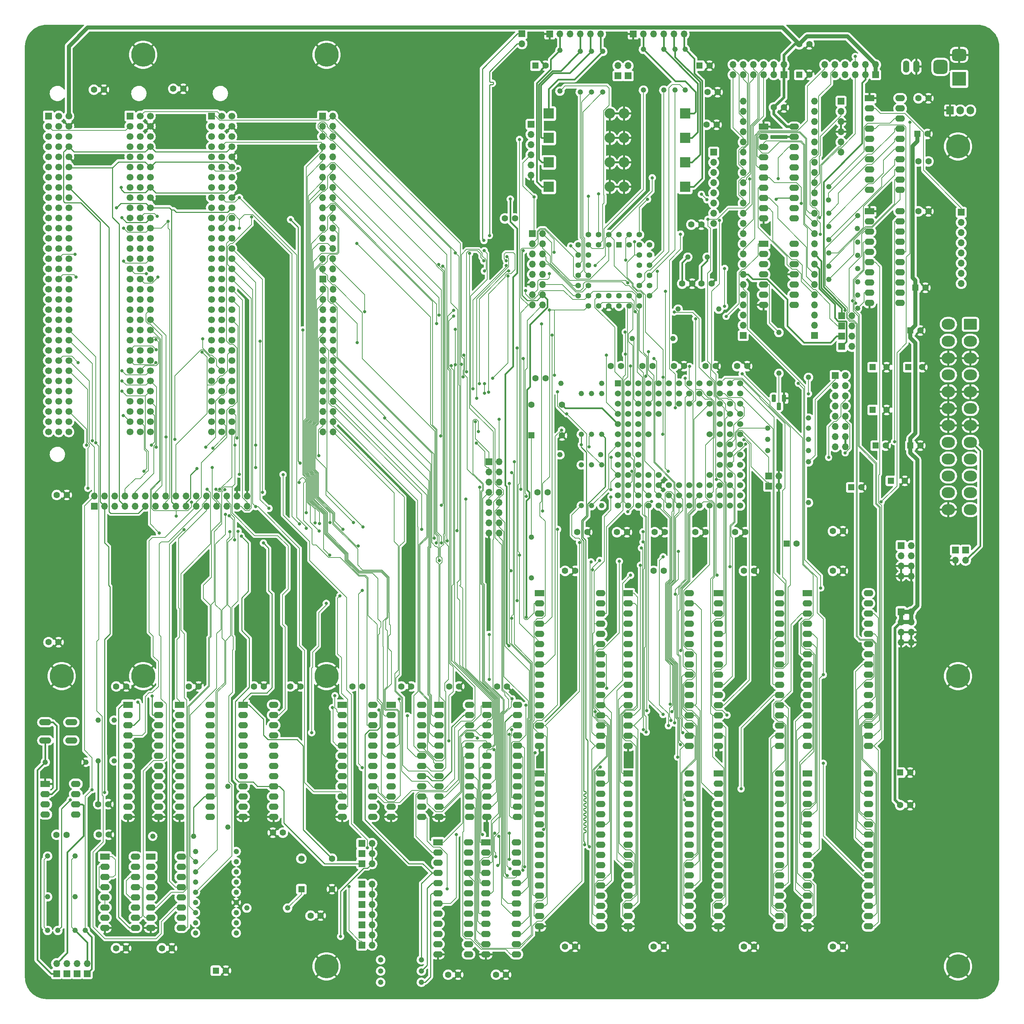
<source format=gbr>
G04 #@! TF.GenerationSoftware,KiCad,Pcbnew,(6.0.0-0)*
G04 #@! TF.CreationDate,2023-11-11T14:38:34+00:00*
G04 #@! TF.ProjectId,rosco_pro_030_proto,726f7363-6f5f-4707-926f-5f3033305f70,p5*
G04 #@! TF.SameCoordinates,Original*
G04 #@! TF.FileFunction,Copper,L4,Bot*
G04 #@! TF.FilePolarity,Positive*
%FSLAX46Y46*%
G04 Gerber Fmt 4.6, Leading zero omitted, Abs format (unit mm)*
G04 Created by KiCad (PCBNEW (6.0.0-0)) date 2023-11-11 14:38:34*
%MOMM*%
%LPD*%
G01*
G04 APERTURE LIST*
G04 Aperture macros list*
%AMRoundRect*
0 Rectangle with rounded corners*
0 $1 Rounding radius*
0 $2 $3 $4 $5 $6 $7 $8 $9 X,Y pos of 4 corners*
0 Add a 4 corners polygon primitive as box body*
4,1,4,$2,$3,$4,$5,$6,$7,$8,$9,$2,$3,0*
0 Add four circle primitives for the rounded corners*
1,1,$1+$1,$2,$3*
1,1,$1+$1,$4,$5*
1,1,$1+$1,$6,$7*
1,1,$1+$1,$8,$9*
0 Add four rect primitives between the rounded corners*
20,1,$1+$1,$2,$3,$4,$5,0*
20,1,$1+$1,$4,$5,$6,$7,0*
20,1,$1+$1,$6,$7,$8,$9,0*
20,1,$1+$1,$8,$9,$2,$3,0*%
G04 Aperture macros list end*
G04 #@! TA.AperFunction,ComponentPad*
%ADD10C,1.600000*%
G04 #@! TD*
G04 #@! TA.AperFunction,ComponentPad*
%ADD11R,2.400000X1.600000*%
G04 #@! TD*
G04 #@! TA.AperFunction,ComponentPad*
%ADD12O,2.400000X1.600000*%
G04 #@! TD*
G04 #@! TA.AperFunction,ComponentPad*
%ADD13R,1.422400X1.422400*%
G04 #@! TD*
G04 #@! TA.AperFunction,ComponentPad*
%ADD14C,1.422400*%
G04 #@! TD*
G04 #@! TA.AperFunction,ComponentPad*
%ADD15C,1.600200*%
G04 #@! TD*
G04 #@! TA.AperFunction,ComponentPad*
%ADD16R,1.600000X1.600000*%
G04 #@! TD*
G04 #@! TA.AperFunction,ComponentPad*
%ADD17R,2.600000X2.600000*%
G04 #@! TD*
G04 #@! TA.AperFunction,ComponentPad*
%ADD18O,2.600000X2.600000*%
G04 #@! TD*
G04 #@! TA.AperFunction,ComponentPad*
%ADD19R,1.524000X1.524000*%
G04 #@! TD*
G04 #@! TA.AperFunction,ComponentPad*
%ADD20C,1.524000*%
G04 #@! TD*
G04 #@! TA.AperFunction,ComponentPad*
%ADD21R,1.700000X1.700000*%
G04 #@! TD*
G04 #@! TA.AperFunction,ComponentPad*
%ADD22O,1.700000X1.700000*%
G04 #@! TD*
G04 #@! TA.AperFunction,ComponentPad*
%ADD23R,3.500000X3.500000*%
G04 #@! TD*
G04 #@! TA.AperFunction,ComponentPad*
%ADD24RoundRect,0.750000X-1.000000X0.750000X-1.000000X-0.750000X1.000000X-0.750000X1.000000X0.750000X0*%
G04 #@! TD*
G04 #@! TA.AperFunction,ComponentPad*
%ADD25RoundRect,0.875000X-0.875000X0.875000X-0.875000X-0.875000X0.875000X-0.875000X0.875000X0.875000X0*%
G04 #@! TD*
G04 #@! TA.AperFunction,ComponentPad*
%ADD26O,1.524000X3.048000*%
G04 #@! TD*
G04 #@! TA.AperFunction,ComponentPad*
%ADD27C,1.320800*%
G04 #@! TD*
G04 #@! TA.AperFunction,ComponentPad*
%ADD28R,1.100000X1.800000*%
G04 #@! TD*
G04 #@! TA.AperFunction,ComponentPad*
%ADD29RoundRect,0.275000X0.275000X0.625000X-0.275000X0.625000X-0.275000X-0.625000X0.275000X-0.625000X0*%
G04 #@! TD*
G04 #@! TA.AperFunction,ComponentPad*
%ADD30C,6.000000*%
G04 #@! TD*
G04 #@! TA.AperFunction,ComponentPad*
%ADD31R,1.905000X2.000000*%
G04 #@! TD*
G04 #@! TA.AperFunction,ComponentPad*
%ADD32O,1.905000X2.000000*%
G04 #@! TD*
G04 #@! TA.AperFunction,ComponentPad*
%ADD33RoundRect,0.250001X-1.399999X1.099999X-1.399999X-1.099999X1.399999X-1.099999X1.399999X1.099999X0*%
G04 #@! TD*
G04 #@! TA.AperFunction,ComponentPad*
%ADD34O,3.300000X2.700000*%
G04 #@! TD*
G04 #@! TA.AperFunction,ComponentPad*
%ADD35O,3.048000X1.524000*%
G04 #@! TD*
G04 #@! TA.AperFunction,ComponentPad*
%ADD36C,1.700000*%
G04 #@! TD*
G04 #@! TA.AperFunction,ViaPad*
%ADD37C,0.800000*%
G04 #@! TD*
G04 #@! TA.AperFunction,Conductor*
%ADD38C,0.127000*%
G04 #@! TD*
G04 #@! TA.AperFunction,Conductor*
%ADD39C,0.254000*%
G04 #@! TD*
G04 #@! TA.AperFunction,Conductor*
%ADD40C,0.400000*%
G04 #@! TD*
G04 #@! TA.AperFunction,Conductor*
%ADD41C,0.200000*%
G04 #@! TD*
G04 #@! TA.AperFunction,Conductor*
%ADD42C,1.000000*%
G04 #@! TD*
G04 #@! TA.AperFunction,Conductor*
%ADD43C,0.700000*%
G04 #@! TD*
G04 APERTURE END LIST*
D10*
X212809000Y-163704000D03*
X215309000Y-163704000D03*
X235003000Y-163704000D03*
X237503000Y-163704000D03*
X212809000Y-257430000D03*
X215309000Y-257430000D03*
X235003000Y-257430000D03*
X237503000Y-257430000D03*
D11*
X206434000Y-214250000D03*
D12*
X206434000Y-216790000D03*
X206434000Y-219330000D03*
X206434000Y-221870000D03*
X206434000Y-224410000D03*
X206434000Y-226950000D03*
X206434000Y-229490000D03*
X206434000Y-232030000D03*
X206434000Y-234570000D03*
X206434000Y-237110000D03*
X206434000Y-239650000D03*
X206434000Y-242190000D03*
X206434000Y-244730000D03*
X206434000Y-247270000D03*
X206434000Y-249810000D03*
X206434000Y-252350000D03*
X221674000Y-252350000D03*
X221674000Y-249810000D03*
X221674000Y-247270000D03*
X221674000Y-244730000D03*
X221674000Y-242190000D03*
X221674000Y-239650000D03*
X221674000Y-237110000D03*
X221674000Y-234570000D03*
X221674000Y-232030000D03*
X221674000Y-229490000D03*
X221674000Y-226950000D03*
X221674000Y-224410000D03*
X221674000Y-221870000D03*
X221674000Y-219330000D03*
X221674000Y-216790000D03*
X221674000Y-214250000D03*
D13*
X181660000Y-82424000D03*
D14*
X179120000Y-79884000D03*
X179120000Y-82424000D03*
X176580000Y-79884000D03*
X176580000Y-82424000D03*
X174040000Y-79884000D03*
X171500000Y-82424000D03*
X174040000Y-82424000D03*
X171500000Y-84964000D03*
X174040000Y-84964000D03*
X171500000Y-87504000D03*
X174040000Y-87504000D03*
X171500000Y-90044000D03*
X174040000Y-90044000D03*
X171500000Y-92584000D03*
X174040000Y-92584000D03*
X171500000Y-95124000D03*
X174040000Y-97664000D03*
X174040000Y-95124000D03*
X176580000Y-97664000D03*
X176580000Y-95124000D03*
X179120000Y-97664000D03*
X179120000Y-95124000D03*
X181660000Y-97664000D03*
X181660000Y-95124000D03*
X184200000Y-97664000D03*
X184200000Y-95124000D03*
X186740000Y-97664000D03*
X189280000Y-95124000D03*
X186740000Y-95124000D03*
X189280000Y-92584000D03*
X186740000Y-92584000D03*
X189280000Y-90044000D03*
X186740000Y-90044000D03*
X189280000Y-87504000D03*
X186740000Y-87504000D03*
X189280000Y-84964000D03*
X186740000Y-84964000D03*
X189280000Y-82424000D03*
X186740000Y-79884000D03*
X186740000Y-82424000D03*
X184200000Y-79884000D03*
X184200000Y-82424000D03*
X181660000Y-79884000D03*
D10*
X56234800Y-257811000D03*
X58734800Y-257811000D03*
X115173000Y-192533000D03*
X117673000Y-192533000D03*
X139303000Y-192533000D03*
X141803000Y-192533000D03*
D15*
X51777900Y-221882000D03*
X54317900Y-221882000D03*
D10*
X41388500Y-229515000D03*
X43888500Y-229515000D03*
X210616000Y-154052000D03*
X213116000Y-154052000D03*
X190550000Y-154052000D03*
X193050000Y-154052000D03*
X171246000Y-154052000D03*
X173746000Y-154052000D03*
X235000000Y-153798000D03*
X237500000Y-153798000D03*
X39399651Y-181484000D03*
X41899651Y-181484000D03*
X200710000Y-154052000D03*
X203210000Y-154052000D03*
X203250000Y-112650000D03*
X205750000Y-112650000D03*
X99730000Y-192533000D03*
X102230000Y-192533000D03*
D16*
X160832000Y-37720000D03*
D10*
X163332000Y-37720000D03*
X187502000Y-112650000D03*
X190002000Y-112650000D03*
D16*
X223431000Y-156896000D03*
D10*
X225931000Y-156896000D03*
D17*
X198170000Y-61850000D03*
D18*
X182930000Y-61850000D03*
D17*
X198170000Y-67946000D03*
D18*
X182930000Y-67946000D03*
D17*
X198170000Y-49658000D03*
D18*
X182930000Y-49658000D03*
D17*
X164134000Y-55754000D03*
D18*
X179374000Y-55754000D03*
D17*
X164134000Y-61850000D03*
D18*
X179374000Y-61850000D03*
D17*
X164134000Y-49658000D03*
D18*
X179374000Y-49658000D03*
D17*
X164134000Y-67946000D03*
D18*
X179374000Y-67946000D03*
D19*
X181406000Y-116968000D03*
D20*
X183946000Y-116968000D03*
X186486000Y-116968000D03*
X189026000Y-116968000D03*
X191566000Y-116968000D03*
X194106000Y-116968000D03*
X196646000Y-116968000D03*
X199186000Y-116968000D03*
X201726000Y-116968000D03*
X204266000Y-116968000D03*
X206806000Y-116968000D03*
X209346000Y-116968000D03*
X211886000Y-116968000D03*
X181406000Y-119508000D03*
X183946000Y-119508000D03*
X186486000Y-119508000D03*
X189026000Y-119508000D03*
X191566000Y-119508000D03*
X194106000Y-119508000D03*
X196646000Y-119508000D03*
X199186000Y-119508000D03*
X201726000Y-119508000D03*
X204266000Y-119508000D03*
X206806000Y-119508000D03*
X209346000Y-119508000D03*
X211886000Y-119508000D03*
X181406000Y-122048000D03*
X183946000Y-122048000D03*
X186486000Y-122048000D03*
X189026000Y-122048000D03*
X191566000Y-122048000D03*
X194106000Y-122048000D03*
X196646000Y-122048000D03*
X199186000Y-122048000D03*
X201726000Y-122048000D03*
X204266000Y-122048000D03*
X206806000Y-122048000D03*
X209346000Y-122048000D03*
X211886000Y-122048000D03*
X181406000Y-124588000D03*
X183946000Y-124588000D03*
X186486000Y-124588000D03*
X189026000Y-124588000D03*
X191566000Y-124588000D03*
X204266000Y-124588000D03*
X206806000Y-124588000D03*
X209346000Y-124588000D03*
X211886000Y-124588000D03*
X181406000Y-127128000D03*
X183946000Y-127128000D03*
X186486000Y-127128000D03*
X206806000Y-127128000D03*
X209346000Y-127128000D03*
X211886000Y-127128000D03*
X181406000Y-129668000D03*
X183946000Y-129668000D03*
X186486000Y-129668000D03*
X189026000Y-129668000D03*
X204266000Y-129668000D03*
X206806000Y-129668000D03*
X209346000Y-129668000D03*
X211886000Y-129668000D03*
X181406000Y-132208000D03*
X183946000Y-132208000D03*
X186486000Y-132208000D03*
X206806000Y-132208000D03*
X209346000Y-132208000D03*
X211886000Y-132208000D03*
X181406000Y-134748000D03*
X183946000Y-134748000D03*
X186486000Y-134748000D03*
X206806000Y-134748000D03*
X209346000Y-134748000D03*
X211886000Y-134748000D03*
X181406000Y-137288000D03*
X183946000Y-137288000D03*
X186486000Y-137288000D03*
X206806000Y-137288000D03*
X209346000Y-137288000D03*
X211886000Y-137288000D03*
X181406000Y-139828000D03*
X183946000Y-139828000D03*
X186486000Y-139828000D03*
X189026000Y-139828000D03*
X191566000Y-139828000D03*
X204266000Y-139828000D03*
X206806000Y-139828000D03*
X209346000Y-139828000D03*
X211886000Y-139828000D03*
X181406000Y-142368000D03*
X183946000Y-142368000D03*
X186486000Y-142368000D03*
X189026000Y-142368000D03*
X191566000Y-142368000D03*
X194106000Y-142368000D03*
X196646000Y-142368000D03*
X199186000Y-142368000D03*
X201726000Y-142368000D03*
X204266000Y-142368000D03*
X206806000Y-142368000D03*
X209346000Y-142368000D03*
X211886000Y-142368000D03*
X181406000Y-144908000D03*
X183946000Y-144908000D03*
X186486000Y-144908000D03*
X189026000Y-144908000D03*
X191566000Y-144908000D03*
X194106000Y-144908000D03*
X196646000Y-144908000D03*
X199186000Y-144908000D03*
X201726000Y-144908000D03*
X204266000Y-144908000D03*
X206806000Y-144908000D03*
X209346000Y-144908000D03*
X211886000Y-144908000D03*
X181406000Y-147448000D03*
X183946000Y-147448000D03*
X186486000Y-147448000D03*
X189026000Y-147448000D03*
X191566000Y-147448000D03*
X194106000Y-147448000D03*
X196646000Y-147448000D03*
X199186000Y-147448000D03*
X201726000Y-147448000D03*
X204266000Y-147448000D03*
X206806000Y-147448000D03*
X209346000Y-147448000D03*
X211886000Y-147448000D03*
D21*
X185216000Y-29846000D03*
D22*
X187756000Y-29846000D03*
X190296000Y-29846000D03*
X192836000Y-29846000D03*
X195376000Y-29846000D03*
X197916000Y-29846000D03*
D21*
X164388000Y-29846000D03*
D22*
X166928000Y-29846000D03*
X169468000Y-29846000D03*
X172008000Y-29846000D03*
X174548000Y-29846000D03*
X177088000Y-29846000D03*
D21*
X107747000Y-50279300D03*
D22*
X110287000Y-50279300D03*
X107747000Y-52819300D03*
X110287000Y-52819300D03*
X107747000Y-55359300D03*
X110287000Y-55359300D03*
X107747000Y-57899300D03*
X110287000Y-57899300D03*
X107747000Y-60439300D03*
X110287000Y-60439300D03*
X107747000Y-62979300D03*
X110287000Y-62979300D03*
X107747000Y-65519300D03*
X110287000Y-65519300D03*
X107747000Y-68059300D03*
X110287000Y-68059300D03*
X107747000Y-70599300D03*
X110287000Y-70599300D03*
X107747000Y-73139300D03*
X110287000Y-73139300D03*
X107747000Y-75679300D03*
X110287000Y-75679300D03*
X107747000Y-78219300D03*
X110287000Y-78219300D03*
X107747000Y-80759300D03*
X110287000Y-80759300D03*
X107747000Y-83299300D03*
X110287000Y-83299300D03*
X107747000Y-85839300D03*
X110287000Y-85839300D03*
X107747000Y-88379300D03*
X110287000Y-88379300D03*
D21*
X107785000Y-90919300D03*
D22*
X110325000Y-90919300D03*
X107785000Y-93459300D03*
X110325000Y-93459300D03*
X107785000Y-95999300D03*
X110325000Y-95999300D03*
X107785000Y-98539300D03*
X110325000Y-98539300D03*
X107785000Y-101079300D03*
X110325000Y-101079300D03*
X107785000Y-103619300D03*
X110325000Y-103619300D03*
X107785000Y-106159300D03*
X110325000Y-106159300D03*
X107785000Y-108699300D03*
X110325000Y-108699300D03*
X107785000Y-111239300D03*
X110325000Y-111239300D03*
X107785000Y-113779300D03*
X110325000Y-113779300D03*
X107785000Y-116319300D03*
X110325000Y-116319300D03*
X107785000Y-118859300D03*
X110325000Y-118859300D03*
X107785000Y-121399300D03*
X110325000Y-121399300D03*
X107785000Y-123939300D03*
X110325000Y-123939300D03*
X107785000Y-126479300D03*
X110325000Y-126479300D03*
X107785000Y-129019300D03*
X110325000Y-129019300D03*
D21*
X235560000Y-114980000D03*
D22*
X238100000Y-114980000D03*
X235560000Y-117520000D03*
X238100000Y-117520000D03*
X235560000Y-120060000D03*
X238100000Y-120060000D03*
X235560000Y-122600000D03*
X238100000Y-122600000D03*
X235560000Y-125140000D03*
X238100000Y-125140000D03*
X235560000Y-127680000D03*
X238100000Y-127680000D03*
X235560000Y-130220000D03*
X238100000Y-130220000D03*
X235560000Y-132760000D03*
X238100000Y-132760000D03*
D23*
X266496000Y-41022000D03*
D24*
X266496000Y-35022000D03*
D25*
X261796000Y-38022000D03*
D26*
X253288000Y-37974000D03*
X255828000Y-37974000D03*
D21*
X218998000Y-140082000D03*
D22*
X221538000Y-140082000D03*
D27*
X218744000Y-128144000D03*
X228904000Y-128144000D03*
X218744000Y-130938000D03*
X228904000Y-130938000D03*
X218744000Y-133732000D03*
X228904000Y-133732000D03*
X196392000Y-98426000D03*
X206552000Y-98426000D03*
X195630000Y-43816000D03*
X195630000Y-33656000D03*
X192836000Y-43816000D03*
X192836000Y-33656000D03*
X198170000Y-43816000D03*
X198170000Y-33656000D03*
X187756000Y-43816000D03*
X187756000Y-33656000D03*
X174802000Y-44324000D03*
X174802000Y-34164000D03*
X177596000Y-44324000D03*
X177596000Y-34164000D03*
X166928000Y-44070000D03*
X166928000Y-33910000D03*
X48754500Y-211404000D03*
X38594500Y-211404000D03*
X46024000Y-234824000D03*
X46024000Y-244984000D03*
X198805000Y-85472000D03*
X203631000Y-85472000D03*
D10*
X256336000Y-74042000D03*
X258836000Y-74042000D03*
X203758000Y-44324000D03*
X206258000Y-44324000D03*
X203504000Y-52452000D03*
X206004000Y-52452000D03*
D16*
X251764000Y-213996000D03*
D10*
X254264000Y-213996000D03*
D16*
X239572000Y-142876000D03*
D10*
X242072000Y-142876000D03*
X220278000Y-48134000D03*
X222778000Y-48134000D03*
X226618000Y-32386000D03*
X229118000Y-32386000D03*
D11*
X244144000Y-45848000D03*
D12*
X244144000Y-48388000D03*
X244144000Y-50928000D03*
X244144000Y-53468000D03*
X244144000Y-56008000D03*
X244144000Y-58548000D03*
X244144000Y-61088000D03*
X244144000Y-63628000D03*
X244144000Y-66168000D03*
X244144000Y-68708000D03*
X251764000Y-68708000D03*
X251764000Y-66168000D03*
X251764000Y-63628000D03*
X251764000Y-61088000D03*
X251764000Y-58548000D03*
X251764000Y-56008000D03*
X251764000Y-53468000D03*
X251764000Y-50928000D03*
X251764000Y-48388000D03*
X251764000Y-45848000D03*
D11*
X217728000Y-52960000D03*
D12*
X217728000Y-55500000D03*
X217728000Y-58040000D03*
X217728000Y-60580000D03*
X217728000Y-63120000D03*
X217728000Y-65660000D03*
X217728000Y-68200000D03*
X217728000Y-70740000D03*
X217728000Y-73280000D03*
X217728000Y-75820000D03*
X225348000Y-75820000D03*
X225348000Y-73280000D03*
X225348000Y-70740000D03*
X225348000Y-68200000D03*
X225348000Y-65660000D03*
X225348000Y-63120000D03*
X225348000Y-60580000D03*
X225348000Y-58040000D03*
X225348000Y-55500000D03*
X225348000Y-52960000D03*
D11*
X217728000Y-82170000D03*
D12*
X217728000Y-84710000D03*
X217728000Y-87250000D03*
X217728000Y-89790000D03*
X217728000Y-92330000D03*
X217728000Y-94870000D03*
X217728000Y-97410000D03*
X225348000Y-97410000D03*
X225348000Y-94870000D03*
X225348000Y-92330000D03*
X225348000Y-89790000D03*
X225348000Y-87250000D03*
X225348000Y-84710000D03*
X225348000Y-82170000D03*
D21*
X237032000Y-46610000D03*
D22*
X237032000Y-49150000D03*
X237032000Y-51690000D03*
X237032000Y-54230000D03*
X237032000Y-56770000D03*
X237032000Y-59310000D03*
D21*
X222808000Y-40006000D03*
D22*
X222808000Y-37466000D03*
X220268000Y-40006000D03*
X220268000Y-37466000D03*
X217728000Y-40006000D03*
X217728000Y-37466000D03*
X215188000Y-40006000D03*
X215188000Y-37466000D03*
X212648000Y-40006000D03*
X212648000Y-37466000D03*
X210108000Y-40006000D03*
X210108000Y-37466000D03*
D21*
X252018000Y-173874000D03*
D22*
X254558000Y-173874000D03*
X252018000Y-176414000D03*
X254558000Y-176414000D03*
X252018000Y-178954000D03*
X254558000Y-178954000D03*
X252018000Y-181494000D03*
X254558000Y-181494000D03*
D21*
X252018000Y-157390000D03*
D22*
X254558000Y-157390000D03*
X252018000Y-159930000D03*
X254558000Y-159930000D03*
X252018000Y-162470000D03*
X254558000Y-162470000D03*
X252018000Y-165010000D03*
X254558000Y-165010000D03*
D21*
X237188000Y-107748000D03*
D22*
X239728000Y-107748000D03*
D21*
X237204000Y-105208000D03*
D22*
X239744000Y-105208000D03*
D21*
X237188000Y-102668000D03*
D22*
X239728000Y-102668000D03*
D28*
X222808000Y-120632000D03*
D29*
X221538000Y-122702000D03*
X220268000Y-120632000D03*
D27*
X241132102Y-75094102D03*
X233947898Y-67909898D03*
X241096102Y-78360002D03*
X233911898Y-71175798D03*
X241132102Y-81698102D03*
X233947898Y-74513898D03*
X241132102Y-88302102D03*
X233947898Y-81117898D03*
X241132102Y-91604102D03*
X233947898Y-84419898D03*
X221538000Y-114428000D03*
X221538000Y-104268000D03*
D21*
X267004000Y-74296000D03*
D22*
X267004000Y-76836000D03*
X267004000Y-79376000D03*
X267004000Y-81916000D03*
X267004000Y-84456000D03*
X267004000Y-86996000D03*
X267004000Y-89536000D03*
X267004000Y-92076000D03*
D11*
X206434000Y-169292000D03*
D12*
X206434000Y-171832000D03*
X206434000Y-174372000D03*
X206434000Y-176912000D03*
X206434000Y-179452000D03*
X206434000Y-181992000D03*
X206434000Y-184532000D03*
X206434000Y-187072000D03*
X206434000Y-189612000D03*
X206434000Y-192152000D03*
X206434000Y-194692000D03*
X206434000Y-197232000D03*
X206434000Y-199772000D03*
X206434000Y-202312000D03*
X206434000Y-204852000D03*
X206434000Y-207392000D03*
X221674000Y-207392000D03*
X221674000Y-204852000D03*
X221674000Y-202312000D03*
X221674000Y-199772000D03*
X221674000Y-197232000D03*
X221674000Y-194692000D03*
X221674000Y-192152000D03*
X221674000Y-189612000D03*
X221674000Y-187072000D03*
X221674000Y-184532000D03*
X221674000Y-181992000D03*
X221674000Y-179452000D03*
X221674000Y-176912000D03*
X221674000Y-174372000D03*
X221674000Y-171832000D03*
X221674000Y-169292000D03*
D11*
X228628000Y-169292000D03*
D12*
X228628000Y-171832000D03*
X228628000Y-174372000D03*
X228628000Y-176912000D03*
X228628000Y-179452000D03*
X228628000Y-181992000D03*
X228628000Y-184532000D03*
X228628000Y-187072000D03*
X228628000Y-189612000D03*
X228628000Y-192152000D03*
X228628000Y-194692000D03*
X228628000Y-197232000D03*
X228628000Y-199772000D03*
X228628000Y-202312000D03*
X228628000Y-204852000D03*
X228628000Y-207392000D03*
X243868000Y-207392000D03*
X243868000Y-204852000D03*
X243868000Y-202312000D03*
X243868000Y-199772000D03*
X243868000Y-197232000D03*
X243868000Y-194692000D03*
X243868000Y-192152000D03*
X243868000Y-189612000D03*
X243868000Y-187072000D03*
X243868000Y-184532000D03*
X243868000Y-181992000D03*
X243868000Y-179452000D03*
X243868000Y-176912000D03*
X243868000Y-174372000D03*
X243868000Y-171832000D03*
X243868000Y-169292000D03*
D11*
X228628000Y-214250000D03*
D12*
X228628000Y-216790000D03*
X228628000Y-219330000D03*
X228628000Y-221870000D03*
X228628000Y-224410000D03*
X228628000Y-226950000D03*
X228628000Y-229490000D03*
X228628000Y-232030000D03*
X228628000Y-234570000D03*
X228628000Y-237110000D03*
X228628000Y-239650000D03*
X228628000Y-242190000D03*
X228628000Y-244730000D03*
X228628000Y-247270000D03*
X228628000Y-249810000D03*
X228628000Y-252350000D03*
X243868000Y-252350000D03*
X243868000Y-249810000D03*
X243868000Y-247270000D03*
X243868000Y-244730000D03*
X243868000Y-242190000D03*
X243868000Y-239650000D03*
X243868000Y-237110000D03*
X243868000Y-234570000D03*
X243868000Y-232030000D03*
X243868000Y-229490000D03*
X243868000Y-226950000D03*
X243868000Y-224410000D03*
X243868000Y-221870000D03*
X243868000Y-219330000D03*
X243868000Y-216790000D03*
X243868000Y-214250000D03*
D10*
X202234000Y-92076000D03*
X204734000Y-92076000D03*
X199694000Y-77344000D03*
X202194000Y-77344000D03*
X197408000Y-92076000D03*
X199908000Y-92076000D03*
D21*
X160070000Y-79630000D03*
D22*
X162610000Y-79630000D03*
X160070000Y-82170000D03*
X162610000Y-82170000D03*
X160070000Y-84710000D03*
X162610000Y-84710000D03*
X160070000Y-87250000D03*
X162610000Y-87250000D03*
X160070000Y-89790000D03*
X162610000Y-89790000D03*
X160070000Y-92330000D03*
X162610000Y-92330000D03*
X160070000Y-94870000D03*
X162610000Y-94870000D03*
X160070000Y-97410000D03*
X162610000Y-97410000D03*
D21*
X183946000Y-40260000D03*
D22*
X183946000Y-37720000D03*
D21*
X181406000Y-40260000D03*
D22*
X181406000Y-37720000D03*
D17*
X198170000Y-55754000D03*
D18*
X182930000Y-55754000D03*
D27*
X172008000Y-44324000D03*
X172008000Y-34164000D03*
D11*
X38594500Y-216815000D03*
D12*
X38594500Y-219355000D03*
X38594500Y-221895000D03*
X38594500Y-224435000D03*
X46214500Y-224435000D03*
X46214500Y-221895000D03*
X46214500Y-219355000D03*
X46214500Y-216815000D03*
D27*
X39166000Y-234824000D03*
X39166000Y-244984000D03*
D21*
X50838100Y-147599000D03*
D22*
X50838100Y-145059000D03*
X53378100Y-147599000D03*
X53378100Y-145059000D03*
X55918100Y-147599000D03*
X55918100Y-145059000D03*
X58458100Y-147599000D03*
X58458100Y-145059000D03*
X60998100Y-147599000D03*
X60998100Y-145059000D03*
X63538100Y-147599000D03*
X63538100Y-145059000D03*
X66078100Y-147599000D03*
X66078100Y-145059000D03*
X68618100Y-147599000D03*
X68618100Y-145059000D03*
X71158100Y-147599000D03*
X71158100Y-145059000D03*
X73698100Y-147599000D03*
X73698100Y-145059000D03*
X76238100Y-147599000D03*
X76238100Y-145059000D03*
X78778100Y-147599000D03*
X78778100Y-145059000D03*
X81318100Y-147599000D03*
X81318100Y-145059000D03*
X83858100Y-147599000D03*
X83858100Y-145059000D03*
X86398100Y-147599000D03*
X86398100Y-145059000D03*
X88938100Y-147599000D03*
X88938100Y-145059000D03*
D21*
X218998000Y-142622000D03*
D22*
X221538000Y-142622000D03*
D21*
X245665000Y-40006000D03*
D22*
X245665000Y-37466000D03*
X243125000Y-40006000D03*
X243125000Y-37466000D03*
X240585000Y-40006000D03*
X240585000Y-37466000D03*
X238045000Y-40006000D03*
X238045000Y-37466000D03*
X235505000Y-40006000D03*
X235505000Y-37466000D03*
X232965000Y-40006000D03*
X232965000Y-37466000D03*
D21*
X230428000Y-105030000D03*
D22*
X230428000Y-102490000D03*
X230428000Y-99950000D03*
X230428000Y-97410000D03*
X230428000Y-94870000D03*
X230428000Y-92330000D03*
X230428000Y-89790000D03*
X230428000Y-87250000D03*
X230428000Y-84710000D03*
X230428000Y-82170000D03*
X230428000Y-79630000D03*
X230428000Y-77090000D03*
X230428000Y-74550000D03*
X230428000Y-72010000D03*
X230428000Y-69470000D03*
X230428000Y-66930000D03*
X230428000Y-64390000D03*
X230428000Y-61850000D03*
X230428000Y-59310000D03*
X230428000Y-56770000D03*
X230428000Y-54230000D03*
X230428000Y-51690000D03*
X230428000Y-49150000D03*
X230428000Y-46610000D03*
D21*
X212628000Y-105030000D03*
D22*
X212628000Y-102490000D03*
X212628000Y-99950000D03*
X212628000Y-97410000D03*
X212628000Y-94870000D03*
X212628000Y-92330000D03*
X212628000Y-89790000D03*
X212628000Y-87250000D03*
X212628000Y-84710000D03*
X212628000Y-82170000D03*
X212628000Y-79630000D03*
X212628000Y-77090000D03*
X212628000Y-74550000D03*
X212628000Y-72010000D03*
X212628000Y-69470000D03*
X212628000Y-66930000D03*
X212628000Y-64390000D03*
X212628000Y-61850000D03*
X212628000Y-59310000D03*
X212628000Y-56770000D03*
X212628000Y-54230000D03*
X212628000Y-51690000D03*
X212628000Y-49150000D03*
X212628000Y-46610000D03*
D11*
X244144000Y-74042000D03*
D12*
X244144000Y-76582000D03*
X244144000Y-79122000D03*
X244144000Y-81662000D03*
X244144000Y-84202000D03*
X244144000Y-86742000D03*
X244144000Y-89282000D03*
X244144000Y-91822000D03*
X244144000Y-94362000D03*
X244144000Y-96902000D03*
X251764000Y-96902000D03*
X251764000Y-94362000D03*
X251764000Y-91822000D03*
X251764000Y-89282000D03*
X251764000Y-86742000D03*
X251764000Y-84202000D03*
X251764000Y-81662000D03*
X251764000Y-79122000D03*
X251764000Y-76582000D03*
X251764000Y-74042000D03*
D10*
X151241000Y-192533000D03*
X153741000Y-192533000D03*
D30*
X63000000Y-35000000D03*
X108720000Y-35000000D03*
X266200000Y-57860000D03*
X42680000Y-189940000D03*
X63000000Y-189940000D03*
X108720000Y-189940000D03*
X266200000Y-189940000D03*
X108720000Y-262330000D03*
X266200000Y-262330000D03*
D16*
X244906000Y-112904000D03*
D10*
X248406000Y-112904000D03*
D16*
X253796000Y-112904000D03*
D10*
X257296000Y-112904000D03*
D16*
X245668000Y-132462000D03*
D10*
X248168000Y-132462000D03*
X251764000Y-222124000D03*
X254264000Y-222124000D03*
D16*
X254304000Y-103760000D03*
D10*
X256804000Y-103760000D03*
D16*
X226618000Y-40006000D03*
D10*
X229118000Y-40006000D03*
D16*
X254304000Y-132462000D03*
D10*
X256804000Y-132462000D03*
D16*
X244906000Y-123572000D03*
D10*
X248406000Y-123572000D03*
D16*
X255574000Y-93092000D03*
D10*
X258074000Y-93092000D03*
X256336000Y-45848000D03*
X258836000Y-45848000D03*
X127365000Y-192533000D03*
X129865000Y-192533000D03*
X161340000Y-144146000D03*
X163840000Y-144146000D03*
X160832000Y-115698000D03*
X163332000Y-115698000D03*
X179628000Y-112650000D03*
X182128000Y-112650000D03*
X195376000Y-112650000D03*
X197876000Y-112650000D03*
X211124000Y-112650000D03*
X213624000Y-112650000D03*
D27*
X228904000Y-136526000D03*
X228904000Y-146686000D03*
X228904000Y-115444000D03*
X228904000Y-125604000D03*
X174802000Y-129668000D03*
X174802000Y-119508000D03*
X177342000Y-116968000D03*
X167182000Y-116968000D03*
X184962000Y-105792000D03*
X195122000Y-105792000D03*
X177088000Y-134748000D03*
X166928000Y-134748000D03*
X177342000Y-137288000D03*
X177342000Y-147448000D03*
X172262000Y-147448000D03*
X172262000Y-137288000D03*
X177342000Y-129668000D03*
X177342000Y-119508000D03*
X172262000Y-129668000D03*
X172262000Y-119508000D03*
X174802000Y-147448000D03*
X174802000Y-137288000D03*
D11*
X161848000Y-214250000D03*
D12*
X161848000Y-216790000D03*
X161848000Y-219330000D03*
X161848000Y-221870000D03*
X161848000Y-224410000D03*
X161848000Y-226950000D03*
X161848000Y-229490000D03*
X161848000Y-232030000D03*
X161848000Y-234570000D03*
X161848000Y-237110000D03*
X161848000Y-239650000D03*
X161848000Y-242190000D03*
X161848000Y-244730000D03*
X161848000Y-247270000D03*
X161848000Y-249810000D03*
X161848000Y-252350000D03*
X177088000Y-252350000D03*
X177088000Y-249810000D03*
X177088000Y-247270000D03*
X177088000Y-244730000D03*
X177088000Y-242190000D03*
X177088000Y-239650000D03*
X177088000Y-237110000D03*
X177088000Y-234570000D03*
X177088000Y-232030000D03*
X177088000Y-229490000D03*
X177088000Y-226950000D03*
X177088000Y-224410000D03*
X177088000Y-221870000D03*
X177088000Y-219330000D03*
X177088000Y-216790000D03*
X177088000Y-214250000D03*
D11*
X183946000Y-214250000D03*
D12*
X183946000Y-216790000D03*
X183946000Y-219330000D03*
X183946000Y-221870000D03*
X183946000Y-224410000D03*
X183946000Y-226950000D03*
X183946000Y-229490000D03*
X183946000Y-232030000D03*
X183946000Y-234570000D03*
X183946000Y-237110000D03*
X183946000Y-239650000D03*
X183946000Y-242190000D03*
X183946000Y-244730000D03*
X183946000Y-247270000D03*
X183946000Y-249810000D03*
X183946000Y-252350000D03*
X199186000Y-252350000D03*
X199186000Y-249810000D03*
X199186000Y-247270000D03*
X199186000Y-244730000D03*
X199186000Y-242190000D03*
X199186000Y-239650000D03*
X199186000Y-237110000D03*
X199186000Y-234570000D03*
X199186000Y-232030000D03*
X199186000Y-229490000D03*
X199186000Y-226950000D03*
X199186000Y-224410000D03*
X199186000Y-221870000D03*
X199186000Y-219330000D03*
X199186000Y-216790000D03*
X199186000Y-214250000D03*
D10*
X168223000Y-163704000D03*
X170723000Y-163704000D03*
X190296000Y-163704000D03*
X192796000Y-163704000D03*
X168223000Y-257430000D03*
X170723000Y-257430000D03*
X190321000Y-257430000D03*
X192821000Y-257430000D03*
D11*
X161848000Y-169292000D03*
D12*
X161848000Y-171832000D03*
X161848000Y-174372000D03*
X161848000Y-176912000D03*
X161848000Y-179452000D03*
X161848000Y-181992000D03*
X161848000Y-184532000D03*
X161848000Y-187072000D03*
X161848000Y-189612000D03*
X161848000Y-192152000D03*
X161848000Y-194692000D03*
X161848000Y-197232000D03*
X161848000Y-199772000D03*
X161848000Y-202312000D03*
X161848000Y-204852000D03*
X161848000Y-207392000D03*
X177088000Y-207392000D03*
X177088000Y-204852000D03*
X177088000Y-202312000D03*
X177088000Y-199772000D03*
X177088000Y-197232000D03*
X177088000Y-194692000D03*
X177088000Y-192152000D03*
X177088000Y-189612000D03*
X177088000Y-187072000D03*
X177088000Y-184532000D03*
X177088000Y-181992000D03*
X177088000Y-179452000D03*
X177088000Y-176912000D03*
X177088000Y-174372000D03*
X177088000Y-171832000D03*
X177088000Y-169292000D03*
D11*
X183946000Y-169292000D03*
D12*
X183946000Y-171832000D03*
X183946000Y-174372000D03*
X183946000Y-176912000D03*
X183946000Y-179452000D03*
X183946000Y-181992000D03*
X183946000Y-184532000D03*
X183946000Y-187072000D03*
X183946000Y-189612000D03*
X183946000Y-192152000D03*
X183946000Y-194692000D03*
X183946000Y-197232000D03*
X183946000Y-199772000D03*
X183946000Y-202312000D03*
X183946000Y-204852000D03*
X183946000Y-207392000D03*
X199186000Y-207392000D03*
X199186000Y-204852000D03*
X199186000Y-202312000D03*
X199186000Y-199772000D03*
X199186000Y-197232000D03*
X199186000Y-194692000D03*
X199186000Y-192152000D03*
X199186000Y-189612000D03*
X199186000Y-187072000D03*
X199186000Y-184532000D03*
X199186000Y-181992000D03*
X199186000Y-179452000D03*
X199186000Y-176912000D03*
X199186000Y-174372000D03*
X199186000Y-171832000D03*
X199186000Y-169292000D03*
D27*
X241132102Y-94906102D03*
X233947898Y-87721898D03*
X241132102Y-85000102D03*
X233947898Y-77815898D03*
X241132102Y-98208102D03*
X233947898Y-91023898D03*
D21*
X205282000Y-59310000D03*
D22*
X205282000Y-61850000D03*
X205282000Y-64390000D03*
X205282000Y-66930000D03*
X205282000Y-69470000D03*
X205282000Y-72010000D03*
X205282000Y-74550000D03*
X205282000Y-77090000D03*
D21*
X149238000Y-136474000D03*
D22*
X151778000Y-136474000D03*
X149238000Y-139014000D03*
X151778000Y-139014000D03*
X149238000Y-141554000D03*
X151778000Y-141554000D03*
X149238000Y-144094000D03*
X151778000Y-144094000D03*
X149238000Y-146634000D03*
X151778000Y-146634000D03*
X149238000Y-149174000D03*
X151778000Y-149174000D03*
X149238000Y-151714000D03*
X151778000Y-151714000D03*
X149238000Y-154254000D03*
X151778000Y-154254000D03*
D10*
X256336000Y-61596000D03*
X258836000Y-61596000D03*
D16*
X256082000Y-54738000D03*
D10*
X258582000Y-54738000D03*
D31*
X264210000Y-48896000D03*
D32*
X266750000Y-48896000D03*
X269290000Y-48896000D03*
D33*
X269290000Y-102236000D03*
D34*
X269290000Y-106436000D03*
X269290000Y-110636000D03*
X269290000Y-114836000D03*
X269290000Y-119036000D03*
X269290000Y-123236000D03*
X269290000Y-127436000D03*
X269290000Y-131636000D03*
X269290000Y-135836000D03*
X269290000Y-140036000D03*
X269290000Y-144236000D03*
X269290000Y-148436000D03*
X263790000Y-102236000D03*
X263790000Y-106436000D03*
X263790000Y-110636000D03*
X263790000Y-114836000D03*
X263790000Y-119036000D03*
X263790000Y-123236000D03*
X263790000Y-127436000D03*
X263790000Y-131636000D03*
X263790000Y-135836000D03*
X263790000Y-140036000D03*
X263790000Y-144236000D03*
X263790000Y-148436000D03*
D21*
X43942000Y-264160000D03*
D22*
X43942000Y-261620000D03*
D21*
X157460000Y-29730000D03*
D22*
X157460000Y-32270000D03*
D10*
X153212000Y-75820000D03*
X155712000Y-75820000D03*
D27*
X39166000Y-253366000D03*
X41706000Y-253366000D03*
X46024000Y-253366000D03*
X48564000Y-253366000D03*
D35*
X38594500Y-201447400D03*
X45096900Y-201447400D03*
X38594500Y-205968600D03*
X45096900Y-205968600D03*
D16*
X201726000Y-37720000D03*
D10*
X204226000Y-37720000D03*
X181152000Y-154052000D03*
X183652000Y-154052000D03*
X51920000Y-229480000D03*
X54420000Y-229480000D03*
D21*
X265518000Y-158545000D03*
D22*
X265518000Y-161085000D03*
D21*
X268072000Y-158545000D03*
D22*
X268072000Y-161085000D03*
D27*
X159816000Y-155270000D03*
X159816000Y-165430000D03*
D16*
X159816000Y-129922000D03*
D10*
X167436000Y-129922000D03*
X167436000Y-122302000D03*
X159816000Y-122302000D03*
D27*
X99009200Y-247777000D03*
X88849200Y-247777000D03*
D10*
X150987000Y-264415000D03*
X153487000Y-264415000D03*
X139049000Y-264415000D03*
X141549000Y-264415000D03*
X74333100Y-192533000D03*
X76833100Y-192533000D03*
X90614500Y-192533000D03*
X93114500Y-192533000D03*
D16*
X81126800Y-263399000D03*
D10*
X83626800Y-263399000D03*
D11*
X136753000Y-197105000D03*
D12*
X136753000Y-199645000D03*
X136753000Y-202185000D03*
X136753000Y-204725000D03*
X136753000Y-207265000D03*
X136753000Y-209805000D03*
X136753000Y-212345000D03*
X136753000Y-214885000D03*
X136753000Y-217425000D03*
X136753000Y-219965000D03*
X136753000Y-222505000D03*
X136753000Y-225045000D03*
X144373000Y-225045000D03*
X144373000Y-222505000D03*
X144373000Y-219965000D03*
X144373000Y-217425000D03*
X144373000Y-214885000D03*
X144373000Y-212345000D03*
X144373000Y-209805000D03*
X144373000Y-207265000D03*
X144373000Y-204725000D03*
X144373000Y-202185000D03*
X144373000Y-199645000D03*
X144373000Y-197105000D03*
D11*
X148691000Y-197105000D03*
D12*
X148691000Y-199645000D03*
X148691000Y-202185000D03*
X148691000Y-204725000D03*
X148691000Y-207265000D03*
X148691000Y-209805000D03*
X148691000Y-212345000D03*
X148691000Y-214885000D03*
X148691000Y-217425000D03*
X148691000Y-219965000D03*
X148691000Y-222505000D03*
X148691000Y-225045000D03*
X156311000Y-225045000D03*
X156311000Y-222505000D03*
X156311000Y-219965000D03*
X156311000Y-217425000D03*
X156311000Y-214885000D03*
X156311000Y-212345000D03*
X156311000Y-209805000D03*
X156311000Y-207265000D03*
X156311000Y-204725000D03*
X156311000Y-202185000D03*
X156311000Y-199645000D03*
X156311000Y-197105000D03*
D11*
X148437000Y-231395000D03*
D12*
X148437000Y-233935000D03*
X148437000Y-236475000D03*
X148437000Y-239015000D03*
X148437000Y-241555000D03*
X148437000Y-244095000D03*
X148437000Y-246635000D03*
X148437000Y-249175000D03*
X148437000Y-251715000D03*
X148437000Y-254255000D03*
X148437000Y-256795000D03*
X148437000Y-259335000D03*
X156057000Y-259335000D03*
X156057000Y-256795000D03*
X156057000Y-254255000D03*
X156057000Y-251715000D03*
X156057000Y-249175000D03*
X156057000Y-246635000D03*
X156057000Y-244095000D03*
X156057000Y-241555000D03*
X156057000Y-239015000D03*
X156057000Y-236475000D03*
X156057000Y-233935000D03*
X156057000Y-231395000D03*
D11*
X136499000Y-231395000D03*
D12*
X136499000Y-233935000D03*
X136499000Y-236475000D03*
X136499000Y-239015000D03*
X136499000Y-241555000D03*
X136499000Y-244095000D03*
X136499000Y-246635000D03*
X136499000Y-249175000D03*
X136499000Y-251715000D03*
X136499000Y-254255000D03*
X136499000Y-256795000D03*
X136499000Y-259335000D03*
X144119000Y-259335000D03*
X144119000Y-256795000D03*
X144119000Y-254255000D03*
X144119000Y-251715000D03*
X144119000Y-249175000D03*
X144119000Y-246635000D03*
X144119000Y-244095000D03*
X144119000Y-241555000D03*
X144119000Y-239015000D03*
X144119000Y-236475000D03*
X144119000Y-233935000D03*
X144119000Y-231395000D03*
D27*
X75538800Y-229871000D03*
X65378800Y-229871000D03*
X84074000Y-217424000D03*
X84074000Y-227584000D03*
X122224000Y-260694000D03*
X132384000Y-260694000D03*
X122224000Y-263488000D03*
X132384000Y-263488000D03*
X86206800Y-251461000D03*
X76046800Y-251461000D03*
X86206800Y-248921000D03*
X76046800Y-248921000D03*
X86206800Y-241301000D03*
X76046800Y-241301000D03*
X86206800Y-233681000D03*
X76046800Y-233681000D03*
X86206800Y-236221000D03*
X76046800Y-236221000D03*
X86206800Y-238761000D03*
X76046800Y-238761000D03*
X86206800Y-243841000D03*
X76046800Y-243841000D03*
X86206800Y-254001000D03*
X76046800Y-254001000D03*
X76046800Y-246381000D03*
X86206800Y-246381000D03*
D21*
X117512000Y-231649000D03*
D22*
X120052000Y-231649000D03*
D21*
X117512000Y-234189000D03*
D22*
X120052000Y-234189000D03*
D21*
X117512000Y-236729000D03*
D22*
X120052000Y-236729000D03*
D21*
X117512000Y-241809000D03*
D22*
X120052000Y-241809000D03*
D21*
X117512000Y-244349000D03*
D22*
X120052000Y-244349000D03*
D21*
X117512000Y-246889000D03*
D22*
X120052000Y-246889000D03*
D21*
X117512000Y-249429000D03*
D22*
X120052000Y-249429000D03*
D21*
X117512000Y-251969000D03*
D22*
X120052000Y-251969000D03*
D21*
X117512000Y-254509000D03*
D22*
X120052000Y-254509000D03*
D21*
X117512000Y-257049000D03*
D22*
X120052000Y-257049000D03*
D10*
X67664800Y-257811000D03*
X70164800Y-257811000D03*
D11*
X112623000Y-197105000D03*
D12*
X112623000Y-199645000D03*
X112623000Y-202185000D03*
X112623000Y-204725000D03*
X112623000Y-207265000D03*
X112623000Y-209805000D03*
X112623000Y-212345000D03*
X112623000Y-214885000D03*
X112623000Y-217425000D03*
X112623000Y-219965000D03*
X112623000Y-222505000D03*
X112623000Y-225045000D03*
X120243000Y-225045000D03*
X120243000Y-222505000D03*
X120243000Y-219965000D03*
X120243000Y-217425000D03*
X120243000Y-214885000D03*
X120243000Y-212345000D03*
X120243000Y-209805000D03*
X120243000Y-207265000D03*
X120243000Y-204725000D03*
X120243000Y-202185000D03*
X120243000Y-199645000D03*
X120243000Y-197105000D03*
D11*
X124815000Y-197105000D03*
D12*
X124815000Y-199645000D03*
X124815000Y-202185000D03*
X124815000Y-204725000D03*
X124815000Y-207265000D03*
X124815000Y-209805000D03*
X124815000Y-212345000D03*
X124815000Y-214885000D03*
X124815000Y-217425000D03*
X124815000Y-219965000D03*
X124815000Y-222505000D03*
X124815000Y-225045000D03*
X132435000Y-225045000D03*
X132435000Y-222505000D03*
X132435000Y-219965000D03*
X132435000Y-217425000D03*
X132435000Y-214885000D03*
X132435000Y-212345000D03*
X132435000Y-209805000D03*
X132435000Y-207265000D03*
X132435000Y-204725000D03*
X132435000Y-202185000D03*
X132435000Y-199645000D03*
X132435000Y-197105000D03*
D27*
X122224000Y-266282000D03*
X132384000Y-266282000D03*
D11*
X53440800Y-234951000D03*
D12*
X53440800Y-237491000D03*
X53440800Y-240031000D03*
X53440800Y-242571000D03*
X53440800Y-245111000D03*
X53440800Y-247651000D03*
X53440800Y-250191000D03*
X53440800Y-252731000D03*
X61060800Y-252731000D03*
X61060800Y-250191000D03*
X61060800Y-247651000D03*
X61060800Y-245111000D03*
X61060800Y-242571000D03*
X61060800Y-240031000D03*
X61060800Y-237491000D03*
X61060800Y-234951000D03*
D11*
X64870800Y-234951000D03*
D12*
X64870800Y-237491000D03*
X64870800Y-240031000D03*
X64870800Y-242571000D03*
X64870800Y-245111000D03*
X64870800Y-247651000D03*
X64870800Y-250191000D03*
X64870800Y-252731000D03*
X72490800Y-252731000D03*
X72490800Y-250191000D03*
X72490800Y-247651000D03*
X72490800Y-245111000D03*
X72490800Y-242571000D03*
X72490800Y-240031000D03*
X72490800Y-237491000D03*
X72490800Y-234951000D03*
D10*
X50711100Y-43700700D03*
X53211100Y-43700700D03*
X41452000Y-144780000D03*
X43952000Y-144780000D03*
X104749000Y-249683000D03*
X107249000Y-249683000D03*
X97840800Y-228981000D03*
X95340800Y-228981000D03*
D11*
X87934800Y-197105000D03*
D12*
X87934800Y-199645000D03*
X87934800Y-202185000D03*
X87934800Y-204725000D03*
X87934800Y-207265000D03*
X87934800Y-209805000D03*
X87934800Y-212345000D03*
X87934800Y-214885000D03*
X87934800Y-217425000D03*
X87934800Y-219965000D03*
X87934800Y-222505000D03*
X87934800Y-225045000D03*
X95554800Y-225045000D03*
X95554800Y-222505000D03*
X95554800Y-219965000D03*
X95554800Y-217425000D03*
X95554800Y-214885000D03*
X95554800Y-212345000D03*
X95554800Y-209805000D03*
X95554800Y-207265000D03*
X95554800Y-204725000D03*
X95554800Y-202185000D03*
X95554800Y-199645000D03*
X95554800Y-197105000D03*
D11*
X72112800Y-197105000D03*
D12*
X72112800Y-199645000D03*
X72112800Y-202185000D03*
X72112800Y-204725000D03*
X72112800Y-207265000D03*
X72112800Y-209805000D03*
X72112800Y-212345000D03*
X72112800Y-214885000D03*
X72112800Y-217425000D03*
X72112800Y-219965000D03*
X72112800Y-222505000D03*
X72112800Y-225045000D03*
X79732800Y-225045000D03*
X79732800Y-222505000D03*
X79732800Y-219965000D03*
X79732800Y-217425000D03*
X79732800Y-214885000D03*
X79732800Y-212345000D03*
X79732800Y-209805000D03*
X79732800Y-207265000D03*
X79732800Y-204725000D03*
X79732800Y-202185000D03*
X79732800Y-199645000D03*
X79732800Y-197105000D03*
D10*
X70510400Y-43484800D03*
X73010400Y-43484800D03*
D16*
X102463000Y-243079000D03*
D10*
X110083000Y-243079000D03*
X110083000Y-235459000D03*
X102463000Y-235459000D03*
D27*
X51790600Y-211087000D03*
X51790600Y-200927000D03*
D21*
X237211000Y-100127000D03*
D22*
X239751000Y-100127000D03*
D21*
X39370000Y-50279300D03*
D36*
X39370000Y-52819300D03*
X39370000Y-55359300D03*
X39370000Y-57899300D03*
X39370000Y-60439300D03*
X39370000Y-62979300D03*
X39370000Y-65519300D03*
X39370000Y-68059300D03*
X39370000Y-70599300D03*
X39370000Y-73139300D03*
X39370000Y-75679300D03*
X39370000Y-78219300D03*
X39370000Y-80759300D03*
X39370000Y-83299300D03*
X39370000Y-85839300D03*
X39370000Y-88379300D03*
X39370000Y-90919300D03*
X39370000Y-93459300D03*
X39370000Y-95999300D03*
X39370000Y-98539300D03*
X39370000Y-101079300D03*
X39370000Y-103619300D03*
X39370000Y-106159300D03*
X39370000Y-108699300D03*
X39370000Y-111239300D03*
X39370000Y-113779300D03*
X39370000Y-116319300D03*
X39370000Y-118859300D03*
X39370000Y-121399300D03*
X39370000Y-123939300D03*
X39370000Y-126479300D03*
X39370000Y-129019300D03*
X41910000Y-50279300D03*
X41910000Y-52819300D03*
X41910000Y-55359300D03*
X41910000Y-57899300D03*
X41910000Y-60439300D03*
X41910000Y-62979300D03*
X41910000Y-65519300D03*
X41910000Y-68059300D03*
X41910000Y-70599300D03*
X41910000Y-73139300D03*
X41910000Y-75679300D03*
X41910000Y-78219300D03*
X41910000Y-80759300D03*
X41910000Y-83299300D03*
X41910000Y-85839300D03*
X41910000Y-88379300D03*
X41910000Y-90919300D03*
X41910000Y-93459300D03*
X41910000Y-95999300D03*
X41910000Y-98539300D03*
X41910000Y-101079300D03*
X41910000Y-103619300D03*
X41910000Y-106159300D03*
X41910000Y-108699300D03*
X41910000Y-111239300D03*
X41910000Y-113779300D03*
X41910000Y-116319300D03*
X41910000Y-118859300D03*
X41910000Y-121399300D03*
X41910000Y-123939300D03*
X41910000Y-126479300D03*
X41910000Y-129019300D03*
X44450000Y-50279300D03*
X44450000Y-52819300D03*
X44450000Y-55359300D03*
X44450000Y-57899300D03*
X44450000Y-60439300D03*
X44450000Y-62979300D03*
X44450000Y-65519300D03*
X44450000Y-68059300D03*
X44450000Y-70599300D03*
X44450000Y-73139300D03*
X44450000Y-75679300D03*
X44450000Y-78219300D03*
X44450000Y-80759300D03*
X44450000Y-83299300D03*
X44450000Y-85839300D03*
X44450000Y-88379300D03*
X44450000Y-90919300D03*
X44450000Y-93459300D03*
X44450000Y-95999300D03*
X44450000Y-98539300D03*
X44450000Y-101079300D03*
X44450000Y-103619300D03*
X44450000Y-106159300D03*
X44450000Y-108699300D03*
X44450000Y-111239300D03*
X44450000Y-113779300D03*
X44450000Y-116319300D03*
X44450000Y-118859300D03*
X44450000Y-121399300D03*
X44450000Y-123939300D03*
X44450000Y-126479300D03*
X44450000Y-129019300D03*
D21*
X80010000Y-50279300D03*
D36*
X80010000Y-52819300D03*
X80010000Y-55359300D03*
X80010000Y-57899300D03*
X80010000Y-60439300D03*
X80010000Y-62979300D03*
X80010000Y-65519300D03*
X80010000Y-68059300D03*
X80010000Y-70599300D03*
X80010000Y-73139300D03*
X80010000Y-75679300D03*
X80010000Y-78219300D03*
X80010000Y-80759300D03*
X80010000Y-83299300D03*
X80010000Y-85839300D03*
X80010000Y-88379300D03*
X80010000Y-90919300D03*
X80010000Y-93459300D03*
X80010000Y-95999300D03*
X80010000Y-98539300D03*
X80010000Y-101079300D03*
X80010000Y-103619300D03*
X80010000Y-106159300D03*
X80010000Y-108699300D03*
X80010000Y-111239300D03*
X80010000Y-113779300D03*
X80010000Y-116319300D03*
X80010000Y-118859300D03*
X80010000Y-121399300D03*
X80010000Y-123939300D03*
X80010000Y-126479300D03*
X80010000Y-129019300D03*
X82550000Y-50279300D03*
X82550000Y-52819300D03*
X82550000Y-55359300D03*
X82550000Y-57899300D03*
X82550000Y-60439300D03*
X82550000Y-62979300D03*
X82550000Y-65519300D03*
X82550000Y-68059300D03*
X82550000Y-70599300D03*
X82550000Y-73139300D03*
X82550000Y-75679300D03*
X82550000Y-78219300D03*
X82550000Y-80759300D03*
X82550000Y-83299300D03*
X82550000Y-85839300D03*
X82550000Y-88379300D03*
X82550000Y-90919300D03*
X82550000Y-93459300D03*
X82550000Y-95999300D03*
X82550000Y-98539300D03*
X82550000Y-101079300D03*
X82550000Y-103619300D03*
X82550000Y-106159300D03*
X82550000Y-108699300D03*
X82550000Y-111239300D03*
X82550000Y-113779300D03*
X82550000Y-116319300D03*
X82550000Y-118859300D03*
X82550000Y-121399300D03*
X82550000Y-123939300D03*
X82550000Y-126479300D03*
X82550000Y-129019300D03*
X85090000Y-50279300D03*
X85090000Y-52819300D03*
X85090000Y-55359300D03*
X85090000Y-57899300D03*
X85090000Y-60439300D03*
X85090000Y-62979300D03*
X85090000Y-65519300D03*
X85090000Y-68059300D03*
X85090000Y-70599300D03*
X85090000Y-73139300D03*
X85090000Y-75679300D03*
X85090000Y-78219300D03*
X85090000Y-80759300D03*
X85090000Y-83299300D03*
X85090000Y-85839300D03*
X85090000Y-88379300D03*
X85090000Y-90919300D03*
X85090000Y-93459300D03*
X85090000Y-95999300D03*
X85090000Y-98539300D03*
X85090000Y-101079300D03*
X85090000Y-103619300D03*
X85090000Y-106159300D03*
X85090000Y-108699300D03*
X85090000Y-111239300D03*
X85090000Y-113779300D03*
X85090000Y-116319300D03*
X85090000Y-118859300D03*
X85090000Y-121399300D03*
X85090000Y-123939300D03*
X85090000Y-126479300D03*
X85090000Y-129019300D03*
D21*
X159710000Y-52330000D03*
D22*
X159710000Y-54870000D03*
X159710000Y-57410000D03*
X159710000Y-59950000D03*
X159710000Y-62490000D03*
X159710000Y-65030000D03*
D21*
X59690000Y-50279300D03*
D36*
X59690000Y-52819300D03*
X59690000Y-55359300D03*
X59690000Y-57899300D03*
X59690000Y-60439300D03*
X59690000Y-62979300D03*
X59690000Y-65519300D03*
X59690000Y-68059300D03*
X59690000Y-70599300D03*
X59690000Y-73139300D03*
X59690000Y-75679300D03*
X59690000Y-78219300D03*
X59690000Y-80759300D03*
X59690000Y-83299300D03*
X59690000Y-85839300D03*
X59690000Y-88379300D03*
X59690000Y-90919300D03*
X59690000Y-93459300D03*
X59690000Y-95999300D03*
X59690000Y-98539300D03*
X59690000Y-101079300D03*
X59690000Y-103619300D03*
X59690000Y-106159300D03*
X59690000Y-108699300D03*
X59690000Y-111239300D03*
X59690000Y-113779300D03*
X59690000Y-116319300D03*
X59690000Y-118859300D03*
X59690000Y-121399300D03*
X59690000Y-123939300D03*
X59690000Y-126479300D03*
X59690000Y-129019300D03*
X62230000Y-50279300D03*
X62230000Y-52819300D03*
X62230000Y-55359300D03*
X62230000Y-57899300D03*
X62230000Y-60439300D03*
X62230000Y-62979300D03*
X62230000Y-65519300D03*
X62230000Y-68059300D03*
X62230000Y-70599300D03*
X62230000Y-73139300D03*
X62230000Y-75679300D03*
X62230000Y-78219300D03*
X62230000Y-80759300D03*
X62230000Y-83299300D03*
X62230000Y-85839300D03*
X62230000Y-88379300D03*
X62230000Y-90919300D03*
X62230000Y-93459300D03*
X62230000Y-95999300D03*
X62230000Y-98539300D03*
X62230000Y-101079300D03*
X62230000Y-103619300D03*
X62230000Y-106159300D03*
X62230000Y-108699300D03*
X62230000Y-111239300D03*
X62230000Y-113779300D03*
X62230000Y-116319300D03*
X62230000Y-118859300D03*
X62230000Y-121399300D03*
X62230000Y-123939300D03*
X62230000Y-126479300D03*
X62230000Y-129019300D03*
X64770000Y-50279300D03*
X64770000Y-52819300D03*
X64770000Y-55359300D03*
X64770000Y-57899300D03*
X64770000Y-60439300D03*
X64770000Y-62979300D03*
X64770000Y-65519300D03*
X64770000Y-68059300D03*
X64770000Y-70599300D03*
X64770000Y-73139300D03*
X64770000Y-75679300D03*
X64770000Y-78219300D03*
X64770000Y-80759300D03*
X64770000Y-83299300D03*
X64770000Y-85839300D03*
X64770000Y-88379300D03*
X64770000Y-90919300D03*
X64770000Y-93459300D03*
X64770000Y-95999300D03*
X64770000Y-98539300D03*
X64770000Y-101079300D03*
X64770000Y-103619300D03*
X64770000Y-106159300D03*
X64770000Y-108699300D03*
X64770000Y-111239300D03*
X64770000Y-113779300D03*
X64770000Y-116319300D03*
X64770000Y-118859300D03*
X64770000Y-121399300D03*
X64770000Y-123939300D03*
X64770000Y-126479300D03*
X64770000Y-129019300D03*
D21*
X46482000Y-264160000D03*
D22*
X46482000Y-261620000D03*
D21*
X41402000Y-264160000D03*
D22*
X41402000Y-261620000D03*
D21*
X49022000Y-264160000D03*
D22*
X49022000Y-261620000D03*
D16*
X249440000Y-141240000D03*
D10*
X252940000Y-141240000D03*
X56290000Y-192533000D03*
X58790000Y-192533000D03*
D27*
X55720000Y-211087000D03*
X55720000Y-200927000D03*
D11*
X59240000Y-197105000D03*
D12*
X59240000Y-199645000D03*
X59240000Y-202185000D03*
X59240000Y-204725000D03*
X59240000Y-207265000D03*
X59240000Y-209805000D03*
X59240000Y-212345000D03*
X59240000Y-214885000D03*
X59240000Y-217425000D03*
X59240000Y-219965000D03*
X59240000Y-222505000D03*
X59240000Y-225045000D03*
X66860000Y-225045000D03*
X66860000Y-222505000D03*
X66860000Y-219965000D03*
X66860000Y-217425000D03*
X66860000Y-214885000D03*
X66860000Y-212345000D03*
X66860000Y-209805000D03*
X66860000Y-207265000D03*
X66860000Y-204725000D03*
X66860000Y-202185000D03*
X66860000Y-199645000D03*
X66860000Y-197105000D03*
D37*
X147717000Y-90213000D03*
X175691000Y-198836500D03*
X178589000Y-192940000D03*
X197087000Y-183596000D03*
X118248000Y-99098400D03*
X164961000Y-104892000D03*
X63831600Y-89624500D03*
X156257000Y-108108000D03*
X156257000Y-171129000D03*
X116388000Y-106750000D03*
X157745000Y-110752000D03*
X198170000Y-115652000D03*
X156850000Y-56120000D03*
X156848000Y-159738000D03*
X138824000Y-156261000D03*
X171788000Y-156633500D03*
X141252000Y-153641000D03*
X166353000Y-153352000D03*
X174680000Y-161453000D03*
X106876000Y-153797000D03*
X105900000Y-151739000D03*
X175011000Y-163402000D03*
X176858000Y-161102000D03*
X209339000Y-162677000D03*
X137367000Y-147342000D03*
X189774000Y-146362000D03*
X188565000Y-198576000D03*
X181739000Y-161321000D03*
X106973000Y-151886000D03*
X109525000Y-159759500D03*
X184544000Y-164806000D03*
X206091000Y-164806000D03*
X103655000Y-153080000D03*
X187002000Y-162295000D03*
X86991600Y-70599300D03*
X187250000Y-158000000D03*
X137344000Y-156748000D03*
X205981000Y-140894000D03*
X208593953Y-199692047D03*
X195408000Y-99144000D03*
X66497600Y-75248900D03*
X101961000Y-151967000D03*
X196502000Y-158844000D03*
X86991600Y-78219300D03*
X200773000Y-100857000D03*
X116318000Y-82086700D03*
X136830000Y-161103000D03*
X192666000Y-160188000D03*
X193977000Y-202312000D03*
X109592000Y-151681000D03*
X46022400Y-84753900D03*
X136100000Y-156770000D03*
X46277200Y-90394200D03*
X66669400Y-90404100D03*
X135548000Y-155550000D03*
X187639000Y-153964000D03*
X187720000Y-203315000D03*
X187639000Y-156506000D03*
X116603000Y-157495000D03*
X112840000Y-153360000D03*
X197586000Y-204020000D03*
X189011000Y-109066000D03*
X196269000Y-210118000D03*
X190358000Y-110784000D03*
X196949000Y-207034000D03*
X195506000Y-201627000D03*
X115428000Y-151681000D03*
X132496000Y-153372000D03*
X194894200Y-198780400D03*
X117792000Y-152767000D03*
X194407000Y-196925000D03*
X194579000Y-201030000D03*
X147909000Y-86403000D03*
X188347500Y-115167490D03*
X143621047Y-114054500D03*
X46798000Y-111772000D03*
X77870700Y-105821000D03*
X164314000Y-98687900D03*
X192633600Y-199517000D03*
X66183400Y-106018000D03*
X165559000Y-114861000D03*
X162586000Y-148764000D03*
X148087000Y-88943000D03*
X185743000Y-99093600D03*
X188450000Y-203927000D03*
X142790953Y-115335047D03*
X158355000Y-93800800D03*
X153973000Y-90213000D03*
X150111000Y-115689000D03*
X240630000Y-96957000D03*
X154127000Y-88942500D03*
X146817047Y-117014953D03*
X145247953Y-118255500D03*
X239918000Y-96349500D03*
X153570000Y-87576000D03*
X149095000Y-119116000D03*
X193906000Y-138866000D03*
X153570000Y-86403000D03*
X80345100Y-133067000D03*
X63200900Y-138893000D03*
X106795000Y-135004000D03*
X193272000Y-94006200D03*
X146150000Y-120670000D03*
X153737000Y-85333400D03*
X160733000Y-209057000D03*
X162332000Y-102093000D03*
X136185000Y-102032000D03*
X212374000Y-114563000D03*
X136776000Y-99912100D03*
X137177000Y-130073000D03*
X167345000Y-128589000D03*
X232598000Y-189612000D03*
X86612200Y-63352500D03*
X226392000Y-116905000D03*
X197012000Y-79725100D03*
X195679000Y-123063000D03*
X214249000Y-65982900D03*
X138796000Y-242997000D03*
X174040000Y-70321100D03*
X203835000Y-76022200D03*
X206676453Y-76316453D03*
X176590000Y-69730600D03*
X212762000Y-131027000D03*
X150673000Y-229109000D03*
X140877000Y-84449700D03*
X189950000Y-65670000D03*
X175756000Y-87592300D03*
X142345000Y-112166000D03*
X184513000Y-112620000D03*
X202200000Y-69800000D03*
X203580000Y-71160000D03*
X221320000Y-65890000D03*
X85838700Y-156002000D03*
X149300000Y-190730000D03*
X149286953Y-179562953D03*
X233936000Y-135394000D03*
X179640000Y-145257000D03*
X90012600Y-75450800D03*
X169630000Y-82665700D03*
X91059229Y-147688500D03*
X143475000Y-145790000D03*
X184878001Y-138847093D03*
X146926000Y-142884000D03*
X147636000Y-229455000D03*
X141100000Y-229455000D03*
X150496460Y-208303540D03*
X92786900Y-144110000D03*
X110200000Y-197800000D03*
X183877000Y-148904000D03*
X49194500Y-143089000D03*
X57686400Y-113779000D03*
X84630000Y-153930000D03*
X81168800Y-143360000D03*
X85902400Y-132328000D03*
X65085500Y-132345000D03*
X48893100Y-132380000D03*
X172262000Y-132292000D03*
X173130000Y-231970000D03*
X99760000Y-76100000D03*
X102130000Y-136790000D03*
X76420000Y-138210000D03*
X154280500Y-235630000D03*
X154300000Y-229108500D03*
X57659300Y-75638500D03*
X78964300Y-143374000D03*
X151413510Y-237130000D03*
X151650000Y-229910000D03*
X56300000Y-73150000D03*
X174280500Y-232471500D03*
X101928000Y-141644000D03*
X77693400Y-109155000D03*
X174229000Y-132741000D03*
X53378100Y-218961000D03*
X87020000Y-139584000D03*
X118922000Y-232771000D03*
X97890000Y-139690000D03*
X68670000Y-130280000D03*
X178505000Y-109916000D03*
X86426700Y-130598000D03*
X142962000Y-109916000D03*
X57686400Y-118875000D03*
X146555000Y-128974000D03*
X66285500Y-132840000D03*
X57686400Y-116319000D03*
X78623600Y-132829000D03*
X139838000Y-112536000D03*
X80240000Y-137960000D03*
X91020000Y-137960000D03*
X58128300Y-86492300D03*
X91012300Y-132320000D03*
X195662000Y-169550000D03*
X162871000Y-228225000D03*
X66183400Y-111764000D03*
X70917900Y-130868500D03*
X123197953Y-125557500D03*
X58046700Y-125020000D03*
X148078000Y-119378000D03*
X148078000Y-116999000D03*
X66212100Y-108564000D03*
X199227000Y-112721000D03*
X140828000Y-112282000D03*
X140828000Y-103462000D03*
X197967000Y-220810000D03*
X183265000Y-109672000D03*
X183200000Y-104144000D03*
X154919000Y-203331000D03*
X158423000Y-197226000D03*
X212115000Y-218053000D03*
X176995000Y-212599000D03*
X157702000Y-238363000D03*
X158129000Y-237466000D03*
X232598000Y-211690000D03*
X164325000Y-89599200D03*
X50280300Y-218252000D03*
X192648000Y-115411000D03*
X192558000Y-129624000D03*
X185514000Y-81631300D03*
X166360000Y-119033000D03*
X168633000Y-124516000D03*
X213269000Y-132114000D03*
X58086000Y-78219300D03*
X69201500Y-76572500D03*
X146382000Y-205402000D03*
X154328000Y-204470000D03*
X155013953Y-195613953D03*
X94390000Y-148133000D03*
X92196100Y-106404000D03*
X148057000Y-83863000D03*
X165497000Y-84243100D03*
X157200000Y-143373000D03*
X154686490Y-163630000D03*
X67027900Y-154257000D03*
X154335500Y-141920000D03*
X110820000Y-194831500D03*
X154920000Y-139200000D03*
X154926000Y-175489000D03*
X155530000Y-136520000D03*
X50345400Y-131228000D03*
X151778000Y-125943000D03*
X92989400Y-156769000D03*
X57559200Y-68040500D03*
X87461700Y-155047000D03*
X137747000Y-87714100D03*
X183823000Y-91842800D03*
X188789547Y-71049547D03*
X160454000Y-70484500D03*
X158517500Y-145147953D03*
X150927000Y-234926000D03*
X191230003Y-88980003D03*
X183298000Y-86191200D03*
X71227200Y-150030000D03*
X73209200Y-153402000D03*
X75064200Y-146551000D03*
X83309200Y-143424000D03*
X146086000Y-131814000D03*
X86686900Y-153809000D03*
X145859000Y-126534000D03*
X51144800Y-131789000D03*
X84469900Y-149931000D03*
X103642000Y-149174000D03*
X102808000Y-103604000D03*
X144410000Y-84500000D03*
X83486800Y-149609000D03*
X238064000Y-134268000D03*
X228904000Y-119520000D03*
X82100600Y-143387000D03*
X179640000Y-143458000D03*
X179672000Y-135393000D03*
X153764000Y-239670000D03*
X157770000Y-83860000D03*
X65230000Y-194886000D03*
X158518000Y-175244000D03*
X121812500Y-198411292D03*
X154450000Y-238030000D03*
X108652100Y-171789200D03*
X247041000Y-146504000D03*
X254175000Y-51799100D03*
X105020000Y-204039600D03*
X227100000Y-72050000D03*
X154550000Y-70980000D03*
X220880000Y-71050000D03*
X154182406Y-182351500D03*
X126848000Y-195682000D03*
X208390000Y-100231000D03*
X140443000Y-100141000D03*
X250373000Y-131471000D03*
X117637500Y-168554000D03*
X117627000Y-212737300D03*
X231945000Y-167968000D03*
X112076000Y-169901000D03*
X240585000Y-35430200D03*
X231706000Y-75656900D03*
X231869000Y-79726700D03*
X128910000Y-199852000D03*
X114333000Y-242443500D03*
X136695000Y-87290800D03*
X140430000Y-98757400D03*
X208016000Y-97694700D03*
X208016000Y-88290900D03*
X139263490Y-206110000D03*
X238060000Y-98728500D03*
X44799900Y-220847000D03*
X149350000Y-80070000D03*
X147987000Y-81323000D03*
X61700000Y-196460000D03*
X112240000Y-254865000D03*
D38*
X108941000Y-86537800D02*
X108941000Y-85369400D01*
X105348100Y-127257820D02*
X105351920Y-127254000D01*
X116505800Y-158238000D02*
X110393991Y-152126191D01*
X223065000Y-166874000D02*
X220340000Y-164150000D01*
X107338000Y-87289200D02*
X108189000Y-87289200D01*
X105348100Y-138635652D02*
X105348100Y-127257820D01*
X126360000Y-198240000D02*
X123607098Y-198240000D01*
X111340000Y-84798800D02*
X111811000Y-84328000D01*
X177922000Y-200944000D02*
X176458000Y-200944000D01*
X110304000Y-149526000D02*
X106184991Y-145406991D01*
X106184991Y-139472543D02*
X105348100Y-138635652D01*
X124155000Y-183032000D02*
X124155000Y-180010000D01*
X124917000Y-183794000D02*
X124155000Y-183032000D01*
X117728562Y-163473962D02*
X116510000Y-162255400D01*
X178479000Y-226950000D02*
X179254000Y-226175000D01*
X116510000Y-158238000D02*
X116505800Y-158238000D01*
X124389490Y-177006910D02*
X124389490Y-174148090D01*
X126848000Y-206813000D02*
X126848000Y-198728000D01*
X110393991Y-152121991D02*
X110304000Y-152032000D01*
X124638000Y-179527000D02*
X124638000Y-177255420D01*
X179254000Y-226175000D02*
X179254000Y-202276000D01*
X122561411Y-163473963D02*
X117728562Y-163473962D01*
X116510000Y-162255400D02*
X116510000Y-158238000D01*
X124638000Y-177255420D02*
X124389490Y-177006910D01*
X126848000Y-198728000D02*
X126360000Y-198240000D01*
X106184991Y-145406991D02*
X106184991Y-139472543D01*
X177088000Y-181992000D02*
X175761000Y-181992000D01*
X123607098Y-198240000D02*
X123419010Y-198051912D01*
X108189000Y-87289200D02*
X108941000Y-86537800D01*
X177088000Y-226950000D02*
X178479000Y-226950000D01*
X221674000Y-181992000D02*
X223065000Y-181992000D01*
X175351010Y-182401990D02*
X175351010Y-197930325D01*
X175351010Y-197930325D02*
X175691000Y-198270315D01*
X111811000Y-78257400D02*
X111333000Y-77779900D01*
X124358530Y-165271082D02*
X122561411Y-163473963D01*
X123419010Y-198051912D02*
X123419010Y-193384113D01*
X105930000Y-126683200D02*
X105930000Y-88696700D01*
X110304000Y-152032000D02*
X110304000Y-149526000D01*
X108941000Y-85369400D02*
X109511000Y-84798800D01*
X110287000Y-76720100D02*
X110287000Y-75679300D01*
X220340000Y-125422000D02*
X211886000Y-116968000D01*
X126142000Y-207519000D02*
X126206000Y-207456000D01*
X126206000Y-207455000D02*
X126848000Y-206813000D01*
X124815000Y-207519000D02*
X126142000Y-207519000D01*
X111333000Y-77779900D02*
X111333000Y-77766400D01*
X110393991Y-152126191D02*
X110393991Y-152121991D01*
X109511000Y-84798800D02*
X111340000Y-84798800D01*
X124389490Y-174148090D02*
X124358530Y-174117130D01*
X223065000Y-181992000D02*
X223065000Y-166874000D01*
X179254000Y-202276000D02*
X177922000Y-200944000D01*
X105351920Y-127254000D02*
X105359200Y-127254000D01*
X220340000Y-164150000D02*
X220340000Y-125422000D01*
X124155000Y-180010000D02*
X124638000Y-179527000D01*
X176458000Y-200944000D02*
X175691000Y-200178000D01*
X124917000Y-191886123D02*
X124917000Y-183794000D01*
X124358530Y-174117130D02*
X124358530Y-165271082D01*
X105359200Y-127254000D02*
X105930000Y-126683200D01*
X126206000Y-207456000D02*
X126206000Y-207455000D01*
X105930000Y-88696700D02*
X107338000Y-87289200D01*
X175761000Y-181992000D02*
X175351010Y-182401990D01*
X123419010Y-193384113D02*
X124917000Y-191886123D01*
X175691000Y-200178000D02*
X175691000Y-198270315D01*
X111333000Y-77766400D02*
X110287000Y-76720100D01*
X111811000Y-84328000D02*
X111811000Y-78257400D01*
X200393010Y-148374390D02*
X200393010Y-148417766D01*
X200393010Y-125920990D02*
X200393010Y-148374390D01*
X123501001Y-175943223D02*
X123501001Y-178270001D01*
X105676000Y-145897936D02*
X105676000Y-139682000D01*
X116974849Y-163727972D02*
X122456196Y-163727972D01*
X105675224Y-139682000D02*
X104840080Y-138846856D01*
X197207000Y-183476000D02*
X197207000Y-168104776D01*
X197087000Y-183596000D02*
X197207000Y-183476000D01*
X240951000Y-193264000D02*
X240951000Y-227964000D01*
X123165000Y-198245000D02*
X123165000Y-193279000D01*
X240951000Y-227964000D02*
X242477000Y-229490000D01*
X105422000Y-103593000D02*
X105421000Y-103592000D01*
X122456196Y-163727972D02*
X124104520Y-165376296D01*
X124815000Y-204979000D02*
X126142000Y-204979000D01*
X114096830Y-159320158D02*
X114096830Y-160849953D01*
X111557000Y-79489100D02*
X110287000Y-78219300D01*
X105676000Y-139682000D02*
X105675224Y-139682000D01*
X243333000Y-190882000D02*
X240951000Y-193264000D01*
X105421000Y-126466472D02*
X105421000Y-110657000D01*
X124104520Y-165376296D02*
X124104520Y-175339704D01*
X114096830Y-160849953D02*
X116974849Y-163727972D01*
X123901000Y-192542000D02*
X123901000Y-178670000D01*
X178479000Y-184532000D02*
X178479000Y-192830000D01*
X105422000Y-110656000D02*
X105422000Y-103593000D01*
X105421000Y-103592000D02*
X105421000Y-86625100D01*
X242477000Y-229490000D02*
X243868000Y-229490000D01*
X123165000Y-193279000D02*
X123901000Y-192542000D01*
X243868000Y-184532000D02*
X245259000Y-184532000D01*
X104840080Y-138846856D02*
X104840080Y-127047392D01*
X123501001Y-178270001D02*
X123901000Y-178670000D01*
X200393010Y-148399790D02*
X199118010Y-149674790D01*
X111213000Y-84544800D02*
X111557000Y-84201000D01*
X109000039Y-149221975D02*
X105676000Y-145897936D01*
X245259000Y-184532000D02*
X245259000Y-190058000D01*
X126142000Y-204979000D02*
X126594000Y-204527000D01*
X199118010Y-149674790D02*
X199118010Y-166193766D01*
X204266000Y-122048000D02*
X200393010Y-125920990D01*
X123414010Y-198494010D02*
X123165000Y-198245000D01*
X126594000Y-204527000D02*
X126594000Y-198834000D01*
X178479000Y-192830000D02*
X178589000Y-192940000D01*
X126254010Y-198494010D02*
X123414010Y-198494010D01*
X105421000Y-86625100D02*
X107502000Y-84544800D01*
X177088000Y-184532000D02*
X178479000Y-184532000D01*
X109000039Y-149221975D02*
X109000039Y-154223367D01*
X197207000Y-168104776D02*
X199118010Y-166193766D01*
X126594000Y-198834000D02*
X126254010Y-198494010D01*
X105421000Y-110657000D02*
X105422000Y-110656000D01*
X107502000Y-84544800D02*
X111213000Y-84544800D01*
X124104520Y-175339704D02*
X123501001Y-175943223D01*
X244434000Y-190882000D02*
X243333000Y-190882000D01*
X109000039Y-154223367D02*
X114096830Y-159320158D01*
X104840080Y-127047392D02*
X105421000Y-126466472D01*
X111557000Y-84201000D02*
X111557000Y-79489100D01*
X245259000Y-190058000D02*
X244434000Y-190882000D01*
X219971000Y-191840000D02*
X219971000Y-181010000D01*
X212330000Y-120524000D02*
X208985000Y-120524000D01*
X220086000Y-128280000D02*
X212330000Y-120524000D01*
X208985000Y-120524000D02*
X207969000Y-119508000D01*
X200577000Y-237110000D02*
X201602000Y-236085000D01*
X220283000Y-192152000D02*
X219971000Y-191840000D01*
X199186000Y-237110000D02*
X200577000Y-237110000D01*
X220086000Y-180896000D02*
X220086000Y-128280000D01*
X219971000Y-181010000D02*
X220086000Y-180896000D01*
X207969000Y-119508000D02*
X206806000Y-119508000D01*
X197795000Y-197642000D02*
X197795000Y-192152000D01*
X201602000Y-236085000D02*
X201602000Y-200345000D01*
X199759000Y-198502000D02*
X198655000Y-198502000D01*
X198655000Y-198502000D02*
X197795000Y-197642000D01*
X221674000Y-192152000D02*
X220283000Y-192152000D01*
X197795000Y-192152000D02*
X199186000Y-192152000D01*
X201602000Y-200345000D02*
X199759000Y-198502000D01*
X216763600Y-120660824D02*
X223037400Y-126934624D01*
X216763600Y-120391503D02*
X216763600Y-120660824D01*
X209346000Y-116968000D02*
X210345000Y-115969000D01*
X110287000Y-83299300D02*
X109030000Y-82042000D01*
X123318000Y-199899000D02*
X122911000Y-199492000D01*
X113842820Y-160955167D02*
X116869633Y-163981980D01*
X223322000Y-186815000D02*
X223065000Y-187072000D01*
X116869633Y-163981980D02*
X117991428Y-163981980D01*
X124815000Y-199899000D02*
X123318000Y-199899000D01*
X242477000Y-232030000D02*
X243868000Y-232030000D01*
X223037400Y-143065600D02*
X222440000Y-143663000D01*
X210345000Y-115969000D02*
X212341755Y-115969000D01*
X123850510Y-165481510D02*
X123850510Y-175234490D01*
X118262778Y-163982021D02*
X118262819Y-163981981D01*
X122911000Y-182626000D02*
X122840000Y-182555000D01*
X222440000Y-165242000D02*
X223322000Y-166123000D01*
X243868000Y-187072000D02*
X242477000Y-187072000D01*
X105422000Y-146003160D02*
X108746030Y-149327190D01*
X122350981Y-163981981D02*
X123850510Y-165481510D01*
X212341755Y-115969000D02*
X216763600Y-120391503D01*
X104586070Y-138952070D02*
X105422000Y-139788000D01*
X240697000Y-230250000D02*
X242477000Y-232030000D01*
X240697000Y-188852000D02*
X240697000Y-230250000D01*
X117991428Y-163981980D02*
X117991469Y-163982021D01*
X242477000Y-187072000D02*
X240697000Y-188852000D01*
X122840000Y-182555000D02*
X122840000Y-176245000D01*
X123850510Y-175234490D02*
X122840000Y-176245000D01*
X105422000Y-139788000D02*
X105422000Y-146003160D01*
X222440000Y-143663000D02*
X222440000Y-165242000D01*
X108746030Y-149327190D02*
X108746030Y-154328582D01*
X122911000Y-199492000D02*
X122911000Y-182626000D01*
X223065000Y-187072000D02*
X221674000Y-187072000D01*
X118262819Y-163981981D02*
X122350981Y-163981981D01*
X223037400Y-126934624D02*
X223037400Y-143065600D01*
X105167000Y-83605600D02*
X105166999Y-126361249D01*
X117991469Y-163982021D02*
X118262778Y-163982021D01*
X106731000Y-82042000D02*
X105167000Y-83605600D01*
X108746030Y-154328582D02*
X113842820Y-159425372D01*
X113842820Y-159425372D02*
X113842820Y-160955167D01*
X109030000Y-82042000D02*
X106731000Y-82042000D01*
X223322000Y-166123000D02*
X223322000Y-186815000D01*
X105166999Y-126361249D02*
X104586070Y-126942178D01*
X104586070Y-126942178D02*
X104586070Y-138952070D01*
X163239000Y-176912000D02*
X164961000Y-175190000D01*
X230019000Y-221870000D02*
X230591000Y-221298000D01*
X110287000Y-86880100D02*
X110287000Y-85839300D01*
X227237000Y-182402000D02*
X227237000Y-176912000D01*
X228628000Y-221870000D02*
X230019000Y-221870000D01*
X118248000Y-94841100D02*
X110287000Y-86880100D01*
X228097000Y-183262000D02*
X227237000Y-182402000D01*
X164961000Y-175190000D02*
X164961000Y-104892000D01*
X161848000Y-176912000D02*
X163239000Y-176912000D01*
X227237000Y-176912000D02*
X228628000Y-176912000D01*
X230591000Y-184634000D02*
X229218000Y-183262000D01*
X229218000Y-183262000D02*
X228097000Y-183262000D01*
X118248000Y-99098400D02*
X118248000Y-94841100D01*
X230591000Y-221298000D02*
X230591000Y-184634000D01*
X246057010Y-199187010D02*
X246058000Y-199188000D01*
X241714000Y-223647000D02*
X242477000Y-224410000D01*
X245362000Y-179452000D02*
X246057990Y-180147990D01*
X59690000Y-88379300D02*
X60935200Y-89624500D01*
X60935200Y-89624500D02*
X63831600Y-89624500D01*
X223852000Y-167810000D02*
X223852000Y-186760000D01*
X208133000Y-115641000D02*
X212373000Y-115641000D01*
X220276000Y-187524000D02*
X220276000Y-181065000D01*
X243208490Y-200762510D02*
X241714000Y-202257000D01*
X246058000Y-199432000D02*
X244727490Y-200762510D01*
X212373000Y-115641000D02*
X219100000Y-122369000D01*
X246058000Y-199188000D02*
X246058000Y-199432000D01*
X224422000Y-127960000D02*
X224422000Y-167240000D01*
X219100000Y-122638000D02*
X224422000Y-127960000D01*
X220276000Y-181065000D02*
X221674000Y-179667000D01*
X246057990Y-193802010D02*
X246057010Y-193802990D01*
X243868000Y-179452000D02*
X245362000Y-179452000D01*
X223852000Y-186760000D02*
X222518000Y-188094000D01*
X224422000Y-167240000D02*
X223852000Y-167810000D01*
X242477000Y-224410000D02*
X243868000Y-224410000D01*
X206806000Y-116968000D02*
X208133000Y-115641000D01*
X241714000Y-202257000D02*
X241714000Y-223647000D01*
X219100000Y-122369000D02*
X219100000Y-122638000D01*
X246057990Y-180147990D02*
X246057990Y-193802010D01*
X244727490Y-200762510D02*
X243208490Y-200762510D01*
X222518000Y-188094000D02*
X220846000Y-188094000D01*
X246057010Y-193802990D02*
X246057010Y-199187010D01*
X220846000Y-188094000D02*
X220276000Y-187524000D01*
X223065000Y-221870000D02*
X221674000Y-221870000D01*
X205496000Y-146882000D02*
X204736000Y-146122000D01*
X223335000Y-202169000D02*
X223335000Y-221600000D01*
X227237000Y-174372000D02*
X224547000Y-177062000D01*
X203166000Y-120948000D02*
X201726000Y-119508000D01*
X146815000Y-249175000D02*
X146653038Y-249013038D01*
X146653038Y-240778144D02*
X146527000Y-240652106D01*
X223335000Y-221600000D02*
X223065000Y-221870000D01*
X203276000Y-145284000D02*
X203276000Y-132310000D01*
X204528000Y-120948000D02*
X203166000Y-120948000D01*
X146653038Y-249013038D02*
X146653038Y-240778144D01*
X205043000Y-174372000D02*
X205043000Y-165670000D01*
X221980000Y-196216000D02*
X220885000Y-196216000D01*
X205043000Y-165670000D02*
X205496000Y-165217000D01*
X220885000Y-196216000D02*
X220246000Y-196855000D01*
X221348000Y-201247000D02*
X222413000Y-201247000D01*
X224547000Y-193650000D02*
X221980000Y-196216000D01*
X220246000Y-196855000D02*
X220246000Y-200146000D01*
X204114000Y-146122000D02*
X203276000Y-145284000D01*
X205496000Y-165217000D02*
X205496000Y-146882000D01*
X203276000Y-132310000D02*
X205219000Y-130366000D01*
X228628000Y-174372000D02*
X227237000Y-174372000D01*
X224547000Y-177062000D02*
X224547000Y-193650000D01*
X205219000Y-130366000D02*
X205219000Y-121639000D01*
X206434000Y-174372000D02*
X205043000Y-174372000D01*
X204736000Y-146122000D02*
X204114000Y-146122000D01*
X146527000Y-240652106D02*
X146527000Y-215902000D01*
X220246000Y-200146000D02*
X221348000Y-201247000D01*
X148437000Y-249175000D02*
X146815000Y-249175000D01*
X146527000Y-215902000D02*
X145764000Y-215139000D01*
X145764000Y-215139000D02*
X144373000Y-215139000D01*
X222413000Y-201247000D02*
X223335000Y-202169000D01*
X205219000Y-121639000D02*
X204528000Y-120948000D01*
X202191000Y-173446000D02*
X202191000Y-216477000D01*
X205043000Y-219330000D02*
X206434000Y-219330000D01*
X146272000Y-240756328D02*
X146399028Y-240883358D01*
X145764000Y-217679000D02*
X146272000Y-218188000D01*
X202191000Y-216477000D02*
X205043000Y-219330000D01*
X199186000Y-171832000D02*
X200577000Y-171832000D01*
X146399028Y-251068028D02*
X147046000Y-251715000D01*
X200577000Y-171832000D02*
X202191000Y-173446000D01*
X146272000Y-218188000D02*
X146272000Y-240756328D01*
X144373000Y-217679000D02*
X145764000Y-217679000D01*
X156257000Y-171129000D02*
X156257000Y-108108000D01*
X147046000Y-251715000D02*
X148437000Y-251715000D01*
X146399028Y-240883358D02*
X146399028Y-251068028D01*
X199186000Y-122048000D02*
X200189000Y-121045000D01*
X160457000Y-171832000D02*
X160457000Y-174172000D01*
X185573400Y-171832000D02*
X186055000Y-172313600D01*
X199600000Y-118555000D02*
X199351000Y-118555000D01*
X183311000Y-198223000D02*
X181983000Y-199551000D01*
X182555000Y-216790000D02*
X183946000Y-216790000D01*
X199351000Y-118555000D02*
X198170000Y-117374000D01*
X147046000Y-254255000D02*
X146272000Y-253481000D01*
X200189000Y-121045000D02*
X200189000Y-119143000D01*
X186055000Y-172313600D02*
X186055000Y-197383400D01*
X145764000Y-220219000D02*
X144373000Y-220219000D01*
X146018000Y-240861552D02*
X146018000Y-220473000D01*
X160457000Y-174172000D02*
X158772000Y-175857000D01*
X181983000Y-199551000D02*
X181983000Y-216218000D01*
X110325000Y-95999300D02*
X116388000Y-102063000D01*
X161848000Y-171832000D02*
X160457000Y-171832000D01*
X186055000Y-197383400D02*
X185215400Y-198223000D01*
X198170000Y-117374000D02*
X198170000Y-115652000D01*
X157927000Y-175498000D02*
X157927000Y-110933000D01*
X116388000Y-102063000D02*
X116388000Y-106750000D01*
X146145019Y-240988571D02*
X146018000Y-240861552D01*
X181983000Y-216218000D02*
X182555000Y-216790000D01*
X148437000Y-254255000D02*
X147046000Y-254255000D01*
X200189000Y-119143000D02*
X199600000Y-118555000D01*
X183946000Y-171832000D02*
X185573400Y-171832000D01*
X146145020Y-253355020D02*
X146145019Y-240988571D01*
X146271000Y-253481000D02*
X146145020Y-253355020D01*
X146272000Y-253481000D02*
X146271000Y-253481000D01*
X146018000Y-220473000D02*
X145764000Y-220219000D01*
X158286000Y-175857000D02*
X157927000Y-175498000D01*
X157927000Y-110933000D02*
X157745000Y-110752000D01*
X158772000Y-175857000D02*
X158286000Y-175857000D01*
X185215400Y-198223000D02*
X183311000Y-198223000D01*
X161848000Y-199772000D02*
X160457000Y-199772000D01*
X156850000Y-56433400D02*
X156848000Y-56435400D01*
X160457000Y-201005000D02*
X160457000Y-199772000D01*
X160139000Y-201323000D02*
X160457000Y-201005000D01*
X160139000Y-244412000D02*
X160139000Y-201323000D01*
X156848000Y-176798000D02*
X156848000Y-159738000D01*
X160457000Y-199772000D02*
X160457000Y-180408000D01*
X160457000Y-244730000D02*
X160139000Y-244412000D01*
X156850000Y-56120000D02*
X156850000Y-56433400D01*
X63329600Y-49179700D02*
X62230000Y-50279300D01*
X156511010Y-142260000D02*
X156511010Y-158835325D01*
X156848000Y-141923010D02*
X156511010Y-142260000D01*
X156511010Y-158835325D02*
X156848000Y-159172315D01*
X156848000Y-56435400D02*
X156848000Y-141923010D01*
X82550000Y-50279300D02*
X81450400Y-49179700D01*
X160457000Y-180408000D02*
X156848000Y-176798000D01*
X81450400Y-49179700D02*
X63329600Y-49179700D01*
X156848000Y-159172315D02*
X156848000Y-159738000D01*
X161848000Y-244730000D02*
X160457000Y-244730000D01*
X109814000Y-56400200D02*
X108788000Y-55373900D01*
X163791000Y-202864000D02*
X163239000Y-202312000D01*
X163791000Y-246718000D02*
X163791000Y-202864000D01*
X163239000Y-202312000D02*
X171788000Y-193763000D01*
X138824000Y-155695000D02*
X138736000Y-155607000D01*
X138736000Y-155607000D02*
X138736000Y-84875300D01*
X108788000Y-54900900D02*
X107747000Y-53860100D01*
X110261000Y-56400200D02*
X109814000Y-56400200D01*
X161848000Y-247270000D02*
X163239000Y-247270000D01*
X138736000Y-84875300D02*
X110261000Y-56400200D01*
X171788000Y-193763000D02*
X171788000Y-156634000D01*
X107747000Y-53860100D02*
X107747000Y-52819300D01*
X108788000Y-55373900D02*
X108788000Y-54900900D01*
X161848000Y-202312000D02*
X163239000Y-202312000D01*
X138824000Y-156261000D02*
X138824000Y-155695000D01*
X163239000Y-247270000D02*
X163791000Y-246718000D01*
X141424000Y-98596100D02*
X141424000Y-153469000D01*
X106648000Y-52438400D02*
X107316000Y-51770800D01*
X139728000Y-83301200D02*
X139728000Y-96900700D01*
X108181000Y-51770800D02*
X108915000Y-52504800D01*
X163493000Y-205106000D02*
X163239000Y-204852000D01*
X161251000Y-246000000D02*
X162444000Y-246000000D01*
X107747000Y-54318500D02*
X106648000Y-53219900D01*
X160457000Y-249810000D02*
X160457000Y-246794000D01*
X160420000Y-201879000D02*
X161257000Y-201042000D01*
X162444000Y-246000000D02*
X163493000Y-244951000D01*
X166353000Y-197108000D02*
X166353000Y-153352000D01*
X107747000Y-55359300D02*
X107747000Y-54318500D01*
X141424000Y-153469000D02*
X141252000Y-153641000D01*
X161848000Y-249810000D02*
X160457000Y-249810000D01*
X163493000Y-244951000D02*
X163493000Y-205106000D01*
X162418000Y-201042000D02*
X166353000Y-197108000D01*
X161257000Y-201042000D02*
X162418000Y-201042000D01*
X160457000Y-246794000D02*
X161251000Y-246000000D01*
X162307000Y-204852000D02*
X160420000Y-202965000D01*
X160420000Y-202965000D02*
X160420000Y-201879000D01*
X110220000Y-54269200D02*
X110696000Y-54269200D01*
X108915000Y-52504800D02*
X108915000Y-52964200D01*
X107316000Y-51770800D02*
X108181000Y-51770800D01*
X108915000Y-52964200D02*
X110220000Y-54269200D01*
X139728000Y-96900700D02*
X141424000Y-98596100D01*
X110696000Y-54269200D02*
X139728000Y-83301200D01*
X106648000Y-53219900D02*
X106648000Y-52438400D01*
X163239000Y-204852000D02*
X162307000Y-204852000D01*
X104659000Y-147397000D02*
X104659000Y-151580000D01*
X177088000Y-207392000D02*
X175697000Y-207392000D01*
X107456000Y-56858400D02*
X83590900Y-56858400D01*
X107493000Y-58845300D02*
X107493000Y-56895500D01*
X174680000Y-161453000D02*
X174420000Y-161713000D01*
X107747000Y-58940100D02*
X107683000Y-59004100D01*
X104659000Y-151580000D02*
X106876000Y-153797000D01*
X103642000Y-125694600D02*
X103062010Y-126274590D01*
X107683000Y-59004100D02*
X107651000Y-59004100D01*
X83590900Y-56858400D02*
X82550000Y-57899300D01*
X107747000Y-57899300D02*
X107747000Y-58940100D01*
X174871000Y-251524000D02*
X174871000Y-208218000D01*
X107651000Y-59004100D02*
X107493000Y-58845300D01*
X174420000Y-206115000D02*
X175697000Y-207392000D01*
X103062010Y-139587786D02*
X103895990Y-140421766D01*
X177088000Y-252350000D02*
X175697000Y-252350000D01*
X174871000Y-208218000D02*
X175697000Y-207392000D01*
X103896000Y-146634000D02*
X104659000Y-147397000D01*
X175697000Y-252350000D02*
X174871000Y-251524000D01*
X174420000Y-161713000D02*
X174420000Y-206115000D01*
X103896000Y-140422000D02*
X103896000Y-146634000D01*
X107493000Y-56895500D02*
X107456000Y-56858400D01*
X107651000Y-59004100D02*
X103642000Y-63013800D01*
X103642000Y-63013800D02*
X103642000Y-125694600D01*
X103062010Y-126274590D02*
X103062010Y-139587786D01*
X174843000Y-203997000D02*
X174843000Y-163570000D01*
X107747000Y-61480100D02*
X103896000Y-65331100D01*
X104149448Y-140316000D02*
X103316020Y-139482572D01*
X209339000Y-152436000D02*
X209339000Y-162677000D01*
X177088000Y-204852000D02*
X175697000Y-204852000D01*
X210328000Y-151447000D02*
X209339000Y-152436000D01*
X178478990Y-204915990D02*
X178415000Y-204852000D01*
X175011000Y-163402000D02*
X175011000Y-162948000D01*
X103896000Y-65331100D02*
X103896000Y-125768000D01*
X104150000Y-140316000D02*
X104150000Y-146528000D01*
X209346000Y-142368000D02*
X210328000Y-143350000D01*
X178478990Y-209890786D02*
X178478990Y-204915990D01*
X104150000Y-146528000D02*
X105900000Y-148278000D01*
X105900000Y-148278000D02*
X105900000Y-151739000D01*
X175188990Y-213244000D02*
X175188991Y-213180785D01*
X175125000Y-213244000D02*
X175125000Y-249238000D01*
X174843000Y-163570000D02*
X175011000Y-163402000D01*
X103316020Y-126379804D02*
X103895990Y-125799834D01*
X175188991Y-213180785D02*
X178478990Y-209890786D01*
X175125000Y-249238000D02*
X175697000Y-249810000D01*
X178415000Y-204852000D02*
X177088000Y-204852000D01*
X210328000Y-143350000D02*
X210328000Y-151447000D01*
X175697000Y-204852000D02*
X174843000Y-203997000D01*
X103316020Y-139482572D02*
X103316020Y-126379804D01*
X175697000Y-249810000D02*
X177088000Y-249810000D01*
X107747000Y-60439300D02*
X107747000Y-61480100D01*
X175125000Y-213244000D02*
X175188990Y-213244000D01*
X175011000Y-162948000D02*
X176858000Y-161102000D01*
X104150000Y-140316000D02*
X104149448Y-140316000D01*
X177088000Y-202312000D02*
X178479000Y-202312000D01*
X137769000Y-146940000D02*
X137367000Y-147342000D01*
X188717000Y-146362000D02*
X189774000Y-146362000D01*
X178479000Y-202312000D02*
X178733000Y-202566000D01*
X109830000Y-61937500D02*
X110719000Y-61937500D01*
X136104000Y-87535300D02*
X137769000Y-89199800D01*
X188565000Y-198576000D02*
X188565000Y-150261000D01*
X108788000Y-62979300D02*
X109830000Y-61937500D01*
X175443000Y-213286000D02*
X175443000Y-247016000D01*
X178733000Y-202566000D02*
X178733000Y-209996000D01*
X188058000Y-147021000D02*
X188717000Y-146362000D01*
X188058000Y-149754000D02*
X188058000Y-147021000D01*
X175697000Y-247270000D02*
X177088000Y-247270000D01*
X136104000Y-87323300D02*
X136104000Y-87535300D01*
X175443000Y-247016000D02*
X175697000Y-247270000D01*
X107747000Y-62979300D02*
X108788000Y-62979300D01*
X110719000Y-61937500D02*
X136104000Y-87323300D01*
X188565000Y-150261000D02*
X188058000Y-149754000D01*
X178733000Y-209996000D02*
X175443000Y-213286000D01*
X137769000Y-89199800D02*
X137769000Y-146940000D01*
X107747000Y-65519300D02*
X107747000Y-66560100D01*
X176490000Y-240920000D02*
X177655000Y-240920000D01*
X103570030Y-139376030D02*
X104405000Y-140211000D01*
X181739000Y-161321000D02*
X181739000Y-179202000D01*
X177655000Y-240920000D02*
X179508000Y-239067000D01*
X175697000Y-244730000D02*
X175697000Y-241712000D01*
X175697000Y-184122000D02*
X175697000Y-197715000D01*
X177679000Y-183262000D02*
X176557000Y-183262000D01*
X104150000Y-125923200D02*
X103570030Y-126503170D01*
X175697000Y-241712000D02*
X176490000Y-240920000D01*
X178479000Y-199772000D02*
X177754000Y-199772000D01*
X104405000Y-146423000D02*
X106973000Y-148992000D01*
X175697000Y-197715000D02*
X177754000Y-199772000D01*
X106973000Y-148992000D02*
X106973000Y-151886000D01*
X176557000Y-183262000D02*
X175697000Y-184122000D01*
X177088000Y-244730000D02*
X175697000Y-244730000D01*
X103570030Y-126503170D02*
X103570030Y-139376030D01*
X104405000Y-140211000D02*
X104405000Y-146423000D01*
X181739000Y-179202000D02*
X177679000Y-183262000D01*
X179508000Y-239067000D02*
X179508000Y-200802000D01*
X107747000Y-66560100D02*
X104150000Y-70156800D01*
X179508000Y-200802000D02*
X178479000Y-199772000D01*
X104150000Y-70156800D02*
X104150000Y-125923200D01*
X177088000Y-242190000D02*
X178479000Y-242190000D01*
X109525000Y-159760000D02*
X107984000Y-158219000D01*
X177935000Y-195646000D02*
X177935000Y-197232000D01*
X107984000Y-158219000D02*
X107984000Y-149643000D01*
X104659009Y-140105785D02*
X103824040Y-139270816D01*
X104405000Y-71401700D02*
X107747000Y-68059300D01*
X179763000Y-199060000D02*
X177935000Y-197232000D01*
X103824040Y-126608384D02*
X104405000Y-126027424D01*
X206806000Y-142368000D02*
X205839000Y-143335000D01*
X182555000Y-166795000D02*
X182555000Y-191026000D01*
X107983195Y-149643000D02*
X107227030Y-148886835D01*
X107227030Y-148886835D02*
X104659010Y-146317813D01*
X104405000Y-126027424D02*
X104405000Y-71401700D01*
X205839000Y-143335000D02*
X205839000Y-164555000D01*
X205839000Y-164555000D02*
X206091000Y-164806000D01*
X184544000Y-164806000D02*
X182555000Y-166795000D01*
X107984000Y-149643000D02*
X107983195Y-149643000D01*
X182555000Y-191026000D02*
X177935000Y-195646000D01*
X178479000Y-242190000D02*
X179763000Y-240906000D01*
X179763000Y-240906000D02*
X179763000Y-199060000D01*
X104659010Y-146317813D02*
X104659009Y-140105785D01*
X103824040Y-139270816D02*
X103824040Y-126608384D01*
X185337000Y-244730000D02*
X185845000Y-244221000D01*
X185337000Y-199772000D02*
X187002000Y-198107000D01*
X83638600Y-71687900D02*
X85903000Y-71687900D01*
X101337499Y-102638501D02*
X101337499Y-150402499D01*
X187002000Y-198107000D02*
X187002000Y-162295000D01*
X184543000Y-206122000D02*
X183350000Y-206122000D01*
X183946000Y-244730000D02*
X185337000Y-244730000D01*
X183350000Y-206122000D02*
X182555000Y-205327000D01*
X103655000Y-152720000D02*
X103655000Y-153080000D01*
X183946000Y-199772000D02*
X185337000Y-199772000D01*
X185845000Y-207424000D02*
X184543000Y-206122000D01*
X86991600Y-70599300D02*
X101338000Y-84945200D01*
X182555000Y-205327000D02*
X182555000Y-199772000D01*
X85903000Y-71687900D02*
X86991600Y-70599300D01*
X182555000Y-199772000D02*
X183946000Y-199772000D01*
X101338000Y-84945200D02*
X101338000Y-102638000D01*
X101337499Y-150402499D02*
X103655000Y-152720000D01*
X82550000Y-70599300D02*
X83638600Y-71687900D01*
X101338000Y-102638000D02*
X101337499Y-102638501D01*
X185845000Y-244221000D02*
X185845000Y-207424000D01*
X187593000Y-158349000D02*
X187593000Y-163013000D01*
X187371000Y-158127000D02*
X187371000Y-158121000D01*
X183946000Y-247270000D02*
X185337000Y-247270000D01*
X187466000Y-200183000D02*
X185337000Y-202312000D01*
X136258000Y-128449000D02*
X136258000Y-154042000D01*
X186354000Y-203329000D02*
X185337000Y-202312000D01*
X187466000Y-163140000D02*
X187466000Y-200183000D01*
X137344000Y-156748000D02*
X137326000Y-156730000D01*
X187371000Y-158127000D02*
X187593000Y-158349000D01*
X135170000Y-127361000D02*
X136258000Y-128449000D01*
X187593000Y-163013000D02*
X187466000Y-163140000D01*
X110668000Y-72048300D02*
X135170000Y-96550000D01*
X186354000Y-246253000D02*
X186354000Y-203329000D01*
X108788000Y-73139300D02*
X109879000Y-72048300D01*
X109879000Y-72048300D02*
X110668000Y-72048300D01*
X135170000Y-96550000D02*
X135170000Y-127361000D01*
X187371000Y-158121000D02*
X187250000Y-158000000D01*
X137344000Y-155128000D02*
X137344000Y-156712000D01*
X183946000Y-202312000D02*
X185337000Y-202312000D01*
X185337000Y-247270000D02*
X186354000Y-246253000D01*
X137344000Y-156712000D02*
X137326000Y-156730000D01*
X107747000Y-73139300D02*
X108788000Y-73139300D01*
X136258000Y-154042000D02*
X137344000Y-155128000D01*
X205760000Y-140107315D02*
X205981000Y-140328315D01*
X207825000Y-174819000D02*
X207825000Y-142038000D01*
X62230000Y-75679300D02*
X63301100Y-74608200D01*
X195408000Y-99144000D02*
X195542000Y-99277600D01*
X200036000Y-99277600D02*
X201610000Y-100851000D01*
X201610000Y-100851000D02*
X201610000Y-112936000D01*
X204789000Y-197408000D02*
X204789000Y-176690000D01*
X65856900Y-74608200D02*
X66497600Y-75248900D01*
X205344000Y-116671000D02*
X205344000Y-120113000D01*
X182555000Y-249810000D02*
X182555000Y-246794000D01*
X182555000Y-246794000D02*
X183349000Y-246000000D01*
X185337000Y-204852000D02*
X183946000Y-204852000D01*
X205883000Y-198502000D02*
X204789000Y-197408000D01*
X184542000Y-246000000D02*
X186100000Y-244442000D01*
X208594000Y-199692000D02*
X208593953Y-199692047D01*
X195542000Y-99277600D02*
X200036000Y-99277600D01*
X208594000Y-199692000D02*
X207404000Y-198502000D01*
X183946000Y-249810000D02*
X182555000Y-249810000D01*
X183349000Y-246000000D02*
X184542000Y-246000000D01*
X186100000Y-205615000D02*
X185337000Y-204852000D01*
X205344000Y-120113000D02*
X205760000Y-120529000D01*
X186100000Y-244442000D02*
X186100000Y-205615000D01*
X201610000Y-112936000D02*
X205344000Y-116671000D01*
X204789000Y-176690000D02*
X205837000Y-175642000D01*
X207825000Y-142038000D02*
X206680000Y-140894000D01*
X207404000Y-198502000D02*
X205883000Y-198502000D01*
X205760000Y-120529000D02*
X205760000Y-140107315D01*
X63301100Y-74608200D02*
X65856900Y-74608200D01*
X205981000Y-140328315D02*
X205981000Y-140894000D01*
X207002000Y-175642000D02*
X207825000Y-174819000D01*
X205837000Y-175642000D02*
X207002000Y-175642000D01*
X206680000Y-140894000D02*
X205981000Y-140894000D01*
X196868000Y-251422000D02*
X196868000Y-208320000D01*
X83820100Y-76465700D02*
X83820100Y-75431300D01*
X196778000Y-206006000D02*
X197795000Y-207023000D01*
X196868000Y-208320000D02*
X197795000Y-207392000D01*
X199186000Y-252350000D02*
X197795000Y-252350000D01*
X196491875Y-200301875D02*
X196310239Y-200120239D01*
X196778000Y-200593694D02*
X196778000Y-206006000D01*
X199186000Y-207392000D02*
X197795000Y-207392000D01*
X194783060Y-167497140D02*
X194783060Y-185297988D01*
X100128000Y-150134000D02*
X100128000Y-84673400D01*
X84627200Y-74624200D02*
X85520300Y-74624200D01*
X197795000Y-207023000D02*
X197795000Y-207392000D01*
X101961000Y-151967000D02*
X100128000Y-150134000D01*
X85520300Y-74624200D02*
X86991600Y-76095500D01*
X88254800Y-74832300D02*
X86991600Y-76095500D01*
X83820100Y-75431300D02*
X84627200Y-74624200D01*
X82550000Y-77735800D02*
X83820100Y-76465700D01*
X196316610Y-186831538D02*
X194783060Y-185297988D01*
X196310239Y-200120239D02*
X196316610Y-200113868D01*
X196502000Y-165778200D02*
X194783060Y-167497140D01*
X86991600Y-76095500D02*
X86991600Y-78219300D01*
X196316610Y-200113868D02*
X196316610Y-186831538D01*
X90286900Y-74832300D02*
X88254800Y-74832300D01*
X196778000Y-200593694D02*
X196491875Y-200306932D01*
X197795000Y-252350000D02*
X196868000Y-251422000D01*
X196491875Y-200306932D02*
X196491875Y-200301875D01*
X196502000Y-158844000D02*
X196502000Y-165778200D01*
X100128000Y-84673400D02*
X90286900Y-74832300D01*
X198864000Y-149461000D02*
X200139000Y-148185000D01*
X197451000Y-200452000D02*
X197032000Y-200034000D01*
X205473000Y-121533000D02*
X204528000Y-120588000D01*
X196919000Y-173292000D02*
X196919000Y-168033000D01*
X197795000Y-249810000D02*
X197122000Y-249137000D01*
X196496000Y-173714000D02*
X196919000Y-173292000D01*
X197122000Y-249137000D02*
X197122000Y-214043000D01*
X197032000Y-200034000D02*
X197032000Y-185029000D01*
X197451000Y-202453000D02*
X197451000Y-200452000D01*
X205473000Y-130472000D02*
X205473000Y-121533000D01*
X200577000Y-204852000D02*
X199186000Y-204852000D01*
X200139000Y-148185000D02*
X200139000Y-121790000D01*
X200773000Y-100857000D02*
X200773000Y-118471000D01*
X202051000Y-118471000D02*
X200773000Y-118471000D01*
X202779000Y-119471000D02*
X202779000Y-119198000D01*
X204528000Y-120588000D02*
X203896000Y-120588000D01*
X196496000Y-184493000D02*
X196496000Y-173714000D01*
X197122000Y-214043000D02*
X200577000Y-210588000D01*
X203896000Y-120588000D02*
X202779000Y-119471000D01*
X202779000Y-119198000D02*
X202051000Y-118471000D01*
X199186000Y-249810000D02*
X197795000Y-249810000D01*
X205219000Y-130726000D02*
X205473000Y-130472000D01*
X197032000Y-185029000D02*
X196496000Y-184493000D01*
X205219000Y-143955000D02*
X205219000Y-130726000D01*
X199186000Y-204188000D02*
X197451000Y-202453000D01*
X204266000Y-144908000D02*
X205219000Y-143955000D01*
X196919000Y-168033000D02*
X198864000Y-166088000D01*
X200139000Y-121790000D02*
X200773000Y-121156000D01*
X200577000Y-210588000D02*
X200577000Y-204852000D01*
X200773000Y-121156000D02*
X200773000Y-118471000D01*
X198864000Y-166088000D02*
X198864000Y-149461000D01*
X136710000Y-160982000D02*
X136830000Y-161103000D01*
X136710000Y-160282000D02*
X136710000Y-160982000D01*
X200831000Y-210715000D02*
X200831000Y-202566000D01*
X191756000Y-161098000D02*
X192666000Y-160188000D01*
X200577000Y-202312000D02*
X199186000Y-202312000D01*
X116318000Y-82086700D02*
X134618000Y-100386000D01*
X135972000Y-128554000D02*
X135972000Y-154237000D01*
X134618000Y-127199000D02*
X135972000Y-128554000D01*
X136753000Y-155018000D02*
X136753000Y-157693000D01*
X136753000Y-157693000D02*
X136855480Y-157795480D01*
X197376000Y-214170000D02*
X200831000Y-210715000D01*
X193977000Y-202312000D02*
X193977000Y-199311000D01*
X199186000Y-247270000D02*
X197795000Y-247270000D01*
X136855480Y-160136520D02*
X136710000Y-160282000D01*
X191756000Y-197090000D02*
X191756000Y-161098000D01*
X200831000Y-202566000D02*
X200577000Y-202312000D01*
X134618000Y-100386000D02*
X134618000Y-127199000D01*
X193977000Y-199311000D02*
X191756000Y-197090000D01*
X136855480Y-157795480D02*
X136855480Y-160136520D01*
X197376000Y-246851000D02*
X197376000Y-214170000D01*
X197795000Y-247270000D02*
X197376000Y-246851000D01*
X135972000Y-154237000D02*
X136753000Y-155018000D01*
X199278000Y-199772000D02*
X197541000Y-198035000D01*
X199372020Y-166298980D02*
X199372020Y-149797980D01*
X105094090Y-138741642D02*
X105286724Y-138934276D01*
X199186000Y-244730000D02*
X197795000Y-244730000D01*
X197541000Y-191994000D02*
X198653000Y-190882000D01*
X199756000Y-190882000D02*
X200628000Y-190010000D01*
X107316000Y-86880100D02*
X105676000Y-88519700D01*
X105286724Y-138934276D02*
X105287500Y-138934276D01*
X198625000Y-188342000D02*
X197678000Y-187395000D01*
X42995400Y-84753900D02*
X46022400Y-84753900D01*
X198590000Y-235840000D02*
X199783000Y-235840000D01*
X109592000Y-149175000D02*
X109592000Y-151681000D01*
X199783000Y-235840000D02*
X201348000Y-234275000D01*
X197541000Y-198035000D02*
X197541000Y-191994000D01*
X200710000Y-148460000D02*
X200710000Y-145924000D01*
X199778000Y-188342000D02*
X198625000Y-188342000D01*
X199372020Y-149797980D02*
X200710000Y-148460000D01*
X201348000Y-200543000D02*
X200577000Y-199772000D01*
X105287500Y-138934276D02*
X105930000Y-139576776D01*
X198653000Y-190882000D02*
X199756000Y-190882000D01*
X105676000Y-88519700D02*
X105676000Y-126570696D01*
X105676000Y-126570696D02*
X105094090Y-127152606D01*
X197515000Y-183188000D02*
X197515000Y-168156000D01*
X197678000Y-183351000D02*
X197515000Y-183188000D01*
X105094090Y-127152606D02*
X105094090Y-138741642D01*
X200628000Y-189192000D02*
X199778000Y-188342000D01*
X199372020Y-166298980D02*
X197515000Y-168156000D01*
X200628000Y-190010000D02*
X200628000Y-189192000D01*
X107747000Y-85839300D02*
X107747000Y-86880100D01*
X200577000Y-199772000D02*
X199278000Y-199772000D01*
X200710000Y-145924000D02*
X201726000Y-144908000D01*
X197678000Y-187395000D02*
X197678000Y-183351000D01*
X201348000Y-234275000D02*
X201348000Y-200543000D01*
X107747000Y-86880100D02*
X107316000Y-86880100D01*
X41910000Y-85839300D02*
X42995400Y-84753900D01*
X105930000Y-145513000D02*
X109592000Y-149175000D01*
X105930000Y-139576776D02*
X105930000Y-145513000D01*
X197795000Y-236635000D02*
X198590000Y-235840000D01*
X197795000Y-244730000D02*
X197795000Y-236635000D01*
X135718000Y-154401000D02*
X136392000Y-155076000D01*
X108965000Y-91096900D02*
X110286000Y-92418400D01*
X200577000Y-197232000D02*
X200957000Y-196852000D01*
X107747000Y-89420100D02*
X108267000Y-89420100D01*
X197779000Y-182386000D02*
X197779000Y-168611000D01*
X199186000Y-242190000D02*
X200577000Y-242190000D01*
X136392000Y-156501000D02*
X136162000Y-156731000D01*
X136392000Y-155076000D02*
X136392000Y-156501000D01*
X204266000Y-162124000D02*
X204266000Y-147448000D01*
X200957000Y-196852000D02*
X200957000Y-184483000D01*
X201856000Y-198512000D02*
X200577000Y-197232000D01*
X136162000Y-156731000D02*
X136139000Y-156731000D01*
X117657000Y-110778000D02*
X135718000Y-128838000D01*
X110762000Y-92418400D02*
X117657000Y-99313400D01*
X199736000Y-183262000D02*
X198655000Y-183262000D01*
X198655000Y-183262000D02*
X197779000Y-182386000D01*
X200957000Y-184483000D02*
X199736000Y-183262000D01*
X110286000Y-92418400D02*
X110762000Y-92418400D01*
X108267000Y-89420100D02*
X108965000Y-90117700D01*
X136139000Y-156731000D02*
X136100000Y-156770000D01*
X108965000Y-90117700D02*
X108965000Y-91096900D01*
X117657000Y-99313400D02*
X117657000Y-110778000D01*
X199186000Y-197232000D02*
X200577000Y-197232000D01*
X107747000Y-88379300D02*
X107747000Y-89420100D01*
X135718000Y-128838000D02*
X135718000Y-154401000D01*
X201856000Y-240910000D02*
X201856000Y-198512000D01*
X197779000Y-168611000D02*
X204266000Y-162124000D01*
X200577000Y-242190000D02*
X201856000Y-240910000D01*
X66669400Y-90514800D02*
X66669400Y-90404100D01*
X41910000Y-90919300D02*
X42975100Y-89854200D01*
X205227000Y-147009000D02*
X205227000Y-164985000D01*
X65218100Y-91966100D02*
X66669400Y-90514800D01*
X45737200Y-89854200D02*
X46277200Y-90394200D01*
X206434000Y-244730000D02*
X207825000Y-244730000D01*
X62230000Y-90919300D02*
X63276800Y-91966100D01*
X107785000Y-90919300D02*
X107785000Y-91960100D01*
X135464000Y-155466000D02*
X135548000Y-155550000D01*
X204505000Y-165707000D02*
X204505000Y-199234000D01*
X205043000Y-210066000D02*
X205043000Y-199772000D01*
X109080000Y-93255200D02*
X109080000Y-96244600D01*
X111388000Y-110443000D02*
X135464000Y-134519000D01*
X135464000Y-134519000D02*
X135464000Y-155466000D01*
X109080000Y-96244600D02*
X109876000Y-97040200D01*
X110368000Y-97040200D02*
X111388000Y-98059800D01*
X42975100Y-89854200D02*
X45737200Y-89854200D01*
X201726000Y-147448000D02*
X202716000Y-146458000D01*
X204505000Y-199234000D02*
X205043000Y-199772000D01*
X207825000Y-212848000D02*
X205043000Y-210066000D01*
X206434000Y-199772000D02*
X205043000Y-199772000D01*
X207825000Y-244730000D02*
X207825000Y-212848000D01*
X107785000Y-91960100D02*
X109080000Y-93255200D01*
X204676000Y-146458000D02*
X205227000Y-147009000D01*
X202716000Y-146458000D02*
X204676000Y-146458000D01*
X205227000Y-164985000D02*
X204505000Y-165707000D01*
X109876000Y-97040200D02*
X110368000Y-97040200D01*
X111388000Y-98059800D02*
X111388000Y-110443000D01*
X63276800Y-91966100D02*
X65218100Y-91966100D01*
X105602110Y-127370314D02*
X105602110Y-138530438D01*
X106185000Y-96100400D02*
X106185000Y-126733000D01*
X207825000Y-247270000D02*
X208333000Y-246761000D01*
X106439001Y-145301777D02*
X110558009Y-149420785D01*
X187978000Y-163115000D02*
X187720000Y-163373000D01*
X110558009Y-151926785D02*
X110648112Y-152016888D01*
X110558009Y-149420785D02*
X110558009Y-151926785D01*
X208333000Y-246761000D02*
X208333000Y-202884000D01*
X206434000Y-247270000D02*
X207825000Y-247270000D01*
X187720000Y-163373000D02*
X187720000Y-203315000D01*
X107785000Y-94500100D02*
X106185000Y-96100400D01*
X187639000Y-156506000D02*
X187639000Y-153964000D01*
X116126000Y-157495000D02*
X116603000Y-157495000D01*
X110648000Y-152017000D02*
X116126000Y-157495000D01*
X107785000Y-93459300D02*
X107785000Y-94500100D01*
X208333000Y-202884000D02*
X207761000Y-202312000D01*
X106184010Y-126733990D02*
X106184009Y-126788415D01*
X106439001Y-139367329D02*
X106439001Y-145301777D01*
X106185000Y-126733000D02*
X106184010Y-126733990D01*
X187978000Y-156844000D02*
X187978000Y-163115000D01*
X106184009Y-126788415D02*
X105602110Y-127370314D01*
X105602110Y-138530438D02*
X106439001Y-139367329D01*
X207761000Y-202312000D02*
X206434000Y-202312000D01*
X187639000Y-156506000D02*
X187978000Y-156844000D01*
X107785000Y-97040100D02*
X106439000Y-98386100D01*
X196746000Y-185103000D02*
X196746000Y-200202000D01*
X196746000Y-200202000D02*
X197196000Y-200653000D01*
X196534000Y-169514000D02*
X196167000Y-169881000D01*
X110812019Y-151332019D02*
X112840000Y-153360000D01*
X205043000Y-246794000D02*
X205837000Y-246000000D01*
X197196000Y-203631000D02*
X197586000Y-204020000D01*
X196167000Y-184524000D02*
X196746000Y-185103000D01*
X106439000Y-126910800D02*
X105856120Y-127493680D01*
X105856120Y-138425224D02*
X106693011Y-139262115D01*
X198519000Y-165893000D02*
X196534000Y-167879000D01*
X207030000Y-246000000D02*
X208079000Y-244951000D01*
X208079000Y-244951000D02*
X208079000Y-205106000D01*
X207825000Y-204852000D02*
X206434000Y-204852000D01*
X198519000Y-148115000D02*
X198519000Y-165893000D01*
X105856120Y-127493680D02*
X105856120Y-138425224D01*
X110812019Y-149315571D02*
X110812019Y-151332019D01*
X107785000Y-95999300D02*
X107785000Y-97040100D01*
X205043000Y-249810000D02*
X205043000Y-246794000D01*
X197196000Y-200653000D02*
X197196000Y-203631000D01*
X106439000Y-98386100D02*
X106439000Y-126910800D01*
X208079000Y-205106000D02*
X207825000Y-204852000D01*
X199186000Y-147448000D02*
X198519000Y-148115000D01*
X205837000Y-246000000D02*
X207030000Y-246000000D01*
X196534000Y-167879000D02*
X196534000Y-169514000D01*
X106693011Y-145196563D02*
X110812019Y-149315571D01*
X106693011Y-139262115D02*
X106693011Y-145196563D01*
X196167000Y-169881000D02*
X196167000Y-184524000D01*
X206434000Y-249810000D02*
X205043000Y-249810000D01*
X194691000Y-185928000D02*
X194691000Y-185942528D01*
X196269000Y-200805000D02*
X196269000Y-210118000D01*
X194275040Y-185508416D02*
X194423836Y-185657212D01*
X194691000Y-185942528D02*
X195802219Y-187053747D01*
X190332000Y-114994000D02*
X189011000Y-113673000D01*
X195396000Y-143300000D02*
X195396000Y-141731000D01*
X221120000Y-248540000D02*
X219775000Y-247195000D01*
X195396000Y-141731000D02*
X190332000Y-136666000D01*
X196646000Y-148995000D02*
X195490000Y-150151000D01*
X194275040Y-167262408D02*
X194275040Y-185508416D01*
X196646000Y-147448000D02*
X195651000Y-146453000D01*
X219775000Y-247195000D02*
X219775000Y-207901000D01*
X195651000Y-146453000D02*
X195651000Y-143554000D01*
X223065000Y-252350000D02*
X223065000Y-249333000D01*
X190332000Y-136666000D02*
X190332000Y-114994000D01*
X222272000Y-248540000D02*
X221120000Y-248540000D01*
X195802219Y-200338219D02*
X196269000Y-200805000D01*
X219775000Y-207901000D02*
X220283000Y-207392000D01*
X194423836Y-185660836D02*
X194691000Y-185928000D01*
X223065000Y-249333000D02*
X222272000Y-248540000D01*
X220283000Y-207392000D02*
X221674000Y-207392000D01*
X195651000Y-143554000D02*
X195396000Y-143300000D01*
X189011000Y-113673000D02*
X189011000Y-109066000D01*
X195490000Y-150151000D02*
X195490000Y-166048000D01*
X194423836Y-185657212D02*
X194423836Y-185660836D01*
X195490000Y-166048000D02*
X195489448Y-166048000D01*
X196646000Y-147448000D02*
X196646000Y-148995000D01*
X195802219Y-187053747D02*
X195802219Y-200338219D01*
X195489448Y-166048000D02*
X194275040Y-167262408D01*
X221674000Y-252350000D02*
X223065000Y-252350000D01*
X194529050Y-185403202D02*
X196062600Y-186936752D01*
X196524000Y-206608000D02*
X196949000Y-207034000D01*
X220283000Y-204852000D02*
X219520000Y-205615000D01*
X196062600Y-197637400D02*
X196056229Y-197643771D01*
X195651000Y-143088000D02*
X196646000Y-144083000D01*
X195744000Y-150490000D02*
X195744000Y-166155200D01*
X219520000Y-249047000D02*
X220283000Y-249810000D01*
X190586000Y-136560792D02*
X195312143Y-141287868D01*
X219520000Y-205615000D02*
X219520000Y-249047000D01*
X196062600Y-186936752D02*
X196062600Y-197637400D01*
X196522224Y-200699000D02*
X196524000Y-200699000D01*
X220283000Y-249810000D02*
X221674000Y-249810000D01*
X197599000Y-145861000D02*
X197599000Y-148635000D01*
X190358000Y-110784000D02*
X191004000Y-111431000D01*
X191004000Y-116170000D02*
X190586000Y-116589000D01*
X195312143Y-141287868D02*
X195651000Y-141626725D01*
X190586000Y-116589000D02*
X190586000Y-136560792D01*
X196524000Y-200699000D02*
X196524000Y-206608000D01*
X194529050Y-167370150D02*
X194529050Y-185403202D01*
X196056229Y-197643771D02*
X196056229Y-200233005D01*
X191004000Y-111431000D02*
X191004000Y-116170000D01*
X196646000Y-144083000D02*
X196646000Y-144908000D01*
X221674000Y-204852000D02*
X220283000Y-204852000D01*
X196056229Y-200233005D02*
X196522224Y-200699000D01*
X195744000Y-166155200D02*
X194529050Y-167370150D01*
X196646000Y-144908000D02*
X197599000Y-145861000D01*
X195651000Y-141626725D02*
X195651000Y-143088000D01*
X197599000Y-148635000D02*
X195744000Y-150490000D01*
X193148000Y-146490000D02*
X193148000Y-144467000D01*
X194022582Y-167155642D02*
X194021030Y-167155642D01*
X195329000Y-149469000D02*
X195236000Y-149562000D01*
X193148000Y-144467000D02*
X193677000Y-143937000D01*
X194106000Y-147448000D02*
X193148000Y-146490000D01*
X108571000Y-138090000D02*
X108571000Y-144824000D01*
X223065000Y-202312000D02*
X223065000Y-210969000D01*
X220029000Y-247016000D02*
X220283000Y-247270000D01*
X194021030Y-185631782D02*
X195548209Y-187158961D01*
X107785000Y-103619300D02*
X107785000Y-104660000D01*
X106693009Y-127037791D02*
X106110130Y-127620670D01*
X106693009Y-105752009D02*
X106693009Y-127037791D01*
X108571000Y-144824000D02*
X115428000Y-151681000D01*
X195236000Y-149562000D02*
X195236000Y-165942224D01*
X220029000Y-214005000D02*
X220029000Y-247016000D01*
X195506000Y-200191712D02*
X195506000Y-201627000D01*
X195236000Y-165942224D02*
X194022582Y-167155642D01*
X106110130Y-135629130D02*
X108571000Y-138090000D01*
X106693000Y-105752000D02*
X106693009Y-105752009D01*
X107785000Y-104660000D02*
X106693000Y-105752000D01*
X195548209Y-200149503D02*
X195506000Y-200191712D01*
X193677000Y-143937000D02*
X194560000Y-143937000D01*
X220283000Y-247270000D02*
X221674000Y-247270000D01*
X195329000Y-144706000D02*
X195329000Y-149469000D01*
X223065000Y-210969000D02*
X220029000Y-214005000D01*
X194021030Y-167155642D02*
X194021030Y-185631782D01*
X221674000Y-202312000D02*
X223065000Y-202312000D01*
X106110130Y-127620670D02*
X106110130Y-135629130D01*
X195548209Y-187158961D02*
X195548209Y-200149503D01*
X194560000Y-143937000D02*
X195329000Y-144706000D01*
X222224000Y-238380000D02*
X223615000Y-236989000D01*
X220283000Y-244730000D02*
X220283000Y-239240000D01*
X195069000Y-145871000D02*
X195069000Y-148738000D01*
X195294199Y-198380401D02*
X194894200Y-198780400D01*
X194106000Y-144908000D02*
X195069000Y-145871000D01*
X110579000Y-122694000D02*
X132496000Y-144611000D01*
X109284000Y-121835000D02*
X110144000Y-122694000D01*
X221674000Y-244730000D02*
X220283000Y-244730000D01*
X109284000Y-108699000D02*
X109284000Y-121835000D01*
X223615000Y-236989000D02*
X223615000Y-200322000D01*
X132496000Y-144611000D02*
X132496000Y-153372000D01*
X107785000Y-106159300D02*
X107785000Y-107200000D01*
X195294199Y-187264175D02*
X195294199Y-198380401D01*
X193767020Y-185736996D02*
X195294199Y-187264175D01*
X194864000Y-148944000D02*
X194864000Y-165955000D01*
X220283000Y-239240000D02*
X221143000Y-238380000D01*
X223615000Y-200322000D02*
X223065000Y-199772000D01*
X195069000Y-148738000D02*
X194864000Y-148944000D01*
X194864000Y-165955000D02*
X194862448Y-165955000D01*
X223065000Y-199772000D02*
X221674000Y-199772000D01*
X193767020Y-167050428D02*
X193767020Y-185736996D01*
X221143000Y-238380000D02*
X222224000Y-238380000D01*
X110144000Y-122694000D02*
X110579000Y-122694000D01*
X107785000Y-107200000D02*
X109284000Y-108699000D01*
X194862448Y-165955000D02*
X193767020Y-167050428D01*
X107785000Y-109740000D02*
X107785000Y-108699300D01*
X223065000Y-242190000D02*
X223869000Y-241386000D01*
X223869000Y-241386000D02*
X223869000Y-198036000D01*
X194322000Y-165777000D02*
X193259000Y-166840000D01*
X194322000Y-150526000D02*
X194322000Y-165777000D01*
X193259000Y-185951000D02*
X194407000Y-187099000D01*
X108826000Y-110781000D02*
X107785000Y-109740000D01*
X223065000Y-197232000D02*
X221674000Y-197232000D01*
X191566000Y-147770000D02*
X194322000Y-150526000D01*
X108826000Y-143801000D02*
X108826000Y-110781000D01*
X194407000Y-187099000D02*
X194407000Y-196925000D01*
X223869000Y-198036000D02*
X223065000Y-197232000D01*
X221674000Y-242190000D02*
X223065000Y-242190000D01*
X193259000Y-166840000D02*
X193259000Y-185951000D01*
X117792000Y-152767000D02*
X108826000Y-143801000D01*
X228628000Y-244730000D02*
X227237000Y-244730000D01*
X190550000Y-143892000D02*
X190550000Y-138778000D01*
X194231010Y-200116325D02*
X194579000Y-200464315D01*
X191566000Y-144908000D02*
X192836000Y-146178000D01*
X147909000Y-86403000D02*
X147976000Y-86336000D01*
X193513010Y-185842210D02*
X194998000Y-187327200D01*
X227237000Y-244730000D02*
X225711000Y-243204000D01*
X143620000Y-84416100D02*
X143620000Y-84520000D01*
X191566000Y-144908000D02*
X190550000Y-143892000D01*
X188499000Y-110453000D02*
X188499000Y-115018000D01*
X192836000Y-148528000D02*
X194576000Y-150268000D01*
X194998000Y-187327200D02*
X194998000Y-197207942D01*
X147161000Y-85520900D02*
X147161000Y-84652500D01*
X225711000Y-201298000D02*
X227237000Y-199772000D01*
X186740000Y-97664000D02*
X186740000Y-108694000D01*
X147161000Y-84652500D02*
X146338000Y-83830000D01*
X41910000Y-111239000D02*
X42958500Y-110191000D01*
X42958500Y-110191000D02*
X45216800Y-110191000D01*
X143620000Y-84520000D02*
X143621000Y-114054453D01*
X225711000Y-243204000D02*
X225711000Y-201298000D01*
X193513010Y-166945214D02*
X193513010Y-185842210D01*
X45216800Y-110191000D02*
X46798000Y-111772000D01*
X190550000Y-138778000D02*
X188058000Y-136285000D01*
X188058000Y-115456990D02*
X188347500Y-115167490D01*
X188058000Y-136285000D02*
X188058000Y-115456990D01*
X227237000Y-199772000D02*
X228628000Y-199772000D01*
X244144000Y-94362000D02*
X242753000Y-94362000D01*
X194231010Y-197974932D02*
X194231010Y-200116325D01*
X186740000Y-108694000D02*
X188499000Y-110453000D01*
X194579000Y-200464315D02*
X194579000Y-201030000D01*
X194576009Y-165882215D02*
X193513010Y-166945214D01*
X143621000Y-114054453D02*
X143621047Y-114054500D01*
X194998000Y-197207942D02*
X194231010Y-197974932D01*
X194576000Y-150268000D02*
X194576000Y-165882000D01*
X192836000Y-146178000D02*
X192836000Y-148528000D01*
X242753000Y-96587000D02*
X241132000Y-98208100D01*
X242753000Y-94362000D02*
X242753000Y-96587000D01*
X144206000Y-83830000D02*
X143620000Y-84416100D01*
X147976000Y-86336000D02*
X147161000Y-85520900D01*
X146338000Y-83830000D02*
X144206000Y-83830000D01*
X165559000Y-98687900D02*
X165559000Y-114861000D01*
X162586000Y-141947000D02*
X162586000Y-148764000D01*
X66810300Y-111974000D02*
X66238100Y-112546000D01*
X82550000Y-113779000D02*
X81280100Y-112509000D01*
X228048000Y-243460000D02*
X225966000Y-241378000D01*
X229187000Y-243460000D02*
X228048000Y-243460000D01*
X189026000Y-147448000D02*
X189026000Y-195909400D01*
X165559000Y-98687900D02*
X164314000Y-98687900D01*
X81280100Y-112509000D02*
X81280100Y-110996000D01*
X225966000Y-203584000D02*
X227237000Y-202312000D01*
X230019000Y-247270000D02*
X230019000Y-244292000D01*
X66183400Y-106018000D02*
X66810300Y-106645000D01*
X77870700Y-108087000D02*
X77870700Y-105821000D01*
X66810300Y-106645000D02*
X66810300Y-111974000D01*
X228628000Y-247270000D02*
X230019000Y-247270000D01*
X164350000Y-140184000D02*
X162586000Y-141947000D01*
X173016000Y-98687900D02*
X165559000Y-98687900D01*
X81280100Y-110996000D02*
X80163900Y-109879000D01*
X164350000Y-98723500D02*
X164350000Y-140184000D01*
X66238100Y-112546000D02*
X63462800Y-112546000D01*
X225966000Y-241378000D02*
X225966000Y-203584000D01*
X164314000Y-98687900D02*
X164350000Y-98723500D01*
X63462800Y-112546000D02*
X62230000Y-113779000D01*
X174040000Y-97664000D02*
X173016000Y-98687900D01*
X79663200Y-109879000D02*
X77870700Y-108087000D01*
X80163900Y-109879000D02*
X79663200Y-109879000D01*
X189026000Y-195909400D02*
X192633600Y-199517000D01*
X227237000Y-202312000D02*
X228628000Y-202312000D01*
X230019000Y-244292000D02*
X229187000Y-243460000D01*
X142371000Y-84809200D02*
X142371000Y-110211000D01*
X226220000Y-239089000D02*
X226220000Y-205869000D01*
X187502000Y-115429000D02*
X186231000Y-114158000D01*
X185488000Y-96412500D02*
X185488000Y-98839300D01*
X142984000Y-113496000D02*
X142776000Y-113704000D01*
X142776000Y-113704000D02*
X142776000Y-115320000D01*
X184200000Y-95124000D02*
X185488000Y-96412500D01*
X147521000Y-85166600D02*
X147521000Y-84380600D01*
X146660000Y-83520000D02*
X143660000Y-83520000D01*
X228051000Y-240920000D02*
X226220000Y-239089000D01*
X142776000Y-115320000D02*
X142791000Y-115335000D01*
X142984000Y-110825000D02*
X142984000Y-113496000D01*
X186231000Y-114158000D02*
X186231000Y-99582000D01*
X229194000Y-240920000D02*
X228051000Y-240920000D01*
X226220000Y-205869000D02*
X227237000Y-204852000D01*
X188232000Y-150288000D02*
X187502000Y-149558000D01*
X147521000Y-84380600D02*
X146660000Y-83520000D01*
X227237000Y-204852000D02*
X228628000Y-204852000D01*
X187502000Y-147448000D02*
X187502000Y-115429000D01*
X142371000Y-110211000D02*
X142984000Y-110825000D01*
X148100000Y-88930000D02*
X148500000Y-88530200D01*
X230337000Y-249492000D02*
X230337000Y-242062000D01*
X228628000Y-249810000D02*
X230019000Y-249810000D01*
X187974000Y-199624000D02*
X187974000Y-182873000D01*
X186231000Y-99582000D02*
X185743000Y-99093600D01*
X186486000Y-147448000D02*
X187502000Y-147448000D01*
X185488000Y-98839300D02*
X185743000Y-99093600D01*
X230337000Y-242062000D02*
X229194000Y-240920000D01*
X188450000Y-200100000D02*
X187974000Y-199624000D01*
X188232000Y-182616000D02*
X188232000Y-150288000D01*
X230019000Y-249810000D02*
X230337000Y-249492000D01*
X187974000Y-182873000D02*
X188232000Y-182616000D01*
X187502000Y-149558000D02*
X187502000Y-147448000D01*
X143660000Y-83520000D02*
X142371000Y-84809200D01*
X148087000Y-88943000D02*
X148100000Y-88930000D01*
X188450000Y-203927000D02*
X188450000Y-200100000D01*
X148500000Y-86145800D02*
X147521000Y-85166600D01*
X148500000Y-88530200D02*
X148500000Y-86145800D01*
X184988200Y-93980000D02*
X175184400Y-93980000D01*
X167871000Y-93820900D02*
X162125000Y-93820900D01*
X187757000Y-143639000D02*
X187757000Y-114320000D01*
X246290000Y-208424000D02*
X245259000Y-207392000D01*
X153973000Y-90213000D02*
X153973000Y-111827000D01*
X160460000Y-95951800D02*
X159661000Y-95951800D01*
X245535000Y-86742000D02*
X246659000Y-87866100D01*
X170096000Y-96045300D02*
X167871000Y-93820900D01*
X246659000Y-139605000D02*
X246434000Y-139829000D01*
X246659000Y-87866100D02*
X246659000Y-139605000D01*
X245259000Y-252350000D02*
X246290000Y-251318000D01*
X246290000Y-251318000D02*
X246290000Y-208424000D01*
X186486000Y-98927000D02*
X185838000Y-98279300D01*
X187757000Y-114320000D02*
X186486000Y-113049000D01*
X186486000Y-113049000D02*
X186486000Y-98927000D01*
X161569000Y-94842900D02*
X160460000Y-95951800D01*
X189026000Y-144908000D02*
X187757000Y-143639000D01*
X175184400Y-93980000D02*
X174943000Y-94221400D01*
X185838000Y-94829800D02*
X184988200Y-93980000D01*
X246434000Y-139829000D02*
X246434000Y-146733000D01*
X174040000Y-95124000D02*
X173119000Y-96045300D01*
X174943000Y-94221400D02*
X174040000Y-95124000D01*
X153973000Y-111827000D02*
X150111000Y-115689000D01*
X162125000Y-93820900D02*
X161569000Y-94376700D01*
X159661000Y-95951800D02*
X158355000Y-94645600D01*
X244144000Y-86742000D02*
X245535000Y-86742000D01*
X161569000Y-94376700D02*
X161569000Y-94842900D01*
X247144000Y-147443000D02*
X247144000Y-205507000D01*
X243868000Y-207392000D02*
X245259000Y-207392000D01*
X173119000Y-96045300D02*
X170096000Y-96045300D01*
X185838000Y-98279300D02*
X185838000Y-94829800D01*
X243868000Y-252350000D02*
X245259000Y-252350000D01*
X246434000Y-146733000D02*
X247144000Y-147443000D01*
X247144000Y-205507000D02*
X245259000Y-207392000D01*
X158355000Y-94645600D02*
X158355000Y-93800800D01*
X183858000Y-115289000D02*
X182946000Y-116202000D01*
X240281000Y-97191400D02*
X240515000Y-96957000D01*
X146817000Y-117015000D02*
X146817000Y-95902600D01*
X242753000Y-84202000D02*
X242753000Y-88775400D01*
X146817000Y-117015000D02*
X146817047Y-117014953D01*
X246820000Y-203290000D02*
X246820000Y-147839000D01*
X243868000Y-204852000D02*
X245259000Y-204852000D01*
X246820010Y-147838010D02*
X246820010Y-147839000D01*
X240515000Y-95528100D02*
X240515000Y-96957000D01*
X242477000Y-204852000D02*
X243868000Y-204852000D01*
X240281000Y-95293700D02*
X240515000Y-95528100D01*
X183795000Y-98069100D02*
X183795000Y-106749000D01*
X245259000Y-204852000D02*
X246820000Y-203290000D01*
X245895000Y-146913000D02*
X246820010Y-147838010D01*
X241570000Y-99868200D02*
X240281000Y-98579200D01*
X243868000Y-249810000D02*
X245259000Y-249810000D01*
X246022000Y-249047000D02*
X246022000Y-214133000D01*
X245259000Y-249810000D02*
X246022000Y-249047000D01*
X244144000Y-84202000D02*
X242753000Y-84202000D01*
X240281000Y-98579200D02*
X240281000Y-97191400D01*
X153770000Y-88950000D02*
X154120000Y-88950000D01*
X242477000Y-210588000D02*
X242477000Y-204852000D01*
X241570000Y-132541000D02*
X241570000Y-99868200D01*
X182946000Y-146448000D02*
X183946000Y-147448000D01*
X154120000Y-88950000D02*
X154127000Y-88942500D01*
X182946000Y-116202000D02*
X182946000Y-146448000D01*
X240515000Y-96957000D02*
X240630000Y-96957000D01*
X242753000Y-88775400D02*
X240281000Y-91247800D01*
X183795000Y-106749000D02*
X183858000Y-106812000D01*
X240281000Y-91247800D02*
X240281000Y-95293700D01*
X245895000Y-136865000D02*
X241570000Y-132541000D01*
X146817000Y-95902600D02*
X153770000Y-88950000D01*
X246022000Y-214133000D02*
X242477000Y-210588000D01*
X183858000Y-106812000D02*
X183858000Y-115289000D01*
X245895000Y-146913000D02*
X245895000Y-136865000D01*
X177486000Y-96758100D02*
X176580000Y-97664000D01*
X153570000Y-87576000D02*
X153717000Y-87723000D01*
X185152000Y-103471000D02*
X185152000Y-97276000D01*
X184049000Y-106516000D02*
X184049000Y-104574000D01*
X241300020Y-132630261D02*
X245640000Y-136970241D01*
X240026000Y-96349500D02*
X239918000Y-96349500D01*
X245259000Y-202312000D02*
X243868000Y-202312000D01*
X242499000Y-88670100D02*
X240026000Y-91142500D01*
X241316000Y-127284000D02*
X241300020Y-127299980D01*
X242499000Y-81916300D02*
X242499000Y-88670100D01*
X185104000Y-107571000D02*
X184049000Y-106516000D01*
X184634000Y-96758100D02*
X177486000Y-96758100D01*
X245767000Y-214260000D02*
X242223000Y-210715000D01*
X244144000Y-81662000D02*
X242753000Y-81662000D01*
X241316000Y-100153000D02*
X241316000Y-127284000D01*
X246566000Y-147944000D02*
X245640000Y-147018000D01*
X246566000Y-147944000D02*
X246566000Y-201005000D01*
X186486000Y-144908000D02*
X185533000Y-143955000D01*
X185528000Y-135317000D02*
X185104000Y-134893000D01*
X185104000Y-134893000D02*
X185104000Y-107571000D01*
X240026000Y-91142500D02*
X240026000Y-96349500D01*
X185528000Y-137986000D02*
X185528000Y-135317000D01*
X246566000Y-201005000D02*
X245259000Y-202312000D01*
X242753000Y-81662000D02*
X242499000Y-81916300D01*
X145248000Y-118255547D02*
X145247953Y-118255500D01*
X241300020Y-127299980D02*
X241300020Y-132630261D01*
X185533000Y-139387000D02*
X185722511Y-139197489D01*
X245640000Y-136970241D02*
X245640000Y-147018000D01*
X184049000Y-104574000D02*
X185152000Y-103471000D01*
X145248000Y-96191900D02*
X145248000Y-118255547D01*
X185722511Y-138180511D02*
X185528000Y-137986000D01*
X242223000Y-202566000D02*
X242477000Y-202312000D01*
X185152000Y-97276000D02*
X184634000Y-96758100D01*
X243868000Y-247270000D02*
X245259000Y-247270000D01*
X240026000Y-96349500D02*
X240026000Y-98864100D01*
X185533000Y-143955000D02*
X185533000Y-139387000D01*
X242223000Y-210715000D02*
X242223000Y-202566000D01*
X245767000Y-246761000D02*
X245767000Y-214260000D01*
X240026000Y-98864100D02*
X241316000Y-100153000D01*
X242477000Y-202312000D02*
X243868000Y-202312000D01*
X153717000Y-87723000D02*
X145248000Y-96191900D01*
X185722511Y-139197489D02*
X185722511Y-138180511D01*
X245259000Y-247270000D02*
X245767000Y-246761000D01*
X63557200Y-133717000D02*
X63900000Y-134059800D01*
X193906000Y-138866000D02*
X193153000Y-138112000D01*
X239021000Y-99153000D02*
X238651000Y-99523000D01*
X63207000Y-138893000D02*
X63200900Y-138893000D01*
X241460000Y-223869000D02*
X243271000Y-225680000D01*
X245259000Y-244730000D02*
X243868000Y-244730000D01*
X63302800Y-133462000D02*
X63557200Y-133717000D01*
X242204000Y-85157000D02*
X239021000Y-88340200D01*
X155320000Y-84310000D02*
X153420000Y-84310000D01*
X107785000Y-126479300D02*
X107785000Y-127520000D01*
X242477000Y-199772000D02*
X241460000Y-200789000D01*
X83604200Y-127534000D02*
X83604200Y-129808000D01*
X83077100Y-127006500D02*
X83604200Y-127534000D01*
X241856704Y-180747480D02*
X244802705Y-180747481D01*
X238651000Y-100527000D02*
X239292000Y-101168000D01*
X62230100Y-126479200D02*
X63302800Y-127552000D01*
X63302800Y-127552000D02*
X63302800Y-133462000D01*
X153720000Y-89590000D02*
X154720000Y-89590000D01*
X155730000Y-88580000D02*
X155730000Y-84720000D01*
X245803000Y-181747776D02*
X245803000Y-199228000D01*
X245513000Y-244476000D02*
X245259000Y-244730000D01*
X239292000Y-101168000D02*
X240113000Y-101168000D01*
X241460000Y-200789000D02*
X241460000Y-223869000D01*
X63900000Y-138200000D02*
X63207000Y-138893000D01*
X245513000Y-226741000D02*
X245513000Y-244476000D01*
X149095000Y-94666200D02*
X153290000Y-90470800D01*
X240113000Y-101168000D02*
X241046010Y-102101010D01*
X239021000Y-88340200D02*
X239021000Y-99153000D01*
X153290000Y-90470800D02*
X153290000Y-90020000D01*
X242204000Y-79671200D02*
X242204000Y-85157000D01*
X153020000Y-84710000D02*
X153020000Y-85852600D01*
X154720000Y-89590000D02*
X155730000Y-88580000D01*
X155730000Y-84720000D02*
X155320000Y-84310000D01*
X107785000Y-127520000D02*
X106744000Y-128561000D01*
X243868000Y-199772000D02*
X242477000Y-199772000D01*
X193272000Y-115730000D02*
X193272000Y-94006200D01*
X106744000Y-134953000D02*
X106795000Y-135004000D01*
X241046010Y-102101010D02*
X241046010Y-179936786D01*
X83604200Y-129808000D02*
X80345100Y-133067000D01*
X63900000Y-134059800D02*
X63900000Y-138200000D01*
X153420000Y-84310000D02*
X153020000Y-84710000D01*
X244452000Y-225680000D02*
X245513000Y-226741000D01*
X106744000Y-128561000D02*
X106744000Y-134953000D01*
X149095000Y-119116000D02*
X149095000Y-94666200D01*
X153020000Y-85852600D02*
X153570000Y-86403000D01*
X244802705Y-180747481D02*
X245803000Y-181747776D01*
X242753000Y-79122000D02*
X242204000Y-79671200D01*
X244144000Y-79122000D02*
X242753000Y-79122000D01*
X153290000Y-90020000D02*
X153720000Y-89590000D01*
X245259000Y-199772000D02*
X243868000Y-199772000D01*
X193153000Y-138112000D02*
X193153000Y-115848000D01*
X238651000Y-99523000D02*
X238651000Y-100527000D01*
X245803000Y-199228000D02*
X245259000Y-199772000D01*
X241046010Y-179936786D02*
X241856704Y-180747480D01*
X193153000Y-115848000D02*
X193272000Y-115730000D01*
X243271000Y-225680000D02*
X244452000Y-225680000D01*
X241206000Y-198504000D02*
X242477000Y-197232000D01*
X238396000Y-100632000D02*
X238396000Y-99327800D01*
X182373000Y-146481000D02*
X181406000Y-147448000D01*
X153737000Y-85333400D02*
X154161000Y-85756800D01*
X154161000Y-85756800D02*
X154161000Y-87846200D01*
X154161000Y-87846200D02*
X146156000Y-95851600D01*
X243868000Y-242190000D02*
X245259000Y-242190000D01*
X245259000Y-229080000D02*
X244399000Y-228220000D01*
X242477000Y-197232000D02*
X243409000Y-197232000D01*
X238651000Y-98138100D02*
X233094000Y-92581000D01*
X182373000Y-115838000D02*
X182373000Y-146481000D01*
X241751490Y-181001490D02*
X240792000Y-180042000D01*
X238651000Y-99073500D02*
X238651000Y-98138100D01*
X238396000Y-99327800D02*
X238651000Y-99073500D01*
X146156000Y-120664000D02*
X146150000Y-120670000D01*
X244399000Y-228220000D02*
X243318000Y-228220000D01*
X245549000Y-181853000D02*
X244697490Y-181001490D01*
X233094000Y-83203300D02*
X241132000Y-75164900D01*
X239252000Y-101488000D02*
X238396000Y-100632000D01*
X240792000Y-180042000D02*
X240792000Y-102243000D01*
X241206000Y-226108000D02*
X241206000Y-198504000D01*
X243409000Y-197232000D02*
X245549000Y-195092000D01*
X233094000Y-92581000D02*
X233094000Y-83203300D01*
X175664000Y-98023600D02*
X180624000Y-102984000D01*
X243318000Y-228220000D02*
X241206000Y-226108000D01*
X240036000Y-101488000D02*
X239252000Y-101488000D01*
X146156000Y-95851600D02*
X146156000Y-120664000D01*
X245549000Y-195092000D02*
X245549000Y-181853000D01*
X240792000Y-102243000D02*
X240036000Y-101488000D01*
X175664000Y-96040000D02*
X175664000Y-98023600D01*
X180624000Y-114089000D02*
X182373000Y-115838000D01*
X176580000Y-95124000D02*
X175664000Y-96040000D01*
X244697490Y-181001490D02*
X241751490Y-181001490D01*
X245259000Y-242190000D02*
X245259000Y-229080000D01*
X180624000Y-102984000D02*
X180624000Y-114089000D01*
X104332060Y-126836964D02*
X104332060Y-139060391D01*
X121564000Y-165633000D02*
X121564000Y-175691400D01*
X207881000Y-141478000D02*
X207881000Y-123123000D01*
X105168000Y-139895000D02*
X105168000Y-146108384D01*
X122325999Y-177679501D02*
X121926500Y-178079000D01*
X228628000Y-224410000D02*
X230019000Y-224410000D01*
X116764419Y-164235990D02*
X117886214Y-164235990D01*
X104913000Y-82097500D02*
X104913000Y-126190000D01*
X231104000Y-180537000D02*
X230019000Y-179452000D01*
X208135000Y-179142000D02*
X208135000Y-141733000D01*
X104912990Y-126256034D02*
X104332060Y-126836964D01*
X107750000Y-79260200D02*
X104913000Y-82097500D01*
X122657000Y-196672600D02*
X122657000Y-209291000D01*
X231104000Y-223325000D02*
X231104000Y-180537000D01*
X230019000Y-224410000D02*
X231104000Y-223325000D01*
X161848000Y-224410000D02*
X160457000Y-224410000D01*
X104332060Y-139060391D02*
X105166669Y-139895000D01*
X113588810Y-161060381D02*
X116764419Y-164235990D01*
X108492020Y-149432404D02*
X108492020Y-154433796D01*
X104913000Y-126190000D02*
X104912990Y-126190010D01*
X110287000Y-74180100D02*
X109017000Y-75450100D01*
X110287000Y-73139300D02*
X110287000Y-74180100D01*
X122657000Y-209291000D02*
X123424000Y-210059000D01*
X108218000Y-79260200D02*
X107750000Y-79260200D01*
X123424000Y-210059000D02*
X124815000Y-210059000D01*
X113588810Y-159530586D02*
X113588810Y-161060381D01*
X120166990Y-164235990D02*
X121564000Y-165633000D01*
X121926000Y-178079000D02*
X121926000Y-179318000D01*
X121590010Y-195605610D02*
X122657000Y-196672600D01*
X160457000Y-224410000D02*
X160457000Y-209333000D01*
X121590010Y-179653990D02*
X121590010Y-195605610D01*
X207881000Y-123123000D02*
X206806000Y-122048000D01*
X104912990Y-126190010D02*
X104912990Y-126256034D01*
X109017000Y-75450100D02*
X109017000Y-78460800D01*
X105166669Y-139895000D02*
X105168000Y-139895000D01*
X121564000Y-175691400D02*
X122325999Y-176453399D01*
X117886254Y-164236030D02*
X120166949Y-164236031D01*
X207825000Y-179452000D02*
X208135000Y-179142000D01*
X122325999Y-176453399D02*
X122325999Y-177679501D01*
X108492020Y-154433796D02*
X113588810Y-159530586D01*
X230019000Y-179452000D02*
X228628000Y-179452000D01*
X121926000Y-179318000D02*
X121590010Y-179653990D01*
X206434000Y-179452000D02*
X207825000Y-179452000D01*
X109017000Y-78460800D02*
X108218000Y-79260200D01*
X117886214Y-164235990D02*
X117886254Y-164236030D01*
X105168000Y-146108384D02*
X108492020Y-149432404D01*
X160457000Y-209333000D02*
X160733000Y-209057000D01*
X120166949Y-164236031D02*
X120166990Y-164235990D01*
X208135000Y-141733000D02*
X207881000Y-141478000D01*
X110287000Y-70599300D02*
X110287000Y-71640100D01*
X163239000Y-174822000D02*
X163239000Y-151334000D01*
X230845000Y-221519000D02*
X230845000Y-182818000D01*
X162419000Y-175642000D02*
X163239000Y-174822000D01*
X227237000Y-223934000D02*
X228031000Y-223140000D01*
X161258000Y-175642000D02*
X162419000Y-175642000D01*
X161942000Y-150038000D02*
X161942000Y-146815000D01*
X110287000Y-71640100D02*
X110660000Y-71640100D01*
X227237000Y-226950000D02*
X227237000Y-223934000D01*
X160443000Y-180034000D02*
X160443000Y-176458000D01*
X228031000Y-223140000D02*
X229224000Y-223140000D01*
X230019000Y-181992000D02*
X228628000Y-181992000D01*
X230845000Y-182818000D02*
X230019000Y-181992000D01*
X160443000Y-176458000D02*
X161258000Y-175642000D01*
X110660000Y-71640100D02*
X136185000Y-97165900D01*
X229224000Y-223140000D02*
X230845000Y-221519000D01*
X161848000Y-181439000D02*
X160443000Y-180034000D01*
X163239000Y-151334000D02*
X161942000Y-150038000D01*
X161942000Y-146815000D02*
X162332000Y-146425000D01*
X136185000Y-97165900D02*
X136185000Y-102032000D01*
X162332000Y-146425000D02*
X162332000Y-102093000D01*
X228628000Y-226950000D02*
X227237000Y-226950000D01*
X230273000Y-184786000D02*
X230019000Y-184532000D01*
X219354000Y-122443000D02*
X219354000Y-121543000D01*
X227492000Y-130581000D02*
X219354000Y-122443000D01*
X229067000Y-175769000D02*
X230048000Y-174787000D01*
X226970000Y-176767000D02*
X227968000Y-175769000D01*
X228628000Y-184532000D02*
X227237000Y-184532000D01*
X226983000Y-212056000D02*
X230273000Y-208766000D01*
X227968000Y-175769000D02*
X229067000Y-175769000D01*
X230048000Y-174787000D02*
X230048000Y-164724000D01*
X227237000Y-184532000D02*
X226970000Y-184265000D01*
X230048000Y-164724000D02*
X227492000Y-162168000D01*
X226970000Y-184265000D02*
X226970000Y-176767000D01*
X230019000Y-184532000D02*
X228628000Y-184532000D01*
X227492000Y-162168000D02*
X227492000Y-130581000D01*
X227237000Y-229490000D02*
X226983000Y-229236000D01*
X226983000Y-229236000D02*
X226983000Y-212056000D01*
X110287000Y-69100100D02*
X136776000Y-95589300D01*
X219354000Y-121543000D02*
X212374000Y-114563000D01*
X228628000Y-229490000D02*
X227237000Y-229490000D01*
X110287000Y-68059300D02*
X110287000Y-69100100D01*
X136776000Y-95589300D02*
X136776000Y-99912100D01*
X230273000Y-208766000D02*
X230273000Y-184786000D01*
X137367000Y-93640100D02*
X137367000Y-129883000D01*
X230019000Y-187072000D02*
X228628000Y-187072000D01*
X227237000Y-232030000D02*
X226728000Y-231521000D01*
X110287000Y-65519300D02*
X110287000Y-66560100D01*
X163239000Y-187072000D02*
X165762000Y-184549000D01*
X226728000Y-231521000D02*
X226728000Y-211419000D01*
X165762000Y-130172000D02*
X167345000Y-128589000D01*
X226728000Y-211419000D02*
X230019000Y-208128000D01*
X230019000Y-208128000D02*
X230019000Y-187072000D01*
X165762000Y-184549000D02*
X165762000Y-130172000D01*
X137367000Y-129883000D02*
X137177000Y-130073000D01*
X161848000Y-187072000D02*
X163239000Y-187072000D01*
X110287000Y-66560100D02*
X137367000Y-93640100D01*
X228628000Y-232030000D02*
X227237000Y-232030000D01*
X104659000Y-126150800D02*
X104659000Y-72146400D01*
X231609000Y-232980000D02*
X231609000Y-190601000D01*
X109017000Y-68280400D02*
X109017000Y-65290100D01*
X113334800Y-161165595D02*
X116659205Y-164490000D01*
X104913018Y-140000572D02*
X104913018Y-146086418D01*
X119106000Y-174859000D02*
X121336000Y-177089000D01*
X116659205Y-164490000D02*
X116661800Y-164490000D01*
X81055800Y-64025100D02*
X85939600Y-64025100D01*
X108197000Y-69100200D02*
X109017000Y-68280400D01*
X227746000Y-118259000D02*
X227746000Y-162062000D01*
X122403000Y-197108000D02*
X122403000Y-219197000D01*
X104913990Y-146213598D02*
X108238010Y-149537618D01*
X231087000Y-174180000D02*
X232598000Y-175692000D01*
X108238010Y-149537618D02*
X108238010Y-154539010D01*
X116661800Y-164490000D02*
X116916190Y-164744390D01*
X85939600Y-64025100D02*
X86612200Y-63352500D01*
X232598000Y-175692000D02*
X232598000Y-189612000D01*
X226392000Y-116905000D02*
X227746000Y-118259000D01*
X108238010Y-154539010D02*
X113334800Y-159635800D01*
X104913018Y-146086418D02*
X104913990Y-146087390D01*
X121336000Y-196041000D02*
X122403000Y-197108000D01*
X227746000Y-162062000D02*
X231087000Y-165403000D01*
X104913990Y-146087390D02*
X104913990Y-146213598D01*
X104078050Y-139165602D02*
X104913018Y-140000572D01*
X104659000Y-72146400D02*
X107705000Y-69100200D01*
X118367615Y-164744391D02*
X119106000Y-165482776D01*
X121336000Y-196041000D02*
X121336000Y-177089000D01*
X230019000Y-234570000D02*
X231609000Y-232980000D01*
X104078050Y-126731750D02*
X104078050Y-139165602D01*
X231087000Y-165403000D02*
X231087000Y-174180000D01*
X116916190Y-164744390D02*
X118367615Y-164744391D01*
X231609000Y-190601000D02*
X232598000Y-189612000D01*
X228628000Y-234570000D02*
X230019000Y-234570000D01*
X104659000Y-126150800D02*
X104078050Y-126731750D01*
X113334800Y-159635800D02*
X113334800Y-161165595D01*
X107705000Y-69100200D02*
X108197000Y-69100200D01*
X119106000Y-165482776D02*
X119106000Y-174859000D01*
X80010000Y-62979300D02*
X81055800Y-64025100D01*
X123424000Y-220219000D02*
X124815000Y-220219000D01*
X110287000Y-64020100D02*
X110287000Y-62979300D01*
X122403000Y-219197000D02*
X123424000Y-220219000D01*
X109017000Y-65290100D02*
X110287000Y-64020100D01*
X206434000Y-192152000D02*
X207825000Y-192152000D01*
X208393000Y-137690000D02*
X208393000Y-131739000D01*
X210617000Y-151539000D02*
X210617000Y-139734000D01*
X209628000Y-138745000D02*
X209448000Y-138745000D01*
X210299000Y-130099000D02*
X210299000Y-127364000D01*
X209593000Y-152563000D02*
X210617000Y-151539000D01*
X209936000Y-155426000D02*
X209593000Y-155084000D01*
X181125000Y-235680000D02*
X182555000Y-237110000D01*
X209593000Y-155084000D02*
X209593000Y-152563000D01*
X209448000Y-138745000D02*
X208393000Y-137690000D01*
X209268000Y-130864000D02*
X209534000Y-130864000D01*
X211927000Y-125735000D02*
X212171000Y-125735000D01*
X207825000Y-192152000D02*
X209936000Y-190041000D01*
X182555000Y-237110000D02*
X183946000Y-237110000D01*
X210299000Y-127364000D02*
X211927000Y-125735000D01*
X212171000Y-125735000D02*
X212896000Y-125011000D01*
X209936000Y-190041000D02*
X209936000Y-155426000D01*
X197012000Y-79725100D02*
X197012000Y-83529500D01*
X195679000Y-114669000D02*
X195679000Y-123063000D01*
X181125000Y-193582000D02*
X181125000Y-235680000D01*
X210617000Y-139734000D02*
X209628000Y-138745000D01*
X208393000Y-131739000D02*
X209268000Y-130864000D01*
X197012000Y-83529500D02*
X194262000Y-86278700D01*
X212896000Y-125011000D02*
X212896000Y-123058000D01*
X212896000Y-123058000D02*
X211886000Y-122048000D01*
X194262000Y-113252000D02*
X195679000Y-114669000D01*
X194262000Y-86278700D02*
X194262000Y-113252000D01*
X182555000Y-192152000D02*
X181125000Y-193582000D01*
X209534000Y-130864000D02*
X210299000Y-130099000D01*
X183946000Y-192152000D02*
X182555000Y-192152000D01*
X184509000Y-235840000D02*
X185337000Y-236668000D01*
X205599000Y-116432000D02*
X204500000Y-115333000D01*
X212882000Y-73254900D02*
X208902000Y-73254900D01*
X208390000Y-186936000D02*
X208390000Y-141627000D01*
X205043000Y-189202000D02*
X205903000Y-188342000D01*
X206984000Y-188342000D02*
X208390000Y-186936000D01*
X204482000Y-78347900D02*
X204239000Y-78105000D01*
X204482000Y-88744800D02*
X204482000Y-78347900D01*
X181443000Y-195805000D02*
X181443000Y-233934000D01*
X209346000Y-124588000D02*
X208266000Y-123508000D01*
X206161000Y-75996600D02*
X206135400Y-76022200D01*
X205903000Y-188342000D02*
X206984000Y-188342000D01*
X208390000Y-141627000D02*
X208139000Y-141377000D01*
X183946000Y-194692000D02*
X182555000Y-194692000D01*
X214249000Y-71887900D02*
X212882000Y-73254900D01*
X185337000Y-239650000D02*
X183946000Y-239650000D01*
X208266000Y-122117000D02*
X207182000Y-121032000D01*
X203726000Y-89501500D02*
X204482000Y-88744800D01*
X205043000Y-194692000D02*
X205043000Y-189202000D01*
X135350000Y-232575000D02*
X137043000Y-232575000D01*
X203835000Y-77701000D02*
X203835000Y-76022200D01*
X206622776Y-121032000D02*
X205599000Y-120008224D01*
X174040000Y-70321100D02*
X174040000Y-79884000D01*
X208139000Y-125795000D02*
X209346000Y-124588000D01*
X204239000Y-78105000D02*
X203835000Y-77701000D01*
X204500000Y-115333000D02*
X204500000Y-112173000D01*
X214249000Y-65982900D02*
X214249000Y-71887900D01*
X208139000Y-141377000D02*
X208139000Y-125795000D01*
X204500000Y-112173000D02*
X203726000Y-111398000D01*
X205599000Y-120008224D02*
X205599000Y-116432000D01*
X138796000Y-234328000D02*
X138796000Y-242997000D01*
X182555000Y-194692000D02*
X181443000Y-195805000D01*
X208902000Y-73254900D02*
X206161000Y-75996600D01*
X133826000Y-231051000D02*
X135350000Y-232575000D01*
X181443000Y-233934000D02*
X183349000Y-235840000D01*
X133826000Y-225299000D02*
X133826000Y-231051000D01*
X185337000Y-236668000D02*
X185337000Y-239650000D01*
X203726000Y-111398000D02*
X203726000Y-89501500D01*
X183349000Y-235840000D02*
X184509000Y-235840000D01*
X206135400Y-76022200D02*
X203835000Y-76022200D01*
X208266000Y-123508000D02*
X208266000Y-122117000D01*
X207182000Y-121032000D02*
X206622776Y-121032000D01*
X206434000Y-194692000D02*
X205043000Y-194692000D01*
X132435000Y-225299000D02*
X133826000Y-225299000D01*
X137043000Y-232575000D02*
X138796000Y-234328000D01*
X210616000Y-123318000D02*
X211886000Y-124588000D01*
X182555000Y-197232000D02*
X181729000Y-198058000D01*
X206680000Y-92087100D02*
X204754000Y-94013100D01*
X185337000Y-242190000D02*
X183946000Y-242190000D01*
X209621000Y-120905000D02*
X210616000Y-121900000D01*
X185591000Y-234379000D02*
X185591000Y-241936000D01*
X208625000Y-120651000D02*
X208879000Y-120905000D01*
X181729000Y-231680000D02*
X183349000Y-233300000D01*
X185591000Y-241936000D02*
X185337000Y-242190000D01*
X150336000Y-243586000D02*
X150336000Y-229445000D01*
X212762000Y-131028000D02*
X212762000Y-131027000D01*
X206680000Y-76312100D02*
X206680000Y-92087100D01*
X205853000Y-119903000D02*
X206601000Y-120651000D01*
X207825000Y-197232000D02*
X214122000Y-190935000D01*
X208879000Y-120905000D02*
X209621000Y-120905000D01*
X149828000Y-244095000D02*
X150336000Y-243586000D01*
X184512000Y-233300000D02*
X185591000Y-234379000D01*
X176580000Y-69740600D02*
X176590000Y-69730600D01*
X214122000Y-190935000D02*
X214122000Y-132080000D01*
X204754000Y-94013100D02*
X204754000Y-113641000D01*
X183946000Y-197232000D02*
X182555000Y-197232000D01*
X213070000Y-131028000D02*
X212762000Y-131028000D01*
X150336000Y-229445000D02*
X150673000Y-229109000D01*
X214122000Y-132080000D02*
X213070000Y-131028000D01*
X176580000Y-79884000D02*
X176580000Y-69740600D01*
X181729000Y-198058000D02*
X181729000Y-231680000D01*
X205853000Y-114740000D02*
X205853000Y-119903000D01*
X183349000Y-233300000D02*
X184512000Y-233300000D01*
X204754000Y-113641000D02*
X205853000Y-114740000D01*
X210616000Y-121900000D02*
X210616000Y-123318000D01*
X206601000Y-120651000D02*
X208625000Y-120651000D01*
X148437000Y-244095000D02*
X149828000Y-244095000D01*
X206434000Y-197232000D02*
X207825000Y-197232000D01*
X179120000Y-79884000D02*
X180480000Y-81244000D01*
X142474000Y-218882000D02*
X137575000Y-223780000D01*
X141946480Y-117536480D02*
X141946480Y-165938020D01*
X141944990Y-187158266D02*
X141944990Y-171014990D01*
X132435000Y-220219000D02*
X133826000Y-220219000D01*
X148691000Y-207265000D02*
X148691000Y-206338000D01*
X146781010Y-207847990D02*
X147364000Y-207265000D01*
X140877000Y-84449700D02*
X141735000Y-85308300D01*
X150590000Y-207011000D02*
X150590000Y-204831184D01*
X133826000Y-221634000D02*
X135972000Y-223780000D01*
X143150000Y-206090000D02*
X142474000Y-206766000D01*
X40411700Y-53861000D02*
X39370000Y-52819300D01*
X180480000Y-87663700D02*
X184950000Y-92133400D01*
X147046000Y-240683000D02*
X146781000Y-240418000D01*
X141944990Y-171014990D02*
X141365900Y-170435900D01*
X179120000Y-79884000D02*
X178218000Y-80786100D01*
X59690000Y-52819300D02*
X58648300Y-53861000D01*
X188753000Y-114736000D02*
X190012000Y-115994000D01*
X110287000Y-53860100D02*
X110647000Y-53860100D01*
X189950000Y-69054000D02*
X189950000Y-65670000D01*
X186276000Y-94116200D02*
X187083000Y-94116200D01*
X178218000Y-85130200D02*
X175756000Y-87592300D01*
X178218000Y-80786100D02*
X178218000Y-85130200D01*
X146781000Y-240418000D02*
X146781000Y-236179000D01*
X148691000Y-207519000D02*
X150082000Y-207519000D01*
X184950000Y-92790300D02*
X186276000Y-94116200D01*
X58648300Y-53861000D02*
X40411700Y-53861000D01*
X187083000Y-94116200D02*
X187748000Y-94781100D01*
X147046000Y-241555000D02*
X147046000Y-240683000D01*
X147364000Y-207265000D02*
X148691000Y-207265000D01*
X141735000Y-85308300D02*
X141735000Y-117333000D01*
X190012000Y-121062000D02*
X189026000Y-122048000D01*
X187748000Y-94781100D02*
X187748000Y-109215000D01*
X110287000Y-52819300D02*
X110287000Y-53860100D01*
X140877000Y-84090000D02*
X140877000Y-84449700D01*
X150589521Y-195883886D02*
X141944985Y-187239350D01*
X150590000Y-204831184D02*
X150589520Y-204830704D01*
X141365900Y-166748400D02*
X141251000Y-166633500D01*
X188753000Y-110221000D02*
X188753000Y-114736000D01*
X187748000Y-109215000D02*
X188753000Y-110221000D01*
X179120000Y-79884000D02*
X189950000Y-69054000D01*
X184950000Y-92133400D02*
X184950000Y-92790300D01*
X141851000Y-117441000D02*
X141944990Y-117534990D01*
X148437000Y-241555000D02*
X147046000Y-241555000D01*
X137575000Y-223780000D02*
X135972000Y-223780000D01*
X180480000Y-81244000D02*
X180480000Y-87663700D01*
X142474000Y-206766000D02*
X142474000Y-218882000D01*
X190012000Y-115994000D02*
X190012000Y-121062000D01*
X146781000Y-236179000D02*
X146781010Y-236178990D01*
X141365900Y-170435900D02*
X141365900Y-166748400D01*
X141843000Y-117441000D02*
X141851000Y-117441000D01*
X141944990Y-117534990D02*
X141946480Y-117536480D01*
X148443000Y-206090000D02*
X143150000Y-206090000D01*
X150589520Y-204830704D02*
X150589521Y-195883886D01*
X141946480Y-165938020D02*
X141251000Y-166633500D01*
X133826000Y-220219000D02*
X133826000Y-221634000D01*
X150082000Y-207519000D02*
X150590000Y-207011000D01*
X141944985Y-187239350D02*
X141944990Y-187158266D01*
X110647000Y-53860100D02*
X140877000Y-84090000D01*
X146781010Y-236178990D02*
X146781010Y-207847990D01*
X141735000Y-117333000D02*
X141843000Y-117441000D01*
X148691000Y-206338000D02*
X148443000Y-206090000D01*
X82118600Y-51347100D02*
X109219200Y-51347100D01*
X148691000Y-209805000D02*
X148691000Y-208409000D01*
X142200000Y-112311000D02*
X142200000Y-167141612D01*
X150843520Y-195779641D02*
X150844010Y-195779151D01*
X142066000Y-112033000D02*
X142199000Y-112166000D01*
X111328000Y-51347100D02*
X111328000Y-51320300D01*
X109219200Y-51347100D02*
X110287000Y-50279300D01*
X142345000Y-112166000D02*
X142200000Y-112311000D01*
X142200000Y-167141612D02*
X141970806Y-167370806D01*
X142700000Y-168100000D02*
X141970806Y-167370806D01*
X80010000Y-50279300D02*
X81050800Y-50279300D01*
X111328000Y-51320300D02*
X110287000Y-50279300D01*
X142199000Y-112166000D02*
X142345000Y-112166000D01*
X150843520Y-207116012D02*
X150843520Y-195779641D01*
X81050800Y-50279300D02*
X82118600Y-51347100D01*
X142066000Y-82085500D02*
X142066000Y-112033000D01*
X202200000Y-69800000D02*
X203560000Y-71160000D01*
X150843318Y-195779151D02*
X142700000Y-187635833D01*
X111328000Y-51347100D02*
X142066000Y-82085500D01*
X150844010Y-195779151D02*
X150843318Y-195779151D01*
X149704512Y-208255020D02*
X150843520Y-207116012D01*
X225348000Y-58040000D02*
X224021000Y-58040000D01*
X148844980Y-208255020D02*
X149704512Y-208255020D01*
X184513000Y-116401000D02*
X184513000Y-112620000D01*
X221320000Y-60741000D02*
X221320000Y-65890000D01*
X203560000Y-71160000D02*
X203580000Y-71160000D01*
X148691000Y-208409000D02*
X148844980Y-208255020D01*
X183946000Y-116968000D02*
X184513000Y-116401000D01*
X224021000Y-58040000D02*
X221320000Y-60741000D01*
X142700000Y-187635833D02*
X142700000Y-168100000D01*
X199763000Y-201042000D02*
X198633000Y-201042000D01*
X198633000Y-201042000D02*
X197286000Y-199696000D01*
X83858100Y-146100000D02*
X84898900Y-147141000D01*
X197795000Y-189612000D02*
X199186000Y-189612000D01*
X197286000Y-190121000D02*
X197795000Y-189612000D01*
X83858100Y-145059000D02*
X83858100Y-146100000D01*
X197286000Y-199696000D02*
X197286000Y-190121000D01*
X84898900Y-149524000D02*
X85838700Y-150464000D01*
X149300000Y-179576000D02*
X149287000Y-179563000D01*
X85838700Y-150464000D02*
X85838700Y-156002000D01*
X200577000Y-234570000D02*
X201093000Y-234053000D01*
X149300000Y-190730000D02*
X149300000Y-179576000D01*
X201093000Y-202372000D02*
X199763000Y-201042000D01*
X201093000Y-234053000D02*
X201093000Y-202372000D01*
X199186000Y-234570000D02*
X200577000Y-234570000D01*
X84898900Y-147141000D02*
X84898900Y-149524000D01*
X235309000Y-126410000D02*
X233936000Y-127782000D01*
X235824000Y-126410000D02*
X235309000Y-126410000D01*
X233936000Y-127782000D02*
X233936000Y-135394000D01*
X237059000Y-122142000D02*
X237059000Y-125175000D01*
X238100000Y-120060000D02*
X238100000Y-121101000D01*
X237059000Y-125175000D02*
X235824000Y-126410000D01*
X238100000Y-121101000D02*
X237059000Y-122142000D01*
X91059300Y-147688000D02*
X90273100Y-146902000D01*
X175461000Y-178999000D02*
X175461000Y-176912000D01*
X105537000Y-218770000D02*
X112355000Y-218770000D01*
X179000000Y-202382000D02*
X177927000Y-201309000D01*
X84819300Y-82029300D02*
X84042800Y-82805800D01*
X177995000Y-150186000D02*
X179640000Y-148542000D01*
X147046000Y-212853000D02*
X147046000Y-231395000D01*
X147046000Y-231395000D02*
X148437000Y-231395000D01*
X177088000Y-176912000D02*
X175461000Y-176912000D01*
X91059300Y-147688000D02*
X91059300Y-147688429D01*
X103241510Y-216474510D02*
X103241510Y-183578490D01*
X91625000Y-147688000D02*
X101981000Y-158044000D01*
X169630000Y-82665700D02*
X171500000Y-84536000D01*
X147300000Y-212599000D02*
X147046000Y-212853000D01*
X178479000Y-216790000D02*
X179000000Y-216269000D01*
X101981000Y-158044000D02*
X101981000Y-182317980D01*
X175097000Y-179362000D02*
X175461000Y-178999000D01*
X84042800Y-82805800D02*
X84042800Y-87332100D01*
X103241510Y-183578490D02*
X101981000Y-182317980D01*
X148691000Y-212599000D02*
X147300000Y-212599000D01*
X91059300Y-147688000D02*
X91625000Y-147688000D01*
X112623000Y-219038000D02*
X112623000Y-219965000D01*
X179000000Y-216269000D02*
X179000000Y-202382000D01*
X90012600Y-77322400D02*
X85305700Y-82029300D01*
X175097000Y-199947000D02*
X175097000Y-179362000D01*
X176458000Y-201309000D02*
X175097000Y-199947000D01*
X91059300Y-147688429D02*
X91059229Y-147688500D01*
X177088000Y-216790000D02*
X178479000Y-216790000D01*
X90012600Y-75450800D02*
X90012600Y-77322400D01*
X179640000Y-148542000D02*
X179640000Y-145257000D01*
X175461000Y-163800000D02*
X177995000Y-161266000D01*
X177995000Y-161266000D02*
X177995000Y-150186000D01*
X90273100Y-93562400D02*
X85090000Y-88379300D01*
X177927000Y-201309000D02*
X176458000Y-201309000D01*
X84042800Y-87332100D02*
X85090000Y-88379300D01*
X90273100Y-146902000D02*
X90273100Y-93562400D01*
X85305700Y-82029300D02*
X84819300Y-82029300D01*
X112355000Y-218770000D02*
X112623000Y-219038000D01*
X175461000Y-176912000D02*
X175461000Y-163800000D01*
X105537000Y-218770000D02*
X103241510Y-216474510D01*
X184912908Y-138882000D02*
X184878001Y-138847093D01*
X143475000Y-188050917D02*
X151098020Y-195673937D01*
X151098020Y-218884980D02*
X150018000Y-219965000D01*
X89979000Y-95808300D02*
X85090000Y-90919300D01*
X89434500Y-148580400D02*
X89434500Y-148580300D01*
X184913000Y-138882000D02*
X184912908Y-138882000D01*
X89979000Y-148036000D02*
X89979000Y-95808300D01*
X183946000Y-142368000D02*
X184913000Y-141401000D01*
X143475000Y-145790000D02*
X143475000Y-188050917D01*
X89366800Y-148648000D02*
X89434500Y-148580300D01*
X151098020Y-195673937D02*
X151098020Y-218884980D01*
X150018000Y-219965000D02*
X148691000Y-219965000D01*
X88488000Y-148648000D02*
X89366800Y-148648000D01*
X89434500Y-148580300D02*
X89979000Y-148036000D01*
X86398100Y-147599000D02*
X87438900Y-147599000D01*
X184913000Y-141401000D02*
X184913000Y-138882000D01*
X87438900Y-147599000D02*
X88488000Y-148648000D01*
X160170000Y-252223000D02*
X161313000Y-251080000D01*
X171630000Y-155570000D02*
X170740000Y-155570000D01*
X144119000Y-239681000D02*
X145637000Y-241199000D01*
X169910000Y-154740000D02*
X169910000Y-149800000D01*
X156885000Y-257791000D02*
X160170000Y-254506000D01*
X169910000Y-149800000D02*
X172262000Y-147448000D01*
X172428000Y-156368000D02*
X171630000Y-155570000D01*
X161313000Y-251080000D02*
X162445000Y-251080000D01*
X145637000Y-255838000D02*
X147590000Y-257791000D01*
X160170000Y-254506000D02*
X160170000Y-252223000D01*
X162445000Y-251080000D02*
X172428000Y-241096000D01*
X170740000Y-155570000D02*
X169910000Y-154740000D01*
X172428000Y-241096000D02*
X172428000Y-156368000D01*
X145637000Y-241199000D02*
X145637000Y-255838000D01*
X147590000Y-257791000D02*
X156885000Y-257791000D01*
X151352030Y-221170970D02*
X150018000Y-222505000D01*
X146926000Y-191142000D02*
X147318990Y-191534990D01*
X87792000Y-145412000D02*
X87792000Y-96161300D01*
X87792000Y-96161300D02*
X85090000Y-93459300D01*
X150018000Y-222505000D02*
X148691000Y-222505000D01*
X88938100Y-147599000D02*
X88938100Y-146558000D01*
X147318990Y-191535683D02*
X151352030Y-195568723D01*
X87792100Y-145412000D02*
X87792000Y-145412000D01*
X146926000Y-191142000D02*
X146926000Y-142884000D01*
X151352030Y-195568723D02*
X151352030Y-221170970D01*
X88938100Y-146558000D02*
X87792100Y-145412000D01*
X147318990Y-191534990D02*
X147318990Y-191535683D01*
X84640900Y-107200000D02*
X83788500Y-106348000D01*
X76238100Y-146558000D02*
X77482900Y-145313000D01*
X85493100Y-107200000D02*
X84640900Y-107200000D01*
X63500000Y-204000000D02*
X63500000Y-195100000D01*
X147300980Y-218815020D02*
X147300980Y-229119980D01*
X77482900Y-145313000D02*
X77482900Y-136765000D01*
X83858500Y-130389000D02*
X83858500Y-123637000D01*
X65500000Y-185000000D02*
X65500000Y-180000000D01*
X150800000Y-208607080D02*
X150800000Y-215700000D01*
X64476511Y-178976511D02*
X64476511Y-156223489D01*
X148691000Y-217425000D02*
X147300980Y-218815020D01*
X147300980Y-229119980D02*
X147636000Y-229455000D01*
X68437100Y-155400000D02*
X76238100Y-147599000D01*
X84825900Y-122669000D02*
X85315400Y-122669000D01*
X141100000Y-229455000D02*
X141100000Y-245200000D01*
X150800000Y-215700000D02*
X149075000Y-217425000D01*
X77482900Y-136765000D02*
X83858500Y-130389000D01*
X83858500Y-123637000D02*
X84825900Y-122669000D01*
X139665000Y-246635000D02*
X136499000Y-246635000D01*
X66800000Y-186300000D02*
X65500000Y-185000000D01*
X141100000Y-245200000D02*
X139665000Y-246635000D01*
X65300000Y-155400000D02*
X68437100Y-155400000D01*
X65500000Y-180000000D02*
X64476511Y-178976511D01*
X86385200Y-108092000D02*
X85493100Y-107200000D01*
X86385200Y-121600000D02*
X86385200Y-108092000D01*
X59240000Y-204725000D02*
X62775000Y-204725000D01*
X83788500Y-82060800D02*
X85090000Y-80759300D01*
X150496460Y-208303540D02*
X150800000Y-208607080D01*
X63500000Y-195100000D02*
X64500000Y-194100000D01*
X64476511Y-156223489D02*
X65300000Y-155400000D01*
X65200000Y-194100000D02*
X66800000Y-192500000D01*
X64500000Y-194100000D02*
X65200000Y-194100000D01*
X62775000Y-204725000D02*
X63500000Y-204000000D01*
X83788500Y-106348000D02*
X83788500Y-82060800D01*
X85315400Y-122669000D02*
X86385200Y-121600000D01*
X76238100Y-147599000D02*
X76238100Y-146558000D01*
X66800000Y-192500000D02*
X66800000Y-186300000D01*
X72112800Y-196178000D02*
X72112800Y-197105000D01*
X142708000Y-254682000D02*
X143462000Y-255435000D01*
X112623000Y-207265000D02*
X111296000Y-207265000D01*
X144628000Y-255435000D02*
X147297000Y-258105000D01*
X78778100Y-147599000D02*
X78778100Y-148668000D01*
X92786900Y-90996200D02*
X85090000Y-83299300D01*
X142708000Y-228843000D02*
X142708000Y-254682000D01*
X92786900Y-144110000D02*
X92786900Y-90996200D01*
X78778100Y-148668000D02*
X72657600Y-154789000D01*
X72097000Y-180201000D02*
X71450200Y-180848000D01*
X144373000Y-210059000D02*
X142982000Y-210059000D01*
X111296000Y-207265000D02*
X110320000Y-206289000D01*
X154666000Y-259335000D02*
X156057000Y-259335000D01*
X143462000Y-255435000D02*
X144628000Y-255435000D01*
X110320000Y-206289000D02*
X110320000Y-197920000D01*
X72657600Y-154789000D02*
X72657600Y-154799000D01*
X142982000Y-210059000D02*
X142982000Y-228569000D01*
X72657600Y-154799000D02*
X71847000Y-155610000D01*
X72097000Y-173189000D02*
X72097000Y-180201000D01*
X147297000Y-258105000D02*
X153436000Y-258105000D01*
X142982000Y-228569000D02*
X142708000Y-228843000D01*
X71450200Y-195515000D02*
X72112800Y-196178000D01*
X71847000Y-172939000D02*
X72097000Y-173189000D01*
X153436000Y-258105000D02*
X154666000Y-259335000D01*
X71847000Y-155610000D02*
X71847000Y-172939000D01*
X71450200Y-180848000D02*
X71450200Y-195515000D01*
X110320000Y-197920000D02*
X110200000Y-197800000D01*
D39*
X79732800Y-219965000D02*
X78278800Y-219965000D01*
D38*
X58735000Y-114828000D02*
X57686400Y-113779000D01*
X185273000Y-138368058D02*
X185468501Y-138563559D01*
X79732800Y-219965000D02*
X81123600Y-219965000D01*
X82651600Y-180467000D02*
X82651600Y-173431000D01*
X64245700Y-114303500D02*
X63721400Y-114828000D01*
X81123600Y-219965000D02*
X81123600Y-193766000D01*
X45263300Y-114592300D02*
X49147100Y-118476000D01*
X45263000Y-114592300D02*
X44450000Y-113779300D01*
X49147100Y-131647000D02*
X49560000Y-132060000D01*
X49147100Y-118476000D02*
X49147100Y-131647000D01*
X84632100Y-154656000D02*
X84630000Y-154654000D01*
X83878700Y-172204000D02*
X83878700Y-156050000D01*
X185273000Y-136075000D02*
X185273000Y-138368058D01*
X185468501Y-138563559D02*
X185468501Y-139092275D01*
X185279000Y-147502000D02*
X183877000Y-148904000D01*
X81123600Y-193766000D02*
X83312000Y-191577000D01*
X183946000Y-134748000D02*
X185273000Y-136075000D01*
X83309900Y-181125000D02*
X82651600Y-180467000D01*
X83309900Y-183956000D02*
X83309900Y-181125000D01*
D39*
X78278800Y-219965000D02*
X75538800Y-222705000D01*
D38*
X83312000Y-191577000D02*
X83312000Y-183958000D01*
X185279000Y-139281776D02*
X185279000Y-147502000D01*
X44450000Y-113779000D02*
X45263300Y-114592300D01*
X49194500Y-133076000D02*
X49194500Y-143089000D01*
X63721400Y-114828000D02*
X58735000Y-114828000D01*
D39*
X75538800Y-222705000D02*
X75538800Y-229871000D01*
D38*
X84632100Y-155296000D02*
X84632100Y-154656000D01*
X83878700Y-156050000D02*
X84632100Y-155296000D01*
X45263300Y-114592300D02*
X45263000Y-114592300D01*
X84630000Y-154654000D02*
X84630000Y-153930000D01*
X49560000Y-132710000D02*
X49194500Y-133076000D01*
X185468501Y-139092275D02*
X185279000Y-139281776D01*
X49560000Y-132060000D02*
X49560000Y-132710000D01*
X82651600Y-173431000D02*
X83878700Y-172204000D01*
X82691400Y-143194000D02*
X82691400Y-143632000D01*
X96881800Y-199645000D02*
X98429090Y-198097710D01*
X99161600Y-168275000D02*
X99155000Y-168275000D01*
X85835900Y-130353000D02*
X85835900Y-132261000D01*
X97730000Y-177010000D02*
X97730000Y-169700000D01*
X85902400Y-142079000D02*
X85902400Y-132328000D01*
X65824000Y-131606000D02*
X65824000Y-124993000D01*
X83086300Y-142800000D02*
X82691400Y-143194000D01*
X99161600Y-168275000D02*
X99161600Y-157531000D01*
X85614300Y-124463500D02*
X86138600Y-124988000D01*
X99155000Y-168275000D02*
X97730000Y-169700000D01*
X85835900Y-132261000D02*
X85902400Y-132328000D01*
X82345300Y-143978000D02*
X81786700Y-143978000D01*
X90779500Y-154915000D02*
X85181900Y-149317000D01*
X48893100Y-128382000D02*
X48893100Y-132380000D01*
X65085500Y-132345000D02*
X65824000Y-131606000D01*
X44450100Y-123939100D02*
X48893100Y-128382000D01*
X81786700Y-143978000D02*
X81168800Y-143360000D01*
X86138600Y-130050000D02*
X85835900Y-130353000D01*
X96545300Y-154915000D02*
X90779500Y-154915000D01*
X99161600Y-157531000D02*
X96545300Y-154915000D01*
X86138600Y-124988000D02*
X86138600Y-130050000D01*
X98429090Y-177709090D02*
X97730000Y-177010000D01*
X82691400Y-143632000D02*
X82345300Y-143978000D01*
X65824000Y-124993000D02*
X65297000Y-124466000D01*
X85181900Y-142800000D02*
X83086300Y-142800000D01*
X85181900Y-149317000D02*
X85181900Y-142800000D01*
X85181900Y-142800000D02*
X85902400Y-142079000D01*
X95554800Y-199645000D02*
X96881800Y-199645000D01*
X98429090Y-198097710D02*
X98429090Y-177709090D01*
X79311500Y-186561000D02*
X79311500Y-192337000D01*
X74135900Y-197513000D02*
X74135900Y-252477000D01*
X80073000Y-153734000D02*
X80073000Y-165240000D01*
X79309900Y-180380000D02*
X79309900Y-186559000D01*
X82364500Y-151442000D02*
X80073000Y-153734000D01*
X82364500Y-147146000D02*
X82364500Y-151442000D01*
X79309900Y-186559000D02*
X79311500Y-186561000D01*
X81318100Y-146100000D02*
X82364500Y-147146000D01*
X79717000Y-179973000D02*
X79309900Y-180380000D01*
X79717000Y-172249000D02*
X79717000Y-179973000D01*
X81318100Y-145059000D02*
X81318100Y-146100000D01*
X79311500Y-192337000D02*
X74135900Y-197513000D01*
X78002500Y-167311000D02*
X78002500Y-170535000D01*
X73881600Y-252731000D02*
X72490800Y-252731000D01*
X80073000Y-165240000D02*
X78002500Y-167311000D01*
X74135900Y-252477000D02*
X73881600Y-252731000D01*
X78002500Y-170535000D02*
X79717000Y-172249000D01*
D39*
X172810000Y-228010000D02*
X172817521Y-227943243D01*
X172979834Y-221080290D02*
X172922953Y-221044549D01*
X172875450Y-219797046D02*
X172839709Y-219740165D01*
X173043243Y-228302478D02*
X172979834Y-228280290D01*
X173429967Y-220340165D02*
X173452155Y-220276756D01*
X172810000Y-220810000D02*
X172817521Y-220743243D01*
X172817521Y-222076756D02*
X172810000Y-222010000D01*
X172810000Y-231084315D02*
X172810000Y-229210000D01*
X173452155Y-228676756D02*
X173459677Y-228610000D01*
X173289842Y-227139709D02*
X173226433Y-227117521D01*
X172875450Y-229022953D02*
X172922953Y-228975450D01*
X173159677Y-222310000D02*
X173110000Y-222310000D01*
X173459677Y-222610000D02*
X173452155Y-222543243D01*
X173459677Y-225010000D02*
X173452155Y-224943243D01*
X172839709Y-224279834D02*
X172875450Y-224222953D01*
X173159677Y-221110000D02*
X173110000Y-221110000D01*
X173043243Y-225317521D02*
X173110000Y-225310000D01*
X173394226Y-227597046D02*
X173429967Y-227540165D01*
X173043243Y-227717521D02*
X173110000Y-227710000D01*
X173043243Y-220517521D02*
X173110000Y-220510000D01*
X172817521Y-219676756D02*
X172810000Y-219610000D01*
X172875450Y-223397046D02*
X172839709Y-223340165D01*
X173429967Y-223940165D02*
X173452155Y-223876756D01*
X173043243Y-219317521D02*
X173110000Y-219310000D01*
X172817521Y-226876756D02*
X172810000Y-226810000D01*
X173429967Y-218879834D02*
X173394226Y-218822953D01*
X172817521Y-229143243D02*
X172839709Y-229079834D01*
X173394226Y-218822953D02*
X173346723Y-218775450D01*
X173429967Y-226340165D02*
X173452155Y-226276756D01*
X172839709Y-219740165D02*
X172817521Y-219676756D01*
X172875450Y-223022953D02*
X172922953Y-222975450D01*
X173346723Y-220444549D02*
X173394226Y-220397046D01*
X173226433Y-228902478D02*
X173289842Y-228880290D01*
X173394226Y-226397046D02*
X173429967Y-226340165D01*
X173394226Y-223622953D02*
X173346723Y-223575450D01*
X172839709Y-223340165D02*
X172817521Y-223276756D01*
X154280500Y-229128000D02*
X154300000Y-229108500D01*
X172922953Y-222975450D02*
X172979834Y-222939709D01*
X173043243Y-218702478D02*
X172979834Y-218680290D01*
X172839709Y-226679834D02*
X172875450Y-226622953D01*
X73698100Y-146692922D02*
X74802101Y-145588921D01*
X172875450Y-220622953D02*
X172922953Y-220575450D01*
X173110000Y-228310000D02*
X173043243Y-228302478D01*
X172922953Y-228244549D02*
X172875450Y-228197046D01*
X173289842Y-227680290D02*
X173346723Y-227644549D01*
X173452155Y-222676756D02*
X173459677Y-222610000D01*
X172979834Y-227739709D02*
X173043243Y-227717521D01*
X173452155Y-220276756D02*
X173459677Y-220210000D01*
X173346723Y-227175450D02*
X173289842Y-227139709D01*
X173429967Y-226079834D02*
X173394226Y-226022953D01*
X172875450Y-221822953D02*
X172922953Y-221775450D01*
X173226433Y-222317521D02*
X173159677Y-222310000D01*
X172300001Y-155710001D02*
X172300001Y-151129999D01*
X172810000Y-222010000D02*
X172817521Y-221943243D01*
X172817521Y-228076756D02*
X172810000Y-228010000D01*
X173289842Y-222339709D02*
X173226433Y-222317521D01*
X172875450Y-218597046D02*
X172839709Y-218540165D01*
X173226433Y-220502478D02*
X173289842Y-220480290D01*
X173130000Y-231404315D02*
X172810000Y-231084315D01*
X173110000Y-224110000D02*
X173159677Y-224110000D01*
X172979834Y-218680290D02*
X172922953Y-218644549D01*
X173394226Y-222422953D02*
X173346723Y-222375450D01*
X173226433Y-224717521D02*
X173159677Y-224710000D01*
X173226433Y-227702478D02*
X173289842Y-227680290D01*
X173130000Y-231970000D02*
X173130000Y-231404315D01*
X172875450Y-224597046D02*
X172839709Y-224540165D01*
X172817521Y-227943243D02*
X172839709Y-227879834D01*
X173110000Y-225310000D02*
X173159677Y-225310000D01*
X172817521Y-223143243D02*
X172839709Y-223079834D01*
X173043243Y-221717521D02*
X173110000Y-221710000D01*
X173043243Y-224117521D02*
X173110000Y-224110000D01*
X63665999Y-76783301D02*
X58804101Y-76783301D01*
X173394226Y-221597046D02*
X173429967Y-221540165D01*
X173429967Y-228740165D02*
X173452155Y-228676756D01*
X173394226Y-222797046D02*
X173429967Y-222740165D01*
X172817521Y-224343243D02*
X172839709Y-224279834D01*
X172817521Y-219543243D02*
X172839709Y-219479834D01*
X172817521Y-224476756D02*
X172810000Y-224410000D01*
X172817521Y-223276756D02*
X172810000Y-223210000D01*
X173159677Y-221710000D02*
X173226433Y-221702478D01*
X173159677Y-227110000D02*
X173110000Y-227110000D01*
X173346723Y-223575450D02*
X173289842Y-223539709D01*
X173110000Y-222310000D02*
X173043243Y-222302478D01*
X172810000Y-225610000D02*
X172817521Y-225543243D01*
X173394226Y-225197046D02*
X173429967Y-225140165D01*
X172922953Y-227775450D02*
X172979834Y-227739709D01*
X173459677Y-228610000D02*
X173452155Y-228543243D01*
X172922953Y-219844549D02*
X172875450Y-219797046D01*
X172922953Y-228975450D02*
X172979834Y-228939709D01*
X173226433Y-225917521D02*
X173159677Y-225910000D01*
X172922953Y-221044549D02*
X172875450Y-220997046D01*
X172817521Y-225676756D02*
X172810000Y-225610000D01*
X64770000Y-75679300D02*
X63665999Y-76783301D01*
X172839709Y-220940165D02*
X172817521Y-220876756D01*
X173226433Y-221702478D02*
X173289842Y-221680290D01*
X172979834Y-228939709D02*
X173043243Y-228917521D01*
X99760000Y-76100000D02*
X101655510Y-77995510D01*
X173159677Y-220510000D02*
X173226433Y-220502478D01*
X172839709Y-228140165D02*
X172817521Y-228076756D01*
X173394226Y-228422953D02*
X173346723Y-228375450D01*
X173043243Y-219902478D02*
X172979834Y-219880290D01*
X173110000Y-222910000D02*
X173159677Y-222910000D01*
X173346723Y-228375450D02*
X173289842Y-228339709D01*
X173452155Y-227476756D02*
X173459677Y-227410000D01*
X172979834Y-222280290D02*
X172922953Y-222244549D01*
X173289842Y-226480290D02*
X173346723Y-226444549D01*
X173110000Y-227110000D02*
X173043243Y-227102478D01*
X172979834Y-228280290D02*
X172922953Y-228244549D01*
X173226433Y-218717521D02*
X173159677Y-218710000D01*
X173429967Y-227540165D02*
X173452155Y-227476756D01*
X173289842Y-228339709D02*
X173226433Y-228317521D01*
X173159677Y-219910000D02*
X173110000Y-219910000D01*
X172810000Y-156220000D02*
X172300001Y-155710001D01*
X154280500Y-235630000D02*
X154280500Y-229128000D01*
X172817521Y-220876756D02*
X172810000Y-220810000D01*
X172922953Y-224175450D02*
X172979834Y-224139709D01*
X173159677Y-226510000D02*
X173226433Y-226502478D01*
X173226433Y-223517521D02*
X173159677Y-223510000D01*
X173346723Y-226444549D02*
X173394226Y-226397046D01*
X173452155Y-219076756D02*
X173459677Y-219010000D01*
X172979834Y-226539709D02*
X173043243Y-226517521D01*
X172922953Y-223444549D02*
X172875450Y-223397046D01*
X74802101Y-145588921D02*
X74802101Y-139827899D01*
X172875450Y-228197046D02*
X172839709Y-228140165D01*
X173289842Y-221139709D02*
X173226433Y-221117521D01*
X173346723Y-219244549D02*
X173394226Y-219197046D01*
X173159677Y-225910000D02*
X173110000Y-225910000D01*
X173110000Y-227710000D02*
X173159677Y-227710000D01*
X173289842Y-218739709D02*
X173226433Y-218717521D01*
X173394226Y-220022953D02*
X173346723Y-219975450D01*
X172979834Y-224680290D02*
X172922953Y-224644549D01*
X101655510Y-136315510D02*
X102130000Y-136790000D01*
X172979834Y-220539709D02*
X173043243Y-220517521D01*
X172810000Y-218410000D02*
X172810000Y-156220000D01*
X173159677Y-223510000D02*
X173110000Y-223510000D01*
X173159677Y-225310000D02*
X173226433Y-225302478D01*
X173043243Y-222917521D02*
X173110000Y-222910000D01*
X172875450Y-225422953D02*
X172922953Y-225375450D01*
X172875450Y-226997046D02*
X172839709Y-226940165D01*
X173394226Y-223997046D02*
X173429967Y-223940165D01*
X173459677Y-226210000D02*
X173452155Y-226143243D01*
X173459677Y-219010000D02*
X173452155Y-218943243D01*
X173043243Y-224702478D02*
X172979834Y-224680290D01*
X173159677Y-224110000D02*
X173226433Y-224102478D01*
X173346723Y-222844549D02*
X173394226Y-222797046D01*
X173110000Y-226510000D02*
X173159677Y-226510000D01*
X172922953Y-224644549D02*
X172875450Y-224597046D01*
X173110000Y-219310000D02*
X173159677Y-219310000D01*
X173459677Y-221410000D02*
X173452155Y-221343243D01*
X173394226Y-226022953D02*
X173346723Y-225975450D01*
X173452155Y-226143243D02*
X173429967Y-226079834D01*
X173346723Y-224775450D02*
X173289842Y-224739709D01*
X173429967Y-225140165D02*
X173452155Y-225076756D01*
X173346723Y-218775450D02*
X173289842Y-218739709D01*
X172875450Y-222197046D02*
X172839709Y-222140165D01*
X173394226Y-219197046D02*
X173429967Y-219140165D01*
X74802101Y-139827899D02*
X76420000Y-138210000D01*
X173289842Y-219280290D02*
X173346723Y-219244549D01*
X172817521Y-218476756D02*
X172810000Y-218410000D01*
X173459677Y-220210000D02*
X173452155Y-220143243D01*
X172979834Y-224139709D02*
X173043243Y-224117521D01*
X173159677Y-228910000D02*
X173226433Y-228902478D01*
X173506589Y-149923411D02*
X173506589Y-134102274D01*
X173429967Y-221540165D02*
X173452155Y-221476756D01*
D38*
X172262000Y-132292000D02*
X172262000Y-132857685D01*
D39*
X172922953Y-219375450D02*
X172979834Y-219339709D01*
X173159677Y-219310000D02*
X173226433Y-219302478D01*
X172875450Y-226622953D02*
X172922953Y-226575450D01*
X172262000Y-129668000D02*
X172262000Y-132292000D01*
X173226433Y-225302478D02*
X173289842Y-225280290D01*
X173289842Y-225280290D02*
X173346723Y-225244549D01*
X173346723Y-221644549D02*
X173394226Y-221597046D01*
X173110000Y-223510000D02*
X173043243Y-223502478D01*
X173394226Y-227222953D02*
X173346723Y-227175450D01*
X173346723Y-225244549D02*
X173394226Y-225197046D01*
X173043243Y-223502478D02*
X172979834Y-223480290D01*
X173159677Y-228310000D02*
X173110000Y-228310000D01*
X172922953Y-227044549D02*
X172875450Y-226997046D01*
X173110000Y-221110000D02*
X173043243Y-221102478D01*
X173394226Y-220397046D02*
X173429967Y-220340165D01*
X173110000Y-221710000D02*
X173159677Y-221710000D01*
X173394226Y-221222953D02*
X173346723Y-221175450D01*
X172300001Y-151129999D02*
X173506589Y-149923411D01*
X173452155Y-223743243D02*
X173429967Y-223679834D01*
X173159677Y-224710000D02*
X173110000Y-224710000D01*
X172839709Y-218540165D02*
X172817521Y-218476756D01*
X172979834Y-221739709D02*
X173043243Y-221717521D01*
X172817521Y-220743243D02*
X172839709Y-220679834D01*
X173394226Y-224822953D02*
X173346723Y-224775450D01*
X172875450Y-227822953D02*
X172922953Y-227775450D01*
X173452155Y-222543243D02*
X173429967Y-222479834D01*
X173452155Y-218943243D02*
X173429967Y-218879834D01*
X172839709Y-220679834D02*
X172875450Y-220622953D01*
X173429967Y-220079834D02*
X173394226Y-220022953D01*
X172979834Y-219339709D02*
X173043243Y-219317521D01*
X173452155Y-220143243D02*
X173429967Y-220079834D01*
X172839709Y-224540165D02*
X172817521Y-224476756D01*
X173226433Y-222902478D02*
X173289842Y-222880290D01*
X173346723Y-225975450D02*
X173289842Y-225939709D01*
X173043243Y-222302478D02*
X172979834Y-222280290D01*
X172810000Y-226810000D02*
X172817521Y-226743243D01*
X172839709Y-229079834D02*
X172875450Y-229022953D01*
X173226433Y-221117521D02*
X173159677Y-221110000D01*
X173452155Y-227343243D02*
X173429967Y-227279834D01*
X172875450Y-220997046D02*
X172839709Y-220940165D01*
X173289842Y-222880290D02*
X173346723Y-222844549D01*
X172922953Y-225375450D02*
X172979834Y-225339709D01*
X173452155Y-228543243D02*
X173429967Y-228479834D01*
X173043243Y-226517521D02*
X173110000Y-226510000D01*
X173346723Y-219975450D02*
X173289842Y-219939709D01*
X172810000Y-223210000D02*
X172817521Y-223143243D01*
X173429967Y-221279834D02*
X173394226Y-221222953D01*
X173043243Y-221102478D02*
X172979834Y-221080290D01*
X173226433Y-224102478D02*
X173289842Y-224080290D01*
X172922953Y-218644549D02*
X172875450Y-218597046D01*
X173346723Y-228844549D02*
X173394226Y-228797046D01*
X173226433Y-226502478D02*
X173289842Y-226480290D01*
X173429967Y-222740165D02*
X173452155Y-222676756D01*
X172839709Y-225479834D02*
X172875450Y-225422953D01*
X173346723Y-222375450D02*
X173289842Y-222339709D01*
X58804101Y-76783301D02*
X57659300Y-75638500D01*
X173346723Y-224044549D02*
X173394226Y-223997046D01*
X172922953Y-225844549D02*
X172875450Y-225797046D01*
X173452155Y-221476756D02*
X173459677Y-221410000D01*
X173289842Y-221680290D02*
X173346723Y-221644549D01*
X173226433Y-227117521D02*
X173159677Y-227110000D01*
X172922953Y-222244549D02*
X172875450Y-222197046D01*
X173226433Y-219917521D02*
X173159677Y-219910000D01*
X172922953Y-220575450D02*
X172979834Y-220539709D01*
X172810000Y-229210000D02*
X172817521Y-229143243D01*
X173452155Y-223876756D02*
X173459677Y-223810000D01*
X172875450Y-219422953D02*
X172922953Y-219375450D01*
X173043243Y-228917521D02*
X173110000Y-228910000D01*
X172810000Y-219610000D02*
X172817521Y-219543243D01*
X173289842Y-224739709D02*
X173226433Y-224717521D01*
X173394226Y-228797046D02*
X173429967Y-228740165D01*
X172979834Y-219880290D02*
X172922953Y-219844549D01*
X172817521Y-221943243D02*
X172839709Y-221879834D01*
X173289842Y-219939709D02*
X173226433Y-219917521D01*
X173452155Y-225076756D02*
X173459677Y-225010000D01*
X173429967Y-227279834D02*
X173394226Y-227222953D01*
X172979834Y-225339709D02*
X173043243Y-225317521D01*
X172839709Y-221879834D02*
X172875450Y-221822953D01*
X173346723Y-227644549D02*
X173394226Y-227597046D01*
X173429967Y-219140165D02*
X173452155Y-219076756D01*
X173429967Y-224879834D02*
X173394226Y-224822953D01*
X173452155Y-224943243D02*
X173429967Y-224879834D01*
X173289842Y-220480290D02*
X173346723Y-220444549D01*
X101655510Y-77995510D02*
X101655510Y-136315510D01*
X172810000Y-224410000D02*
X172817521Y-224343243D01*
X173043243Y-225902478D02*
X172979834Y-225880290D01*
X172979834Y-225880290D02*
X172922953Y-225844549D01*
X173159677Y-218710000D02*
X173110000Y-218710000D01*
X173110000Y-220510000D02*
X173159677Y-220510000D01*
X173429967Y-223679834D02*
X173394226Y-223622953D01*
X173110000Y-225910000D02*
X173043243Y-225902478D01*
X172839709Y-227879834D02*
X172875450Y-227822953D01*
X173110000Y-228910000D02*
X173159677Y-228910000D01*
X173226433Y-228317521D02*
X173159677Y-228310000D01*
X172922953Y-221775450D02*
X172979834Y-221739709D01*
X173459677Y-227410000D02*
X173452155Y-227343243D01*
X172922953Y-226575450D02*
X172979834Y-226539709D01*
X173452155Y-226276756D02*
X173459677Y-226210000D01*
X173452155Y-221343243D02*
X173429967Y-221279834D01*
X172839709Y-223079834D02*
X172875450Y-223022953D01*
X173159677Y-222910000D02*
X173226433Y-222902478D01*
X172979834Y-223480290D02*
X172922953Y-223444549D01*
X172875450Y-224222953D02*
X172922953Y-224175450D01*
X173429967Y-228479834D02*
X173394226Y-228422953D01*
X173506589Y-134102274D02*
X172262000Y-132857685D01*
X172875450Y-225797046D02*
X172839709Y-225740165D01*
X172839709Y-222140165D02*
X172817521Y-222076756D01*
X172839709Y-225740165D02*
X172817521Y-225676756D01*
X173110000Y-224710000D02*
X173043243Y-224702478D01*
X173289842Y-224080290D02*
X173346723Y-224044549D01*
X173429967Y-222479834D02*
X173394226Y-222422953D01*
X173289842Y-225939709D02*
X173226433Y-225917521D01*
X172817521Y-226743243D02*
X172839709Y-226679834D01*
X173289842Y-223539709D02*
X173226433Y-223517521D01*
X173459677Y-223810000D02*
X173452155Y-223743243D01*
X173043243Y-227102478D02*
X172979834Y-227080290D01*
X173289842Y-228880290D02*
X173346723Y-228844549D01*
X173226433Y-219302478D02*
X173289842Y-219280290D01*
X173110000Y-218710000D02*
X173043243Y-218702478D01*
X73698100Y-147599000D02*
X73698100Y-146692922D01*
X173346723Y-221175450D02*
X173289842Y-221139709D01*
X172839709Y-219479834D02*
X172875450Y-219422953D01*
X172979834Y-222939709D02*
X173043243Y-222917521D01*
X172979834Y-227080290D02*
X172922953Y-227044549D01*
X173110000Y-219910000D02*
X173043243Y-219902478D01*
X172839709Y-226940165D02*
X172817521Y-226876756D01*
X172817521Y-225543243D02*
X172839709Y-225479834D01*
X173159677Y-227710000D02*
X173226433Y-227702478D01*
D38*
X73881890Y-195941890D02*
X73309900Y-195369900D01*
X73309900Y-195369900D02*
X73309900Y-179380000D01*
X70071600Y-243841000D02*
X73022100Y-243841000D01*
X218744000Y-128144000D02*
X211694000Y-128144000D01*
X210616000Y-129222000D02*
X210616000Y-130938000D01*
X72415400Y-178486000D02*
X72415400Y-167469000D01*
X73022100Y-243841000D02*
X73881600Y-242982000D01*
X79819000Y-156985000D02*
X79819000Y-144228000D01*
X73881890Y-232698110D02*
X73881890Y-195941890D01*
X72406000Y-167460000D02*
X72406000Y-164398000D01*
X73881600Y-232698400D02*
X73881890Y-232698110D01*
X64870800Y-247651000D02*
X66261600Y-247651000D01*
X210616000Y-130938000D02*
X209346000Y-132208000D01*
X79819000Y-144228000D02*
X78964300Y-143374000D01*
X73881600Y-242982000D02*
X73881600Y-232698400D01*
X211694000Y-128144000D02*
X210616000Y-129222000D01*
X73309900Y-179380000D02*
X72415400Y-178486000D01*
X66261600Y-247651000D02*
X70071600Y-243841000D01*
X72415400Y-167469000D02*
X72406000Y-167460000D01*
X72406000Y-164398000D02*
X79819000Y-156985000D01*
X68080000Y-211040000D02*
X65581000Y-211040000D01*
X70463900Y-155312000D02*
X70463900Y-155317000D01*
X63020000Y-213601000D02*
X63020000Y-249667000D01*
X67449700Y-195567000D02*
X68757800Y-196875000D01*
X68757800Y-196875000D02*
X68757800Y-210362200D01*
X77737300Y-148038000D02*
X70463900Y-155312000D01*
X77737300Y-147141000D02*
X77737300Y-148038000D01*
X67017000Y-179641000D02*
X67462400Y-180086000D01*
X68757800Y-210362200D02*
X68080000Y-211040000D01*
X78778100Y-146100000D02*
X77737300Y-147141000D01*
X63543800Y-250191000D02*
X64870800Y-250191000D01*
X67546900Y-156456000D02*
X67017000Y-156986000D01*
X78778100Y-145059000D02*
X78778100Y-146100000D01*
X69324900Y-156456000D02*
X67546900Y-156456000D01*
X65581000Y-211040000D02*
X63020000Y-213601000D01*
X70463900Y-155317000D02*
X69324900Y-156456000D01*
X63020000Y-249667000D02*
X63543800Y-250191000D01*
X67462400Y-180086000D02*
X67449700Y-180099000D01*
X67017000Y-156986000D02*
X67017000Y-179641000D01*
X67449700Y-180099000D02*
X67449700Y-195567000D01*
D39*
X173880501Y-232071501D02*
X173880501Y-206024527D01*
X173887599Y-150081230D02*
X173887599Y-147009087D01*
X174280500Y-232471500D02*
X173880501Y-232071501D01*
X64770000Y-73139300D02*
X69553100Y-73139300D01*
X178256401Y-130582401D02*
X177342000Y-129668000D01*
X69553100Y-73139300D02*
X70050000Y-73636200D01*
X151413510Y-237130000D02*
X151813509Y-236730001D01*
X173887599Y-147009087D02*
X178256401Y-142640285D01*
X151813509Y-236730001D02*
X151813509Y-230073509D01*
X178256401Y-142640285D02*
X178256401Y-130582401D01*
D38*
X178197000Y-130523000D02*
X178197000Y-142806000D01*
D39*
X71158100Y-147599000D02*
X70050000Y-146490900D01*
X70050000Y-146490900D02*
X70050000Y-73636200D01*
X173310000Y-205454026D02*
X173310000Y-156010000D01*
X64770000Y-73139300D02*
X63665999Y-72035299D01*
X83985999Y-74243301D02*
X85090000Y-73139300D01*
X70050000Y-73636200D02*
X70615685Y-73636200D01*
X71222786Y-74243301D02*
X83985999Y-74243301D01*
X57414701Y-72035299D02*
X56300000Y-73150000D01*
X172681011Y-151287817D02*
X173887599Y-150081230D01*
X63665999Y-72035299D02*
X57414701Y-72035299D01*
X172681011Y-155381011D02*
X172681011Y-151287817D01*
D38*
X177342000Y-129668000D02*
X178197000Y-130523000D01*
D39*
X173880501Y-206024527D02*
X173310000Y-205454026D01*
X173310000Y-156010000D02*
X172681011Y-155381011D01*
X151813509Y-230073509D02*
X151650000Y-229910000D01*
X70615685Y-73636200D02*
X71222786Y-74243301D01*
D38*
X81509200Y-116363000D02*
X80492500Y-117379000D01*
X102996000Y-140491000D02*
X102578000Y-140491000D01*
X118852000Y-202185000D02*
X118852000Y-165588000D01*
X81509200Y-115826000D02*
X81509200Y-116363000D01*
X101928000Y-141141000D02*
X101928000Y-141644000D01*
X71158100Y-132243000D02*
X78966900Y-124434000D01*
X84034700Y-109755000D02*
X84034700Y-113780000D01*
X174802000Y-129668000D02*
X174229000Y-130241000D01*
X103387000Y-140883000D02*
X102996000Y-140491000D01*
X84034700Y-113780000D02*
X82765400Y-115049000D01*
X116808400Y-164998400D02*
X116554000Y-164744000D01*
X82765400Y-115049000D02*
X82285900Y-115049000D01*
X116554000Y-164744000D02*
X112159000Y-160350000D01*
X118852000Y-165588000D02*
X118262400Y-164998400D01*
X105395214Y-157235990D02*
X105080000Y-156920776D01*
X174229000Y-130241000D02*
X174229000Y-132741000D01*
X78966900Y-117379000D02*
X78966900Y-110429000D01*
X118262400Y-164998400D02*
X116808400Y-164998400D01*
X85089900Y-108699200D02*
X84034700Y-109755000D01*
X78966900Y-124434000D02*
X78966900Y-117379000D01*
X112159000Y-160350000D02*
X109229116Y-160350000D01*
X80492500Y-117379000D02*
X78966900Y-117379000D01*
X120243000Y-202185000D02*
X118852000Y-202185000D01*
X103018000Y-141843000D02*
X103387000Y-141474000D01*
X78966900Y-110429000D02*
X77693400Y-109155000D01*
X102578000Y-140491000D02*
X101928000Y-141141000D01*
X103387000Y-141474000D02*
X103387000Y-140883000D01*
X106115106Y-157235990D02*
X105395214Y-157235990D01*
X105080000Y-156920776D02*
X105080000Y-153240000D01*
X105080000Y-153240000D02*
X103018000Y-151178000D01*
X103018000Y-151178000D02*
X103018000Y-141843000D01*
X109229116Y-160350000D02*
X106115106Y-157235990D01*
X71158100Y-145059000D02*
X71158100Y-132243000D01*
X82285900Y-115049000D02*
X81509200Y-115826000D01*
D39*
X52274100Y-76744100D02*
X52274100Y-146495000D01*
D40*
X167436000Y-122302000D02*
X168236000Y-123102000D01*
D39*
X53378100Y-147599000D02*
X53378100Y-156705000D01*
X66060000Y-59180000D02*
X83809300Y-59180000D01*
D40*
X177380000Y-123102000D02*
X181406000Y-127128000D01*
D39*
X64770000Y-57899300D02*
X65620000Y-58749300D01*
X47460000Y-71930000D02*
X52274100Y-76744100D01*
X53373400Y-209577300D02*
X53378100Y-209582000D01*
X43120000Y-59230000D02*
X43120000Y-71570000D01*
X63490000Y-59180000D02*
X45730700Y-59180000D01*
X63920000Y-58750000D02*
X63490000Y-59180000D01*
X43120000Y-71570000D02*
X43480000Y-71930000D01*
X43346000Y-59003300D02*
X43346000Y-59004000D01*
X64770000Y-57899300D02*
X63920000Y-58749300D01*
X45730700Y-59180000D02*
X44450000Y-57899300D01*
X83809300Y-59180000D02*
X85090000Y-57899300D01*
X53378100Y-156705000D02*
X54356000Y-157683000D01*
X65620000Y-58749300D02*
X65629300Y-58749300D01*
X54356000Y-157683000D02*
X54356000Y-167279000D01*
X54712500Y-167636000D02*
X54712500Y-179401000D01*
X43346000Y-59004000D02*
X43120000Y-59230000D01*
X44450000Y-57899300D02*
X43346000Y-59003300D01*
X54712500Y-179401000D02*
X53373400Y-180740000D01*
X52274100Y-146495000D02*
X53378100Y-147599000D01*
X65629300Y-58749300D02*
X66060000Y-59180000D01*
X54356000Y-167279000D02*
X54712500Y-167636000D01*
X63920000Y-58749300D02*
X63920000Y-58750000D01*
X43480000Y-71930000D02*
X47460000Y-71930000D01*
X53378100Y-209582000D02*
X53378100Y-218961000D01*
D40*
X168236000Y-123102000D02*
X177380000Y-123102000D01*
D39*
X53373400Y-180740000D02*
X53373400Y-209577300D01*
D38*
X114893000Y-226741000D02*
X118922000Y-230770000D01*
X87017500Y-97926800D02*
X87017500Y-139581500D01*
X104521000Y-161112000D02*
X113670000Y-170262000D01*
X85090000Y-95999300D02*
X87017500Y-97926800D01*
X97890200Y-149757000D02*
X104521000Y-156388000D01*
X113720790Y-193426790D02*
X114893000Y-194599000D01*
X118922000Y-230770000D02*
X118922000Y-232771000D01*
X113670800Y-170262000D02*
X113720790Y-170311990D01*
X114893000Y-194599000D02*
X114893000Y-226741000D01*
X87017500Y-139581500D02*
X87020000Y-139584000D01*
X113670000Y-170262000D02*
X113670800Y-170262000D01*
X104521000Y-156388000D02*
X104521000Y-161112000D01*
X113720790Y-170311990D02*
X113720790Y-193426790D01*
X97890200Y-139909000D02*
X97890200Y-149757000D01*
X147573000Y-143497010D02*
X147180010Y-143890000D01*
X143247000Y-110202000D02*
X143247000Y-113592000D01*
X147573000Y-142098000D02*
X147573000Y-143497010D01*
X147572990Y-167352990D02*
X147572990Y-191429990D01*
X178505000Y-121687000D02*
X178505000Y-109916000D01*
X86651100Y-102640000D02*
X86651100Y-130373000D01*
X143823000Y-138348000D02*
X147573000Y-142098000D01*
X147046000Y-236043000D02*
X147046000Y-239015000D01*
X147180010Y-166960010D02*
X147572990Y-167352990D01*
X147721010Y-191578010D02*
X147721010Y-191578479D01*
X68618100Y-104927000D02*
X68617700Y-104927000D01*
X143030000Y-113810000D02*
X143030000Y-114739000D01*
X68617700Y-104927000D02*
X64770000Y-101079300D01*
X147572990Y-191429990D02*
X147573000Y-191430000D01*
X143247000Y-113592000D02*
X143030000Y-113810000D01*
X147721010Y-191578479D02*
X151606040Y-195463509D01*
X147573000Y-191430000D02*
X147721010Y-191578010D01*
X143030000Y-114739000D02*
X143823000Y-115532000D01*
X68670000Y-130280000D02*
X68670000Y-104978900D01*
X143823000Y-115532000D02*
X143823000Y-138348000D01*
X85090100Y-101079100D02*
X86651100Y-102640000D01*
X149034000Y-235205000D02*
X147884000Y-235205000D01*
X68670000Y-104978900D02*
X68618100Y-104927000D01*
X149828000Y-234411000D02*
X149034000Y-235205000D01*
X142962000Y-109916000D02*
X143247000Y-110202000D01*
X68670000Y-130280000D02*
X68670000Y-145007100D01*
X147180010Y-143890000D02*
X147180010Y-166960010D01*
X147046000Y-239015000D02*
X148437000Y-239015000D01*
X151606040Y-224185960D02*
X149828000Y-225964000D01*
X151606040Y-195463509D02*
X151606040Y-224185960D01*
X181406000Y-124588000D02*
X178505000Y-121687000D01*
X147884000Y-235205000D02*
X147046000Y-236043000D01*
X149828000Y-225964000D02*
X149828000Y-234411000D01*
X86651100Y-130373000D02*
X86426700Y-130598000D01*
X58458100Y-143292000D02*
X58458100Y-145059000D01*
X58883200Y-120072000D02*
X57686400Y-118875000D01*
X63557200Y-120072000D02*
X58883200Y-120072000D01*
X63557200Y-133230000D02*
X63811500Y-133484000D01*
X63557200Y-120072000D02*
X63557200Y-133230000D01*
X64300000Y-138667500D02*
X63811500Y-139156000D01*
X64300000Y-133972500D02*
X64300000Y-138667500D01*
X64163600Y-119465500D02*
X64163800Y-119465500D01*
X63557200Y-120072000D02*
X64163600Y-119465500D01*
X64163600Y-119465500D02*
X64770000Y-118859000D01*
X185358000Y-120920000D02*
X185358000Y-106188000D01*
X64163800Y-119465500D02*
X64770000Y-118859300D01*
X62257600Y-140710000D02*
X61040000Y-140710000D01*
X186486000Y-122048000D02*
X185358000Y-120920000D01*
X63811500Y-133484000D02*
X64300000Y-133972500D01*
X61040000Y-140710000D02*
X58458100Y-143292000D01*
X63811500Y-139156000D02*
X62257600Y-140710000D01*
X67663500Y-105041000D02*
X64743000Y-102120000D01*
X147434020Y-143995214D02*
X147827009Y-143602225D01*
X147440000Y-166860776D02*
X147440000Y-166110000D01*
X147434020Y-166104020D02*
X147434020Y-143995214D01*
X66078100Y-145059000D02*
X66078100Y-144018000D01*
X147440000Y-166110000D02*
X147434020Y-166104020D01*
X64743000Y-102120000D02*
X64276800Y-102120000D01*
X146555000Y-126394000D02*
X146555000Y-128974000D01*
X147827010Y-141992786D02*
X145259000Y-139424776D01*
X146104000Y-125943000D02*
X146555000Y-126394000D01*
X63694300Y-101538000D02*
X63694300Y-99615000D01*
X149828000Y-236475000D02*
X148437000Y-236475000D01*
X151860050Y-224959950D02*
X150082000Y-226738000D01*
X145576058Y-125943000D02*
X146104000Y-125943000D01*
X66078100Y-144018000D02*
X67663500Y-142433000D01*
X151860050Y-195356826D02*
X151860050Y-224959950D01*
X63694300Y-99615000D02*
X64770000Y-98539300D01*
X147827224Y-191324000D02*
X151860050Y-195356826D01*
X150082000Y-226738000D02*
X150082000Y-236221000D01*
X150082000Y-236221000D02*
X149828000Y-236475000D01*
X64276800Y-102120000D02*
X63694300Y-101538000D01*
X147826999Y-167247775D02*
X147440000Y-166860776D01*
X145259000Y-126260058D02*
X145576058Y-125943000D01*
X67663500Y-142433000D02*
X67663500Y-105041000D01*
X147827000Y-191324000D02*
X147826999Y-167247775D01*
X145259000Y-139424776D02*
X145259000Y-126260058D01*
X147827009Y-143602225D02*
X147827010Y-141992786D01*
X134681000Y-195549000D02*
X134680000Y-195548000D01*
X136753000Y-202439000D02*
X135362000Y-202439000D01*
X110325000Y-114820000D02*
X110325000Y-113779300D01*
X135362000Y-202439000D02*
X134681000Y-201758000D01*
X134680000Y-194869224D02*
X134264520Y-194453744D01*
X134264520Y-157894704D02*
X134448000Y-157711224D01*
X134680000Y-195548000D02*
X134680000Y-194869224D01*
X134264520Y-194453744D02*
X134264520Y-157894704D01*
X134448000Y-138943000D02*
X110325000Y-114820000D01*
X134681000Y-201758000D02*
X134681000Y-195549000D01*
X134448000Y-157711224D02*
X134448000Y-138943000D01*
X127456990Y-213626990D02*
X130030000Y-216200000D01*
X130030000Y-216200000D02*
X133883000Y-216200000D01*
X125755000Y-190321776D02*
X125754990Y-190321786D01*
X125754990Y-190321786D02*
X125754991Y-193715215D01*
X133883000Y-216200000D02*
X135362000Y-217679000D01*
X125754991Y-193715215D02*
X127456990Y-195417214D01*
X125600000Y-156400000D02*
X126646480Y-157446480D01*
X126646480Y-188465920D02*
X125755000Y-189357400D01*
X126646480Y-157446480D02*
X126646480Y-188465920D01*
X127456990Y-195417214D02*
X127456990Y-213626990D01*
X125755000Y-189357400D02*
X125755000Y-190321776D01*
X135362000Y-217679000D02*
X136753000Y-217679000D01*
X110325000Y-129019300D02*
X125600000Y-144294300D01*
X125600000Y-144294300D02*
X125600000Y-156400000D01*
X63690200Y-117399000D02*
X64770000Y-116319000D01*
X65551300Y-117100500D02*
X66332600Y-117882000D01*
X83820000Y-119124000D02*
X83820000Y-117589000D01*
X78623600Y-132829000D02*
X81062900Y-130390000D01*
X83820000Y-117589000D02*
X84455000Y-116954000D01*
X65551300Y-117100500D02*
X65551200Y-117100500D01*
X82515000Y-119900000D02*
X83043300Y-119900000D01*
X83043300Y-119900000D02*
X83820000Y-119124000D01*
X84455000Y-116954000D02*
X84455300Y-116954000D01*
X58766200Y-117399000D02*
X63690200Y-117399000D01*
X81062900Y-130390000D02*
X81062900Y-121352000D01*
X66332600Y-132792000D02*
X66285500Y-132840000D01*
X64770000Y-116319000D02*
X65551300Y-117100500D01*
X65551200Y-117100500D02*
X64770000Y-116319300D01*
X57686400Y-116319000D02*
X58766200Y-117399000D01*
X66332600Y-117882000D02*
X66332600Y-132792000D01*
X81062900Y-121352000D02*
X82515000Y-119900000D01*
X84455300Y-116954000D02*
X85090000Y-116319300D01*
X84455000Y-116954000D02*
X85090000Y-116319000D01*
X136753000Y-220219000D02*
X138144000Y-220219000D01*
X141849000Y-205041000D02*
X143534010Y-203355990D01*
X150081501Y-196152599D02*
X150081501Y-200438499D01*
X139838000Y-113101685D02*
X140406990Y-113670675D01*
X148691000Y-201258000D02*
X148691000Y-202185000D01*
X146024010Y-203355990D02*
X147195000Y-202185000D01*
X150081501Y-200438499D02*
X149640000Y-200880000D01*
X140406990Y-113670675D02*
X140406990Y-167030000D01*
X140406990Y-167030000D02*
X140028010Y-167408980D01*
X143534010Y-203355990D02*
X146024010Y-203355990D01*
X140028010Y-186099108D02*
X150081501Y-196152599D01*
X139838000Y-112536000D02*
X139838000Y-113101685D01*
X149069000Y-200880000D02*
X148691000Y-201258000D01*
X140028010Y-167408980D02*
X140028010Y-186099108D01*
X149640000Y-200880000D02*
X149069000Y-200880000D01*
X138144000Y-220219000D02*
X141849000Y-216513000D01*
X147195000Y-202185000D02*
X148691000Y-202185000D01*
X141849000Y-216513000D02*
X141849000Y-205041000D01*
X80241600Y-145482000D02*
X80241600Y-139006000D01*
X91012300Y-91761600D02*
X91012300Y-132320000D01*
X85090000Y-85839300D02*
X91012300Y-91761600D01*
X80241600Y-139006000D02*
X80240000Y-139004000D01*
X63675100Y-86934200D02*
X58570200Y-86934200D01*
X64770000Y-85839300D02*
X63675100Y-86934200D01*
X81318100Y-146558000D02*
X80241600Y-145482000D01*
X58570200Y-86934200D02*
X58128300Y-86492300D01*
X91012300Y-137952000D02*
X91020000Y-137960000D01*
X91012300Y-132320000D02*
X91012300Y-137952000D01*
X81318100Y-147599000D02*
X81318100Y-146558000D01*
X80240000Y-139004000D02*
X80240000Y-137960000D01*
X110325000Y-118859300D02*
X110325000Y-119900000D01*
X134173000Y-195829020D02*
X132009490Y-193665510D01*
X132009490Y-172797718D02*
X132029490Y-172777718D01*
X134173000Y-206330000D02*
X134173000Y-195829020D01*
X132009490Y-193665510D02*
X132009490Y-172797718D01*
X135362000Y-207519000D02*
X134173000Y-206330000D01*
X132029490Y-157250510D02*
X133940000Y-155340000D01*
X136753000Y-207519000D02*
X135362000Y-207519000D01*
X110325000Y-119900000D02*
X133940000Y-143515000D01*
X132029490Y-172777718D02*
X132029490Y-157250510D01*
X133940000Y-143515000D02*
X133940000Y-155340000D01*
X131485990Y-193837010D02*
X130480000Y-194843000D01*
X133308776Y-208789000D02*
X135426000Y-210906224D01*
X130480000Y-194843000D02*
X130480000Y-207365000D01*
X131470000Y-146125000D02*
X131470000Y-152670000D01*
X131904000Y-208789000D02*
X133308776Y-208789000D01*
X135426000Y-211418000D02*
X136353000Y-212345000D01*
X135426000Y-210906224D02*
X135426000Y-211418000D01*
X110325000Y-123939300D02*
X110325000Y-124980000D01*
X130480000Y-207365000D02*
X131904000Y-208789000D01*
X110325000Y-124980000D02*
X131470000Y-146125000D01*
X131485990Y-152685990D02*
X131485990Y-193837010D01*
X131470000Y-152670000D02*
X131485990Y-152685990D01*
X195662000Y-168390000D02*
X195662000Y-169550000D01*
X186334400Y-197739000D02*
X186334400Y-170289400D01*
X182555000Y-214250000D02*
X182301000Y-213996000D01*
X185583400Y-198490000D02*
X186334400Y-197739000D01*
X183411000Y-198490000D02*
X185583400Y-198490000D01*
X185337000Y-169292000D02*
X183946000Y-169292000D01*
X182301000Y-199600000D02*
X183411000Y-198490000D01*
X183946000Y-214250000D02*
X182555000Y-214250000D01*
X198170000Y-165882000D02*
X195662000Y-168390000D01*
X186334400Y-170289400D02*
X185337000Y-169292000D01*
X163239000Y-214250000D02*
X163239000Y-227857000D01*
X161848000Y-214250000D02*
X163239000Y-214250000D01*
X198170000Y-120524000D02*
X198170000Y-165882000D01*
X182301000Y-213996000D02*
X182301000Y-199600000D01*
X163239000Y-227857000D02*
X162871000Y-228225000D01*
X199186000Y-119508000D02*
X198170000Y-120524000D01*
X134702009Y-157817991D02*
X134702009Y-157354009D01*
X110325000Y-111239300D02*
X110325000Y-112280000D01*
X59690100Y-111239200D02*
X60730900Y-112280000D01*
X110325000Y-112280000D02*
X123198000Y-125153000D01*
X123198000Y-125153000D02*
X123198000Y-125558000D01*
X70917900Y-130868000D02*
X70917900Y-115040000D01*
X134936000Y-194766000D02*
X134518530Y-194348530D01*
X134702000Y-137062000D02*
X123198000Y-125558000D01*
X65666700Y-112280000D02*
X66183400Y-111764000D01*
X134702009Y-157354009D02*
X134702000Y-157354000D01*
X134518530Y-194348530D02*
X134518530Y-158001470D01*
X135362000Y-199899000D02*
X134936000Y-199472000D01*
X77930500Y-108557000D02*
X80010000Y-110636000D01*
X134702000Y-157354000D02*
X134702000Y-137062000D01*
X70917900Y-115040000D02*
X77400700Y-108557000D01*
X134518530Y-158001470D02*
X134702009Y-157817991D01*
X60730900Y-112280000D02*
X65666700Y-112280000D01*
X134936000Y-199472000D02*
X134936000Y-194766000D01*
X77400700Y-108557000D02*
X77930500Y-108557000D01*
X136753000Y-199899000D02*
X135362000Y-199899000D01*
X136753000Y-215139000D02*
X135362000Y-215139000D01*
X126009000Y-190427000D02*
X126695000Y-189742000D01*
X126900000Y-189537000D02*
X126900000Y-157600000D01*
X110325000Y-127520000D02*
X110325000Y-126479300D01*
X133873000Y-213650000D02*
X129190000Y-213650000D01*
X126374000Y-143569000D02*
X110325000Y-127520000D01*
X148078000Y-119378000D02*
X148078000Y-116999000D01*
X128100000Y-145296000D02*
X126374000Y-143570000D01*
X128100000Y-156400000D02*
X128100000Y-145296000D01*
X58230800Y-125020000D02*
X58046700Y-125020000D01*
X126009000Y-193610000D02*
X126009000Y-190427000D01*
X59690000Y-126479000D02*
X58960400Y-125749500D01*
X58960400Y-125749500D02*
X58230800Y-125020000D01*
X126900000Y-157600000D02*
X128100000Y-156400000D01*
X127711000Y-212171000D02*
X127711000Y-195312000D01*
X126695000Y-189742000D02*
X126900000Y-189537000D01*
X126374000Y-143570000D02*
X126374000Y-143569000D01*
X129190000Y-213650000D02*
X127711000Y-212171000D01*
X127711000Y-195312000D02*
X126009000Y-193610000D01*
X135362000Y-215139000D02*
X133873000Y-213650000D01*
X58960400Y-125749500D02*
X59690000Y-126479100D01*
X136268490Y-157638490D02*
X136601470Y-157971470D01*
X60730900Y-107658400D02*
X59690000Y-108699300D01*
X136119000Y-160513776D02*
X136119000Y-161368000D01*
X60730900Y-107658000D02*
X65306000Y-107658000D01*
X65306000Y-107658000D02*
X66212100Y-108564000D01*
X110325000Y-108699300D02*
X110325000Y-109740000D01*
X136119000Y-161368000D02*
X136753000Y-162002000D01*
X136601470Y-157971470D02*
X136601470Y-160031306D01*
X134957000Y-156647000D02*
X135948490Y-157638490D01*
X135948490Y-157638490D02*
X136268490Y-157638490D01*
X134957000Y-134372000D02*
X134957000Y-156647000D01*
X110325000Y-109740000D02*
X134957000Y-134372000D01*
X136753000Y-162002000D02*
X136753000Y-197359000D01*
X60730900Y-107658000D02*
X60730900Y-107658400D01*
X136601470Y-160031306D02*
X136119000Y-160513776D01*
X66078000Y-132173000D02*
X65630000Y-132621000D01*
X65630000Y-139386000D02*
X60998100Y-144018000D01*
X66078300Y-122708000D02*
X66078000Y-122708000D01*
X66078000Y-122708000D02*
X66078000Y-132173000D01*
X60998100Y-144018000D02*
X60998100Y-145059000D01*
X65630000Y-132621000D02*
X65630000Y-139386000D01*
X64770100Y-121399200D02*
X66078300Y-122708000D01*
X134194000Y-157606000D02*
X134194000Y-141229000D01*
X134425990Y-194974438D02*
X134010510Y-194558958D01*
X134010510Y-194558958D02*
X134010510Y-157789490D01*
X134010510Y-157789490D02*
X134194000Y-157606000D01*
X134425990Y-195653214D02*
X134425990Y-194974438D01*
X134427000Y-204044000D02*
X134427000Y-195654224D01*
X110325000Y-117360000D02*
X110325000Y-116319300D01*
X135362000Y-204979000D02*
X134427000Y-204044000D01*
X136753000Y-204979000D02*
X135362000Y-204979000D01*
X134194000Y-141229000D02*
X110325000Y-117360000D01*
X134427000Y-195654224D02*
X134425990Y-195653214D01*
X131740000Y-157130000D02*
X133685000Y-155185000D01*
X135426000Y-210059000D02*
X133919000Y-208552000D01*
X133919000Y-195934244D02*
X131740000Y-193755244D01*
X133685000Y-155185000D02*
X133685000Y-144759300D01*
X133919000Y-208552000D02*
X133919000Y-195934244D01*
X131740000Y-193755244D02*
X131740000Y-157130000D01*
X133685000Y-144759300D02*
X110325000Y-121399300D01*
X136753000Y-210059000D02*
X135426000Y-210059000D01*
X145931000Y-203610000D02*
X147046000Y-204725000D01*
X150232795Y-195887196D02*
X150335511Y-195989912D01*
X143156404Y-188810000D02*
X150232795Y-195887196D01*
X145931000Y-203610000D02*
X143687208Y-203610000D01*
X143687208Y-203610000D02*
X142219000Y-205078208D01*
X140683400Y-186337007D02*
X143156393Y-188810000D01*
X199186000Y-112763000D02*
X199227000Y-112721000D01*
X143156393Y-188810000D02*
X143156404Y-188810000D01*
X140683400Y-171509400D02*
X140683400Y-186337007D01*
X140661000Y-112449000D02*
X140828000Y-112282000D01*
X150335511Y-195989912D02*
X150335511Y-204407489D01*
X147046000Y-204725000D02*
X148691000Y-204725000D01*
X140828000Y-112282000D02*
X140828000Y-103462000D01*
X142219000Y-205078208D02*
X142219000Y-218684000D01*
X150335511Y-204407489D02*
X150018000Y-204725000D01*
X140661000Y-171487000D02*
X140683400Y-171509400D01*
X138144000Y-222759000D02*
X136753000Y-222759000D01*
X140661000Y-171487000D02*
X140661000Y-112449000D01*
X150018000Y-204725000D02*
X148691000Y-204725000D01*
X142219000Y-218684000D02*
X138144000Y-222759000D01*
X199186000Y-116968000D02*
X199186000Y-112763000D01*
X147046000Y-256795000D02*
X148437000Y-256795000D01*
X242477000Y-219330000D02*
X241969000Y-218821000D01*
X244684000Y-201296000D02*
X246312000Y-199668000D01*
X145891010Y-241093786D02*
X145891010Y-255640010D01*
X178479000Y-174372000D02*
X178479000Y-152712000D01*
X145891010Y-255640010D02*
X147046000Y-256795000D01*
X246312000Y-199668000D02*
X246312000Y-175425000D01*
X241969000Y-218821000D02*
X241969000Y-202404000D01*
X182628000Y-148563000D02*
X182628000Y-115436000D01*
X183265000Y-104209000D02*
X183200000Y-104144000D01*
X197795000Y-219330000D02*
X199186000Y-219330000D01*
X197795000Y-220638000D02*
X197795000Y-219330000D01*
X183265000Y-109672000D02*
X183265000Y-104209000D01*
X182628000Y-115436000D02*
X183265000Y-114798000D01*
X144373000Y-222759000D02*
X145764000Y-222759000D01*
X197967000Y-220810000D02*
X197795000Y-220638000D01*
X177088000Y-174372000D02*
X178479000Y-174372000D01*
X183265000Y-114798000D02*
X183265000Y-109672000D01*
X243076000Y-201296000D02*
X244684000Y-201296000D01*
X246312000Y-175425000D02*
X245259000Y-174372000D01*
X145764000Y-240966776D02*
X145891010Y-241093786D01*
X245259000Y-174372000D02*
X243868000Y-174372000D01*
X178479000Y-152712000D02*
X182628000Y-148563000D01*
X145764000Y-222759000D02*
X145764000Y-240966776D01*
X243868000Y-219330000D02*
X242477000Y-219330000D01*
X241969000Y-202404000D02*
X243076000Y-201296000D01*
X156311000Y-222759000D02*
X154920000Y-222759000D01*
X154647000Y-222486000D02*
X154647000Y-204986000D01*
X154919000Y-203331000D02*
X154919000Y-204752942D01*
X154920000Y-222759000D02*
X154647000Y-222486000D01*
X154919000Y-204752942D02*
X154666471Y-205005471D01*
X156854000Y-206249000D02*
X158423000Y-204680000D01*
X154920000Y-220219000D02*
X154920000Y-206560000D01*
X155231000Y-206249000D02*
X156854000Y-206249000D01*
X156311000Y-220219000D02*
X154920000Y-220219000D01*
X154920000Y-206560000D02*
X155231000Y-206249000D01*
X158423000Y-204680000D02*
X158423000Y-197226000D01*
X212115000Y-202860000D02*
X212115000Y-218053000D01*
X220283000Y-194692000D02*
X212115000Y-202860000D01*
X221674000Y-194692000D02*
X220283000Y-194692000D01*
X175697000Y-239650000D02*
X175697000Y-213836000D01*
X176934000Y-212599000D02*
X176995000Y-212599000D01*
X177088000Y-239650000D02*
X175697000Y-239650000D01*
X175697000Y-213836000D02*
X176934000Y-212599000D01*
X157702000Y-237058000D02*
X157538000Y-237221000D01*
X157538000Y-238200000D02*
X157702000Y-238363000D01*
X157702000Y-210059000D02*
X157702000Y-237058000D01*
X156311000Y-210059000D02*
X157702000Y-210059000D01*
X157538000Y-237221000D02*
X157538000Y-238200000D01*
X156311000Y-207519000D02*
X157702000Y-207519000D01*
X157702000Y-207519000D02*
X158129000Y-207946000D01*
X158129000Y-207946000D02*
X158129000Y-237466000D01*
X242477000Y-239650000D02*
X232598000Y-229771000D01*
X243868000Y-239650000D02*
X242477000Y-239650000D01*
X232598000Y-229771000D02*
X232598000Y-211690000D01*
D40*
X198805000Y-85472000D02*
X197408000Y-86869000D01*
X197408000Y-86869000D02*
X197408000Y-92076000D01*
D38*
X161400000Y-93540000D02*
X161400000Y-91470000D01*
X160070000Y-94870000D02*
X161400000Y-93540000D01*
X163870000Y-91060000D02*
X164325000Y-90605200D01*
D40*
X203631000Y-86405900D02*
X202234000Y-87802900D01*
X202234000Y-87802900D02*
X202234000Y-92076000D01*
X203631000Y-85472000D02*
X203631000Y-86405900D01*
D38*
X161400000Y-91470000D02*
X161810000Y-91060000D01*
X164325000Y-90605200D02*
X164325000Y-89599200D01*
X161810000Y-91060000D02*
X163870000Y-91060000D01*
D40*
X201843000Y-59877000D02*
X199870000Y-61850000D01*
X199870000Y-61850000D02*
X198170000Y-61850000D01*
X195630000Y-33656000D02*
X195630000Y-35535300D01*
X195630000Y-35535300D02*
X201843000Y-41748300D01*
X195376000Y-29846000D02*
X195376000Y-33402000D01*
X201843000Y-41748300D02*
X201843000Y-59877000D01*
X201316000Y-42136000D02*
X201316000Y-54308000D01*
X192836000Y-33656000D02*
X201316000Y-42136000D01*
X199870000Y-55754000D02*
X198170000Y-55754000D01*
X201316000Y-54308000D02*
X199870000Y-55754000D01*
X192836000Y-29846000D02*
X192836000Y-33656000D01*
X200254000Y-67946000D02*
X198170000Y-67946000D01*
X200470000Y-39630000D02*
X202370000Y-41530000D01*
X202370000Y-65830000D02*
X200254000Y-67946000D01*
X198170000Y-33656000D02*
X200470000Y-35956000D01*
X200470000Y-35956000D02*
X200470000Y-39630000D01*
X197916000Y-29846000D02*
X197916000Y-33402000D01*
X202370000Y-41530000D02*
X202370000Y-65830000D01*
X187756000Y-29846000D02*
X187756000Y-33656000D01*
X198120000Y-41580000D02*
X200789000Y-44249000D01*
X200362000Y-49658000D02*
X198170000Y-49658000D01*
X200789000Y-49231000D02*
X200362000Y-49658000D01*
X195680000Y-41580000D02*
X198120000Y-41580000D01*
X200789000Y-44249000D02*
X200789000Y-49231000D01*
X187756000Y-33656000D02*
X195680000Y-41580000D01*
X162204000Y-42626600D02*
X162204400Y-42626600D01*
X162204000Y-55524000D02*
X162434000Y-55754000D01*
X162434000Y-55754000D02*
X164134000Y-55754000D01*
X174802000Y-34164000D02*
X174142000Y-34824400D01*
X174548000Y-29846000D02*
X174548000Y-33910000D01*
X174142000Y-34828400D02*
X169380000Y-39590000D01*
X174142000Y-34824400D02*
X174142000Y-34828400D01*
X169380000Y-39590000D02*
X165241000Y-39590000D01*
X162204400Y-42626600D02*
X165241000Y-39590000D01*
X162204000Y-42626600D02*
X162204000Y-55524000D01*
X161677000Y-61093000D02*
X162434000Y-61850000D01*
X172008000Y-34164000D02*
X171348000Y-34824400D01*
X162434000Y-61850000D02*
X164134000Y-61850000D01*
X165045000Y-39040000D02*
X165045000Y-39040300D01*
X171348000Y-34824400D02*
X171346000Y-34824400D01*
X172008000Y-29846000D02*
X172008000Y-34164000D01*
X167130000Y-39040000D02*
X165045000Y-39040000D01*
X165045000Y-39040300D02*
X161677000Y-42408300D01*
X161677000Y-42408300D02*
X161677000Y-61093000D01*
X171346000Y-34824400D02*
X167130000Y-39040000D01*
X164134000Y-49658000D02*
X164134000Y-43516000D01*
X170590000Y-41170000D02*
X177596000Y-34164000D01*
X166480000Y-41170000D02*
X170590000Y-41170000D01*
X177088000Y-33656000D02*
X177596000Y-34164000D01*
X177088000Y-29846000D02*
X177088000Y-33656000D01*
X164134000Y-43516000D02*
X166480000Y-41170000D01*
X164660000Y-36178000D02*
X166928000Y-33910000D01*
X161150000Y-66662000D02*
X161150000Y-42120000D01*
X161150000Y-42120000D02*
X164660000Y-38610000D01*
X164660000Y-38610000D02*
X164660000Y-36178000D01*
X162434000Y-67946000D02*
X161150000Y-66662000D01*
X166928000Y-29846000D02*
X166928000Y-33910000D01*
X164134000Y-67946000D02*
X162434000Y-67946000D01*
D38*
X183689000Y-90512800D02*
X185204000Y-92028100D01*
X45263000Y-112052300D02*
X44450000Y-111239300D01*
X45263300Y-112052300D02*
X45263000Y-112052300D01*
X187067000Y-93740500D02*
X188256000Y-94930000D01*
D41*
X49550000Y-116339000D02*
X45263300Y-112052300D01*
X48564000Y-253366000D02*
X48564000Y-219969000D01*
X49550000Y-131600000D02*
X49550000Y-116339000D01*
X48390000Y-208410000D02*
X50280300Y-210300000D01*
X50838100Y-132888000D02*
X49550000Y-131600000D01*
D40*
X48564000Y-253366000D02*
X50199001Y-255001001D01*
D41*
X48564000Y-219969000D02*
X50280300Y-218252000D01*
D38*
X188256000Y-94930000D02*
X188256000Y-104171000D01*
X192648000Y-115411000D02*
X192648000Y-129533000D01*
X185514000Y-81631300D02*
X185514000Y-84964000D01*
X185204000Y-92028100D02*
X185204000Y-92685000D01*
D41*
X50280300Y-210300000D02*
X50280300Y-218252000D01*
X50838100Y-145059000D02*
X48390000Y-147507000D01*
D38*
X186260000Y-93740500D02*
X187067000Y-93740500D01*
X188256000Y-104171000D02*
X192648000Y-108563000D01*
D41*
X48390000Y-147507000D02*
X48390000Y-208410000D01*
D40*
X50199001Y-255001001D02*
X50199001Y-262982999D01*
D38*
X186740000Y-84964000D02*
X185514000Y-84964000D01*
D41*
X45263300Y-112052300D02*
X44450000Y-111239000D01*
D38*
X192648000Y-129533000D02*
X192558000Y-129624000D01*
D40*
X50199001Y-262982999D02*
X49022000Y-264160000D01*
D41*
X50838100Y-145059000D02*
X50838100Y-132888000D01*
D38*
X192648000Y-108563000D02*
X192648000Y-115411000D01*
X185514000Y-84964000D02*
X183689000Y-86789500D01*
X183689000Y-86789500D02*
X183689000Y-90512800D01*
X185204000Y-92685000D02*
X186260000Y-93740500D01*
X166360000Y-122638000D02*
X166360000Y-119033000D01*
X173638000Y-129521000D02*
X173638000Y-133584000D01*
X168633000Y-124516000D02*
X168238000Y-124516000D01*
X168238000Y-124516000D02*
X166360000Y-122638000D01*
X173638000Y-133584000D02*
X177342000Y-137288000D01*
X168633000Y-124516000D02*
X173638000Y-129521000D01*
X211699000Y-133795000D02*
X213269000Y-132225000D01*
X210299000Y-136335000D02*
X210299000Y-134944000D01*
X213269000Y-132225000D02*
X213269000Y-132114000D01*
X211448000Y-133795000D02*
X211699000Y-133795000D01*
X210299000Y-134944000D02*
X211448000Y-133795000D01*
X209346000Y-137288000D02*
X210299000Y-136335000D01*
X63704400Y-79284900D02*
X59151600Y-79284900D01*
X179081000Y-134533000D02*
X179081000Y-143169000D01*
X179081000Y-143169000D02*
X174802000Y-147448000D01*
X69672200Y-145504000D02*
X69672200Y-78690000D01*
X69201500Y-78219300D02*
X69201500Y-76572500D01*
X64770000Y-78219300D02*
X63704400Y-79284900D01*
X69672200Y-78690000D02*
X69201500Y-78219300D01*
X68618100Y-146558000D02*
X69672200Y-145504000D01*
X181406000Y-132208000D02*
X179081000Y-134533000D01*
X68618100Y-147599000D02*
X68618100Y-146558000D01*
X59151600Y-79284900D02*
X58086000Y-78219300D01*
X67554700Y-78219300D02*
X69201500Y-76572500D01*
X64770000Y-78219300D02*
X67554700Y-78219300D01*
D39*
X139917491Y-213611104D02*
X137548595Y-215980000D01*
X133889000Y-214885000D02*
X132435000Y-214885000D01*
X134984000Y-215980000D02*
X133889000Y-214885000D01*
X144373000Y-199645000D02*
X142919000Y-199645000D01*
X137548595Y-215980000D02*
X134984000Y-215980000D01*
X139917491Y-202646509D02*
X139917491Y-213611104D01*
X142919000Y-199645000D02*
X139917491Y-202646509D01*
D38*
X138670000Y-218780000D02*
X141595000Y-215855000D01*
X147300000Y-197359000D02*
X148691000Y-197359000D01*
X131819208Y-218780000D02*
X138670000Y-218780000D01*
X144350000Y-202439000D02*
X147300000Y-199488000D01*
X131043000Y-229870000D02*
X131043000Y-219556208D01*
X135108000Y-233935000D02*
X131043000Y-229870000D01*
X136499000Y-233935000D02*
X135108000Y-233935000D01*
X131043000Y-219556208D02*
X131819208Y-218780000D01*
X147300000Y-199488000D02*
X147300000Y-197359000D01*
X143046000Y-202185000D02*
X144373000Y-202185000D01*
X141595000Y-215855000D02*
X141595000Y-203636000D01*
X141595000Y-203636000D02*
X143046000Y-202185000D01*
X145959000Y-204979000D02*
X146382000Y-205402000D01*
X154328000Y-204470000D02*
X154328000Y-224707000D01*
X154920000Y-225299000D02*
X156311000Y-225299000D01*
X144373000Y-204979000D02*
X145959000Y-204979000D01*
X154328000Y-224707000D02*
X154920000Y-225299000D01*
X142728000Y-226557000D02*
X142728000Y-207773000D01*
X136499000Y-231395000D02*
X137890000Y-231395000D01*
X142728000Y-207773000D02*
X142982000Y-207519000D01*
X137890000Y-231395000D02*
X142728000Y-226557000D01*
X142982000Y-207519000D02*
X144373000Y-207519000D01*
X155671000Y-240328000D02*
X156057000Y-239942000D01*
X153228989Y-199170235D02*
X152876088Y-199523136D01*
X153228990Y-199165010D02*
X153228989Y-199170235D01*
X153751000Y-194361000D02*
X153761000Y-194361000D01*
X153448000Y-240328000D02*
X155671000Y-240328000D01*
X152876088Y-199523136D02*
X152876087Y-239756087D01*
X156057000Y-239942000D02*
X156057000Y-239015000D01*
X153761000Y-194361000D02*
X155013953Y-195613953D01*
X155013953Y-196179638D02*
X154770000Y-196423591D01*
X154770000Y-196423591D02*
X154770000Y-197624000D01*
X155013953Y-195613953D02*
X155013953Y-196179638D01*
X152876087Y-239756087D02*
X153448000Y-240328000D01*
X151778000Y-155295000D02*
X152728000Y-156245000D01*
X151778000Y-154254000D02*
X151778000Y-155295000D01*
X154770000Y-197624000D02*
X153228990Y-199165010D01*
X152728000Y-156245000D02*
X152728000Y-193338000D01*
X152728000Y-193338000D02*
X153751000Y-194361000D01*
X158768000Y-240235000D02*
X158768000Y-200612000D01*
X159047980Y-196130980D02*
X152982000Y-190065000D01*
X152982000Y-190065000D02*
X152982000Y-153959000D01*
X157448000Y-241555000D02*
X158768000Y-240235000D01*
X156057000Y-241555000D02*
X157448000Y-241555000D01*
X151778000Y-152755000D02*
X151778000Y-151714000D01*
X152982000Y-153959000D02*
X151778000Y-152755000D01*
X158768000Y-200612000D02*
X159047980Y-200332020D01*
X159047980Y-200332020D02*
X159047980Y-196130980D01*
X159301990Y-200438010D02*
X159022000Y-200718000D01*
X157448000Y-244095000D02*
X156057000Y-244095000D01*
X94390000Y-148133000D02*
X92196100Y-145939000D01*
X151778000Y-150215000D02*
X153237000Y-151674000D01*
X159301990Y-188531990D02*
X159301990Y-200438010D01*
X159022000Y-200718000D02*
X159022000Y-242520000D01*
X92196100Y-145939000D02*
X92196100Y-106404000D01*
X153237000Y-182467000D02*
X159301990Y-188531990D01*
X159022000Y-242520000D02*
X157448000Y-244095000D01
... [1437640 chars truncated]
</source>
